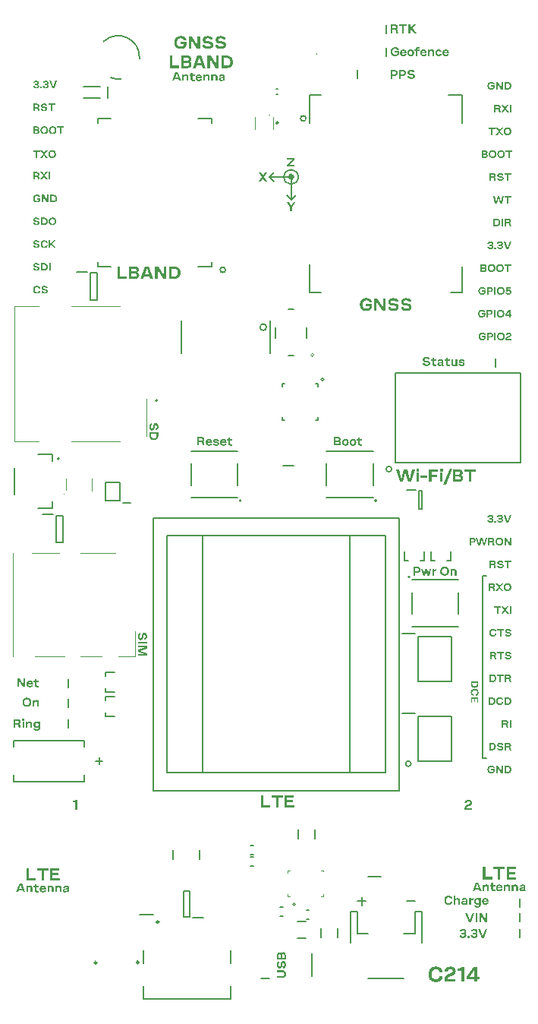
<source format=gto>
G04*
G04 #@! TF.GenerationSoftware,Altium Limited,Altium Designer,23.1.1 (15)*
G04*
G04 Layer_Color=65535*
%FSLAX44Y44*%
%MOMM*%
G71*
G04*
G04 #@! TF.SameCoordinates,52DFFBC7-DF18-43FC-A01C-1C5016B87F82*
G04*
G04*
G04 #@! TF.FilePolarity,Positive*
G04*
G01*
G75*
%ADD10C,0.2000*%
%ADD11C,0.2500*%
%ADD12C,0.1270*%
%ADD13C,0.1000*%
%ADD14C,0.2032*%
%ADD15C,0.1500*%
%ADD16C,0.1016*%
%ADD17C,0.5080*%
%ADD18C,0.1524*%
%ADD19C,0.2056*%
G36*
X555727Y855044D02*
X555840D01*
X556093Y855016D01*
X556375Y854974D01*
X556671Y854918D01*
X556967Y854833D01*
X557249Y854720D01*
X557263D01*
X557277Y854706D01*
X557362Y854664D01*
X557489Y854593D01*
X557630Y854495D01*
X557799Y854368D01*
X557968Y854213D01*
X558123Y854029D01*
X558250Y853832D01*
X558264Y853804D01*
X558307Y853734D01*
X558349Y853621D01*
X558419Y853466D01*
X558476Y853268D01*
X558518Y853057D01*
X558560Y852817D01*
X558574Y852563D01*
Y852549D01*
Y852535D01*
Y852493D01*
Y852437D01*
X558560Y852310D01*
X558532Y852141D01*
X558490Y851943D01*
X558433Y851732D01*
X558363Y851534D01*
X558250Y851337D01*
X558236Y851309D01*
X558194Y851252D01*
X558123Y851168D01*
X558025Y851055D01*
X557912Y850928D01*
X557771Y850801D01*
X557602Y850688D01*
X557419Y850576D01*
X557433Y850562D01*
X557475Y850534D01*
X557545Y850491D01*
X557630Y850421D01*
X557729Y850336D01*
X557813Y850223D01*
X557912Y850097D01*
X557982Y849956D01*
X557996Y849941D01*
X558011Y849885D01*
X558053Y849800D01*
X558095Y849688D01*
X558137Y849561D01*
X558180Y849406D01*
X558222Y849222D01*
X558264Y849039D01*
X558448Y847827D01*
Y847813D01*
X558462Y847770D01*
X558476Y847714D01*
X558490Y847644D01*
X558532Y847474D01*
X558574Y847277D01*
Y847263D01*
X558588Y847235D01*
X558603Y847193D01*
X558631Y847122D01*
X558687Y846953D01*
X558786Y846741D01*
X556996D01*
Y846756D01*
X556982Y846784D01*
X556967Y846826D01*
X556939Y846897D01*
X556883Y847051D01*
X556826Y847221D01*
Y847235D01*
X556812Y847263D01*
Y847319D01*
X556798Y847376D01*
X556756Y847545D01*
X556728Y847742D01*
X556587Y848729D01*
Y848757D01*
X556573Y848814D01*
X556544Y848912D01*
X556516Y849039D01*
X556418Y849293D01*
X556347Y849420D01*
X556263Y849519D01*
X556248Y849533D01*
X556220Y849561D01*
X556150Y849589D01*
X556065Y849645D01*
X555938Y849688D01*
X555783Y849716D01*
X555586Y849744D01*
X555360Y849758D01*
X553344D01*
Y846741D01*
X551639D01*
Y855059D01*
X555628D01*
X555727Y855044D01*
D02*
G37*
G36*
X549764Y846741D02*
X548058D01*
Y855059D01*
X549764D01*
Y846741D01*
D02*
G37*
G36*
X542800Y855044D02*
X542955Y855030D01*
X543152Y855002D01*
X543364Y854974D01*
X543589Y854932D01*
X543829Y854875D01*
X544083Y854805D01*
X544337Y854720D01*
X544590Y854622D01*
X544844Y854495D01*
X545084Y854354D01*
X545323Y854199D01*
X545535Y854015D01*
X545549Y854001D01*
X545577Y853973D01*
X545633Y853903D01*
X545704Y853818D01*
X545788Y853719D01*
X545887Y853578D01*
X545986Y853423D01*
X546099Y853240D01*
X546197Y853029D01*
X546296Y852803D01*
X546395Y852549D01*
X546479Y852267D01*
X546550Y851957D01*
X546606Y851633D01*
X546634Y851281D01*
X546648Y850900D01*
Y850872D01*
Y850801D01*
Y850703D01*
X546634Y850548D01*
X546620Y850378D01*
X546592Y850181D01*
X546550Y849956D01*
X546507Y849716D01*
X546451Y849462D01*
X546381Y849208D01*
X546282Y848941D01*
X546183Y848687D01*
X546056Y848433D01*
X545901Y848193D01*
X545732Y847968D01*
X545535Y847756D01*
X545521Y847742D01*
X545478Y847714D01*
X545422Y847658D01*
X545337Y847601D01*
X545210Y847517D01*
X545084Y847432D01*
X544915Y847348D01*
X544731Y847249D01*
X544534Y847150D01*
X544294Y847066D01*
X544054Y846981D01*
X543773Y846897D01*
X543477Y846840D01*
X543166Y846784D01*
X542828Y846756D01*
X542476Y846741D01*
X539036D01*
Y855059D01*
X542659D01*
X542800Y855044D01*
D02*
G37*
G36*
X555374Y372585D02*
X555501D01*
X555656Y372571D01*
X555826Y372543D01*
X556009Y372529D01*
X556404Y372459D01*
X556812Y372346D01*
X557221Y372191D01*
X557404Y372106D01*
X557588Y371993D01*
X557602D01*
X557630Y371965D01*
X557672Y371937D01*
X557729Y371881D01*
X557799Y371810D01*
X557884Y371740D01*
X557968Y371641D01*
X558067Y371528D01*
X558152Y371401D01*
X558236Y371260D01*
X558321Y371105D01*
X558391Y370936D01*
X558462Y370739D01*
X558518Y370541D01*
X558560Y370316D01*
X558574Y370076D01*
X556855D01*
Y370104D01*
X556841Y370161D01*
X556812Y370245D01*
X556756Y370344D01*
X556699Y370471D01*
X556601Y370584D01*
X556488Y370711D01*
X556347Y370809D01*
X556333Y370823D01*
X556277Y370852D01*
X556178Y370894D01*
X556037Y370936D01*
X555868Y370978D01*
X555656Y371021D01*
X555403Y371049D01*
X555121Y371063D01*
X554980D01*
X554867Y371049D01*
X554754Y371035D01*
X554613Y371007D01*
X554317Y370936D01*
X554162Y370894D01*
X554021Y370823D01*
X553880Y370739D01*
X553767Y370654D01*
X553669Y370527D01*
X553584Y370401D01*
X553528Y370245D01*
X553514Y370076D01*
Y370048D01*
Y369992D01*
X553542Y369907D01*
X553570Y369808D01*
X553612Y369682D01*
X553683Y369569D01*
X553782Y369456D01*
X553922Y369357D01*
X553937Y369343D01*
X554007Y369329D01*
X554120Y369287D01*
X554275Y369244D01*
X554486Y369188D01*
X554599Y369174D01*
X554740Y369146D01*
X554895Y369118D01*
X555064Y369104D01*
X555248Y369075D01*
X555445Y369061D01*
X555515D01*
X555614Y369047D01*
X555727Y369033D01*
X555882Y369019D01*
X556037Y369005D01*
X556220Y368977D01*
X556418Y368934D01*
X556826Y368850D01*
X557249Y368737D01*
X557461Y368666D01*
X557644Y368582D01*
X557827Y368483D01*
X557982Y368385D01*
X557996D01*
X558011Y368356D01*
X558053Y368328D01*
X558109Y368272D01*
X558166Y368215D01*
X558236Y368145D01*
X558307Y368046D01*
X558391Y367948D01*
X558462Y367835D01*
X558532Y367694D01*
X558603Y367553D01*
X558659Y367384D01*
X558715Y367215D01*
X558758Y367017D01*
X558772Y366806D01*
X558786Y366580D01*
Y366566D01*
Y366524D01*
Y366467D01*
X558772Y366383D01*
X558758Y366270D01*
X558744Y366157D01*
X558673Y365875D01*
X558560Y365565D01*
X558490Y365410D01*
X558405Y365255D01*
X558307Y365086D01*
X558180Y364945D01*
X558039Y364790D01*
X557884Y364663D01*
X557870D01*
X557841Y364635D01*
X557785Y364607D01*
X557715Y364564D01*
X557630Y364508D01*
X557503Y364451D01*
X557376Y364395D01*
X557221Y364339D01*
X557038Y364268D01*
X556841Y364212D01*
X556615Y364156D01*
X556375Y364099D01*
X556107Y364057D01*
X555826Y364029D01*
X555515Y364015D01*
X555191Y364000D01*
X554994D01*
X554881Y364015D01*
X554768D01*
X554486Y364043D01*
X554176Y364071D01*
X553852Y364127D01*
X553528Y364212D01*
X553218Y364310D01*
X553204D01*
X553189Y364325D01*
X553147Y364339D01*
X553091Y364367D01*
X552964Y364437D01*
X552795Y364550D01*
X552626Y364677D01*
X552442Y364818D01*
X552273Y365001D01*
X552118Y365199D01*
X552104Y365227D01*
X552062Y365297D01*
X552005Y365424D01*
X551935Y365579D01*
X551864Y365777D01*
X551808Y366016D01*
X551766Y366270D01*
X551737Y366552D01*
X553443D01*
Y366524D01*
X553457Y366467D01*
X553499Y366369D01*
X553542Y366256D01*
X553598Y366129D01*
X553697Y366002D01*
X553810Y365889D01*
X553951Y365777D01*
X553965Y365762D01*
X554035Y365734D01*
X554134Y365706D01*
X554289Y365664D01*
X554472Y365607D01*
X554712Y365579D01*
X554994Y365551D01*
X555332Y365537D01*
X555487D01*
X555656Y365551D01*
X555854Y365565D01*
X556079Y365607D01*
X556291Y365650D01*
X556502Y365720D01*
X556671Y365805D01*
X556685Y365819D01*
X556728Y365861D01*
X556798Y365918D01*
X556869Y366002D01*
X556939Y366115D01*
X557010Y366242D01*
X557052Y366383D01*
X557066Y366552D01*
Y366580D01*
Y366637D01*
X557052Y366721D01*
X557010Y366820D01*
X556967Y366933D01*
X556897Y367045D01*
X556798Y367158D01*
X556657Y367257D01*
X556643Y367271D01*
X556573Y367299D01*
X556474Y367327D01*
X556319Y367384D01*
X556122Y367426D01*
X555868Y367482D01*
X555713Y367496D01*
X555558Y367525D01*
X555388Y367539D01*
X555191Y367553D01*
X555121D01*
X555022Y367567D01*
X554895Y367581D01*
X554754Y367595D01*
X554585Y367623D01*
X554402Y367651D01*
X554204Y367680D01*
X553782Y367764D01*
X553344Y367891D01*
X553147Y367962D01*
X552950Y368032D01*
X552766Y368117D01*
X552597Y368215D01*
X552583D01*
X552569Y368244D01*
X552527Y368272D01*
X552470Y368328D01*
X552414Y368385D01*
X552344Y368455D01*
X552259Y368540D01*
X552188Y368652D01*
X552118Y368765D01*
X552033Y368892D01*
X551963Y369047D01*
X551907Y369202D01*
X551850Y369385D01*
X551822Y369583D01*
X551794Y369794D01*
X551780Y370020D01*
Y370034D01*
Y370076D01*
Y370147D01*
X551794Y370231D01*
X551808Y370344D01*
X551822Y370457D01*
X551893Y370739D01*
X552005Y371049D01*
X552076Y371218D01*
X552160Y371373D01*
X552259Y371528D01*
X552386Y371683D01*
X552527Y371824D01*
X552682Y371951D01*
X552696Y371965D01*
X552724Y371979D01*
X552781Y372007D01*
X552851Y372050D01*
X552936Y372106D01*
X553048Y372163D01*
X553189Y372219D01*
X553330Y372275D01*
X553499Y372332D01*
X553683Y372388D01*
X553880Y372444D01*
X554092Y372501D01*
X554331Y372543D01*
X554585Y372571D01*
X554839Y372600D01*
X555276D01*
X555374Y372585D01*
D02*
G37*
G36*
X550553Y370908D02*
X547635D01*
Y364141D01*
X545929D01*
Y370908D01*
X542997D01*
Y372459D01*
X550553D01*
Y370908D01*
D02*
G37*
G36*
X538937Y372444D02*
X539050D01*
X539304Y372416D01*
X539586Y372374D01*
X539882Y372318D01*
X540178Y372233D01*
X540460Y372120D01*
X540474D01*
X540488Y372106D01*
X540573Y372064D01*
X540700Y371993D01*
X540840Y371895D01*
X541010Y371768D01*
X541179Y371613D01*
X541334Y371429D01*
X541461Y371232D01*
X541475Y371204D01*
X541517Y371133D01*
X541559Y371021D01*
X541630Y370866D01*
X541686Y370668D01*
X541729Y370457D01*
X541771Y370217D01*
X541785Y369963D01*
Y369949D01*
Y369935D01*
Y369893D01*
Y369837D01*
X541771Y369710D01*
X541743Y369540D01*
X541700Y369343D01*
X541644Y369132D01*
X541573Y368934D01*
X541461Y368737D01*
X541447Y368709D01*
X541404Y368652D01*
X541334Y368568D01*
X541235Y368455D01*
X541122Y368328D01*
X540981Y368201D01*
X540812Y368088D01*
X540629Y367976D01*
X540643Y367962D01*
X540685Y367934D01*
X540756Y367891D01*
X540840Y367821D01*
X540939Y367736D01*
X541024Y367623D01*
X541122Y367496D01*
X541193Y367355D01*
X541207Y367341D01*
X541221Y367285D01*
X541263Y367200D01*
X541306Y367088D01*
X541348Y366961D01*
X541390Y366806D01*
X541432Y366623D01*
X541475Y366439D01*
X541658Y365227D01*
Y365213D01*
X541672Y365171D01*
X541686Y365114D01*
X541700Y365044D01*
X541743Y364874D01*
X541785Y364677D01*
Y364663D01*
X541799Y364635D01*
X541813Y364593D01*
X541841Y364522D01*
X541898Y364353D01*
X541996Y364141D01*
X540206D01*
Y364156D01*
X540192Y364184D01*
X540178Y364226D01*
X540150Y364296D01*
X540093Y364451D01*
X540037Y364621D01*
Y364635D01*
X540023Y364663D01*
Y364719D01*
X540009Y364776D01*
X539966Y364945D01*
X539938Y365142D01*
X539797Y366129D01*
Y366157D01*
X539783Y366214D01*
X539755Y366312D01*
X539727Y366439D01*
X539628Y366693D01*
X539558Y366820D01*
X539473Y366918D01*
X539459Y366933D01*
X539431Y366961D01*
X539360Y366989D01*
X539276Y367045D01*
X539149Y367088D01*
X538994Y367116D01*
X538796Y367144D01*
X538571Y367158D01*
X536555D01*
Y364141D01*
X534849D01*
Y372459D01*
X538839D01*
X538937Y372444D01*
D02*
G37*
G36*
X29001Y856456D02*
X29128D01*
X29283Y856441D01*
X29452Y856413D01*
X29635Y856399D01*
X30030Y856329D01*
X30439Y856216D01*
X30847Y856061D01*
X31031Y855976D01*
X31214Y855863D01*
X31228D01*
X31256Y855835D01*
X31299Y855807D01*
X31355Y855751D01*
X31425Y855680D01*
X31510Y855610D01*
X31595Y855511D01*
X31693Y855398D01*
X31778Y855271D01*
X31862Y855130D01*
X31947Y854975D01*
X32018Y854806D01*
X32088Y854609D01*
X32144Y854411D01*
X32187Y854186D01*
X32201Y853946D01*
X30481D01*
Y853974D01*
X30467Y854031D01*
X30439Y854115D01*
X30382Y854214D01*
X30326Y854341D01*
X30227Y854454D01*
X30115Y854581D01*
X29973Y854679D01*
X29959Y854693D01*
X29903Y854722D01*
X29804Y854764D01*
X29663Y854806D01*
X29494Y854848D01*
X29283Y854891D01*
X29029Y854919D01*
X28747Y854933D01*
X28606D01*
X28493Y854919D01*
X28381Y854905D01*
X28240Y854877D01*
X27944Y854806D01*
X27789Y854764D01*
X27648Y854693D01*
X27506Y854609D01*
X27394Y854524D01*
X27295Y854397D01*
X27211Y854270D01*
X27154Y854115D01*
X27140Y853946D01*
Y853918D01*
Y853862D01*
X27168Y853777D01*
X27196Y853678D01*
X27239Y853551D01*
X27309Y853439D01*
X27408Y853326D01*
X27549Y853227D01*
X27563Y853213D01*
X27633Y853199D01*
X27746Y853157D01*
X27901Y853114D01*
X28113Y853058D01*
X28226Y853044D01*
X28366Y853016D01*
X28521Y852988D01*
X28691Y852973D01*
X28874Y852945D01*
X29071Y852931D01*
X29142D01*
X29241Y852917D01*
X29353Y852903D01*
X29508Y852889D01*
X29663Y852875D01*
X29847Y852847D01*
X30044Y852804D01*
X30453Y852720D01*
X30876Y852607D01*
X31087Y852536D01*
X31270Y852452D01*
X31454Y852353D01*
X31609Y852255D01*
X31623D01*
X31637Y852226D01*
X31679Y852198D01*
X31736Y852142D01*
X31792Y852085D01*
X31862Y852015D01*
X31933Y851916D01*
X32018Y851818D01*
X32088Y851705D01*
X32159Y851564D01*
X32229Y851423D01*
X32285Y851254D01*
X32342Y851085D01*
X32384Y850887D01*
X32398Y850676D01*
X32412Y850450D01*
Y850436D01*
Y850394D01*
Y850337D01*
X32398Y850253D01*
X32384Y850140D01*
X32370Y850027D01*
X32299Y849745D01*
X32187Y849435D01*
X32116Y849280D01*
X32032Y849125D01*
X31933Y848956D01*
X31806Y848815D01*
X31665Y848660D01*
X31510Y848533D01*
X31496D01*
X31468Y848505D01*
X31411Y848477D01*
X31341Y848434D01*
X31256Y848378D01*
X31130Y848322D01*
X31003Y848265D01*
X30847Y848209D01*
X30664Y848138D01*
X30467Y848082D01*
X30241Y848026D01*
X30002Y847969D01*
X29734Y847927D01*
X29452Y847899D01*
X29142Y847885D01*
X28818Y847870D01*
X28620D01*
X28507Y847885D01*
X28395D01*
X28113Y847913D01*
X27803Y847941D01*
X27478Y847997D01*
X27154Y848082D01*
X26844Y848180D01*
X26830D01*
X26816Y848195D01*
X26774Y848209D01*
X26717Y848237D01*
X26590Y848307D01*
X26421Y848420D01*
X26252Y848547D01*
X26069Y848688D01*
X25900Y848871D01*
X25744Y849069D01*
X25730Y849097D01*
X25688Y849167D01*
X25632Y849294D01*
X25561Y849449D01*
X25491Y849647D01*
X25434Y849886D01*
X25392Y850140D01*
X25364Y850422D01*
X27069D01*
Y850394D01*
X27084Y850337D01*
X27126Y850239D01*
X27168Y850126D01*
X27225Y849999D01*
X27323Y849872D01*
X27436Y849759D01*
X27577Y849647D01*
X27591Y849632D01*
X27662Y849604D01*
X27760Y849576D01*
X27915Y849534D01*
X28099Y849477D01*
X28338Y849449D01*
X28620Y849421D01*
X28958Y849407D01*
X29114D01*
X29283Y849421D01*
X29480Y849435D01*
X29706Y849477D01*
X29917Y849520D01*
X30129Y849590D01*
X30298Y849675D01*
X30312Y849689D01*
X30354Y849731D01*
X30425Y849788D01*
X30495Y849872D01*
X30566Y849985D01*
X30636Y850112D01*
X30678Y850253D01*
X30693Y850422D01*
Y850450D01*
Y850507D01*
X30678Y850591D01*
X30636Y850690D01*
X30594Y850803D01*
X30523Y850915D01*
X30425Y851028D01*
X30284Y851127D01*
X30270Y851141D01*
X30199Y851169D01*
X30100Y851197D01*
X29945Y851254D01*
X29748Y851296D01*
X29494Y851352D01*
X29339Y851367D01*
X29184Y851395D01*
X29015Y851409D01*
X28818Y851423D01*
X28747D01*
X28648Y851437D01*
X28521Y851451D01*
X28381Y851465D01*
X28211Y851493D01*
X28028Y851522D01*
X27831Y851550D01*
X27408Y851634D01*
X26971Y851761D01*
X26774Y851832D01*
X26576Y851902D01*
X26393Y851987D01*
X26224Y852085D01*
X26210D01*
X26195Y852114D01*
X26153Y852142D01*
X26097Y852198D01*
X26040Y852255D01*
X25970Y852325D01*
X25885Y852410D01*
X25815Y852522D01*
X25744Y852635D01*
X25660Y852762D01*
X25589Y852917D01*
X25533Y853072D01*
X25477Y853255D01*
X25448Y853453D01*
X25420Y853664D01*
X25406Y853890D01*
Y853904D01*
Y853946D01*
Y854017D01*
X25420Y854101D01*
X25434Y854214D01*
X25448Y854327D01*
X25519Y854609D01*
X25632Y854919D01*
X25702Y855088D01*
X25787Y855243D01*
X25885Y855398D01*
X26012Y855553D01*
X26153Y855694D01*
X26308Y855821D01*
X26322Y855835D01*
X26351Y855849D01*
X26407Y855878D01*
X26477Y855920D01*
X26562Y855976D01*
X26675Y856033D01*
X26816Y856089D01*
X26957Y856145D01*
X27126Y856202D01*
X27309Y856258D01*
X27506Y856314D01*
X27718Y856371D01*
X27958Y856413D01*
X28211Y856441D01*
X28465Y856470D01*
X28902D01*
X29001Y856456D01*
D02*
G37*
G36*
X37812Y856314D02*
X37966Y856300D01*
X38164Y856272D01*
X38375Y856244D01*
X38601Y856202D01*
X38840Y856145D01*
X39094Y856075D01*
X39348Y855990D01*
X39602Y855892D01*
X39855Y855765D01*
X40095Y855624D01*
X40335Y855469D01*
X40546Y855285D01*
X40560Y855271D01*
X40589Y855243D01*
X40645Y855173D01*
X40715Y855088D01*
X40800Y854989D01*
X40899Y854848D01*
X40997Y854693D01*
X41110Y854510D01*
X41209Y854299D01*
X41308Y854073D01*
X41406Y853819D01*
X41491Y853537D01*
X41561Y853227D01*
X41618Y852903D01*
X41646Y852551D01*
X41660Y852170D01*
Y852142D01*
Y852071D01*
Y851973D01*
X41646Y851818D01*
X41632Y851648D01*
X41603Y851451D01*
X41561Y851226D01*
X41519Y850986D01*
X41463Y850732D01*
X41392Y850478D01*
X41293Y850210D01*
X41195Y849957D01*
X41068Y849703D01*
X40913Y849463D01*
X40744Y849238D01*
X40546Y849026D01*
X40532Y849012D01*
X40490Y848984D01*
X40434Y848928D01*
X40349Y848871D01*
X40222Y848787D01*
X40095Y848702D01*
X39926Y848618D01*
X39743Y848519D01*
X39545Y848420D01*
X39306Y848336D01*
X39066Y848251D01*
X38784Y848167D01*
X38488Y848110D01*
X38178Y848054D01*
X37840Y848026D01*
X37487Y848011D01*
X34048D01*
Y856329D01*
X37671D01*
X37812Y856314D01*
D02*
G37*
G36*
X47214Y856456D02*
X47383Y856441D01*
X47567Y856413D01*
X47792Y856371D01*
X48018Y856329D01*
X48271Y856272D01*
X48525Y856202D01*
X48793Y856103D01*
X49047Y856004D01*
X49300Y855878D01*
X49554Y855722D01*
X49794Y855553D01*
X50005Y855356D01*
X50019Y855342D01*
X50048Y855300D01*
X50104Y855243D01*
X50174Y855145D01*
X50259Y855032D01*
X50358Y854891D01*
X50457Y854736D01*
X50569Y854538D01*
X50668Y854327D01*
X50767Y854087D01*
X50865Y853833D01*
X50950Y853537D01*
X51020Y853227D01*
X51077Y852903D01*
X51105Y852551D01*
X51119Y852170D01*
Y852142D01*
Y852085D01*
Y851973D01*
X51105Y851832D01*
X51091Y851648D01*
X51063Y851451D01*
X51020Y851226D01*
X50978Y850986D01*
X50922Y850732D01*
X50851Y850478D01*
X50753Y850210D01*
X50654Y849943D01*
X50527Y849675D01*
X50372Y849421D01*
X50203Y849195D01*
X50005Y848970D01*
X49991Y848956D01*
X49949Y848928D01*
X49893Y848871D01*
X49794Y848801D01*
X49681Y848716D01*
X49540Y848618D01*
X49385Y848519D01*
X49202Y848420D01*
X48990Y848322D01*
X48751Y848223D01*
X48497Y848124D01*
X48215Y848040D01*
X47919Y847969D01*
X47595Y847913D01*
X47242Y847885D01*
X46876Y847870D01*
X46791D01*
X46679Y847885D01*
X46537D01*
X46368Y847899D01*
X46171Y847927D01*
X45960Y847969D01*
X45720Y848011D01*
X45480Y848068D01*
X45212Y848138D01*
X44959Y848223D01*
X44691Y848336D01*
X44437Y848463D01*
X44183Y848604D01*
X43958Y848773D01*
X43732Y848970D01*
X43718Y848984D01*
X43690Y849026D01*
X43633Y849083D01*
X43563Y849181D01*
X43478Y849294D01*
X43380Y849435D01*
X43281Y849604D01*
X43182Y849788D01*
X43070Y849999D01*
X42971Y850239D01*
X42872Y850507D01*
X42788Y850788D01*
X42717Y851099D01*
X42661Y851437D01*
X42633Y851789D01*
X42618Y852170D01*
Y852198D01*
Y852269D01*
X42633Y852367D01*
Y852508D01*
X42647Y852692D01*
X42675Y852889D01*
X42717Y853100D01*
X42759Y853340D01*
X42816Y853594D01*
X42886Y853862D01*
X42985Y854129D01*
X43084Y854383D01*
X43211Y854651D01*
X43366Y854905D01*
X43535Y855130D01*
X43732Y855356D01*
X43746Y855370D01*
X43789Y855398D01*
X43845Y855455D01*
X43944Y855525D01*
X44056Y855610D01*
X44197Y855708D01*
X44352Y855807D01*
X44550Y855920D01*
X44761Y856019D01*
X44987Y856117D01*
X45255Y856216D01*
X45522Y856300D01*
X45833Y856371D01*
X46157Y856427D01*
X46509Y856456D01*
X46876Y856470D01*
X47073D01*
X47214Y856456D01*
D02*
G37*
G36*
X495256Y464716D02*
X495371D01*
X495486Y464700D01*
X495783Y464650D01*
X496112Y464551D01*
X496457Y464420D01*
X496787Y464255D01*
X496935Y464140D01*
X497083Y464008D01*
X497099D01*
X497116Y463975D01*
X497149Y463926D01*
X497198Y463876D01*
X497264Y463794D01*
X497330Y463712D01*
X497396Y463597D01*
X497461Y463481D01*
X497527Y463333D01*
X497593Y463185D01*
X497659Y463004D01*
X497725Y462807D01*
X497774Y462609D01*
X497807Y462379D01*
X497840Y462148D01*
Y461885D01*
Y457425D01*
X495881D01*
Y461523D01*
Y461539D01*
Y461589D01*
X495865Y461655D01*
Y461753D01*
X495832Y461869D01*
X495799Y462000D01*
X495766Y462132D01*
X495700Y462263D01*
X495618Y462395D01*
X495536Y462543D01*
X495404Y462659D01*
X495272Y462774D01*
X495108Y462873D01*
X494910Y462938D01*
X494696Y462988D01*
X494433Y463004D01*
X494318D01*
X494170Y462988D01*
X494005Y462955D01*
X493824Y462905D01*
X493626Y462840D01*
X493445Y462757D01*
X493264Y462626D01*
X493248Y462609D01*
X493199Y462560D01*
X493133Y462461D01*
X493050Y462346D01*
X492968Y462181D01*
X492902Y462000D01*
X492853Y461770D01*
X492836Y461506D01*
Y457425D01*
X490878D01*
Y464551D01*
X492754D01*
Y463728D01*
X492771Y463745D01*
X492787Y463778D01*
X492836Y463827D01*
X492902Y463893D01*
X492985Y463959D01*
X493083Y464041D01*
X493199Y464140D01*
X493347Y464239D01*
X493495Y464321D01*
X493676Y464420D01*
X493857Y464502D01*
X494054Y464584D01*
X494285Y464634D01*
X494515Y464683D01*
X494779Y464716D01*
X495042Y464732D01*
X495174D01*
X495256Y464716D01*
D02*
G37*
G36*
X475307Y462691D02*
X475061D01*
X474945Y462675D01*
X474797Y462659D01*
X474484Y462626D01*
X474139Y462560D01*
X473793Y462461D01*
X473464Y462329D01*
X473332Y462247D01*
X473201Y462148D01*
X473168Y462115D01*
X473102Y462050D01*
X473019Y461918D01*
X472904Y461720D01*
X472789Y461474D01*
X472707Y461161D01*
X472641Y460782D01*
X472608Y460568D01*
Y460338D01*
Y457425D01*
X470649D01*
Y464551D01*
X472526D01*
Y463251D01*
X472542Y463268D01*
X472559Y463301D01*
X472625Y463366D01*
X472690Y463449D01*
X472773Y463547D01*
X472888Y463663D01*
X473036Y463778D01*
X473184Y463909D01*
X473365Y464025D01*
X473579Y464140D01*
X473810Y464255D01*
X474057Y464354D01*
X474336Y464436D01*
X474632Y464502D01*
X474962Y464535D01*
X475307Y464551D01*
Y462691D01*
D02*
G37*
G36*
X467456Y457425D02*
X465234D01*
X463901Y462428D01*
X462617Y457425D01*
X460379D01*
X458223Y464551D01*
X460214D01*
X461580Y459465D01*
X462864Y464551D01*
X464971D01*
X466321Y459416D01*
X467753Y464551D01*
X469596D01*
X467456Y457425D01*
D02*
G37*
G36*
X454223Y467119D02*
X454371Y467103D01*
X454552Y467086D01*
X454733Y467070D01*
X454947Y467037D01*
X455375Y466938D01*
X455836Y466790D01*
X456067Y466691D01*
X456281Y466576D01*
X456478Y466444D01*
X456659Y466296D01*
X456675Y466280D01*
X456692Y466263D01*
X456741Y466214D01*
X456807Y466148D01*
X456873Y466049D01*
X456955Y465950D01*
X457038Y465819D01*
X457136Y465687D01*
X457219Y465522D01*
X457301Y465341D01*
X457383Y465144D01*
X457449Y464930D01*
X457515Y464700D01*
X457564Y464453D01*
X457581Y464173D01*
X457597Y463893D01*
Y463876D01*
Y463827D01*
Y463745D01*
X457581Y463630D01*
X457564Y463498D01*
X457548Y463350D01*
X457515Y463185D01*
X457482Y463004D01*
X457367Y462626D01*
X457301Y462412D01*
X457202Y462214D01*
X457087Y462017D01*
X456972Y461836D01*
X456824Y461655D01*
X456659Y461490D01*
X456643Y461474D01*
X456610Y461457D01*
X456560Y461408D01*
X456478Y461358D01*
X456379Y461292D01*
X456264Y461227D01*
X456132Y461161D01*
X455968Y461078D01*
X455787Y460996D01*
X455573Y460930D01*
X455359Y460864D01*
X455112Y460799D01*
X454849Y460749D01*
X454552Y460700D01*
X454256Y460684D01*
X453927Y460667D01*
X451771D01*
Y457425D01*
X449779D01*
Y467136D01*
X454091D01*
X454223Y467119D01*
D02*
G37*
G36*
X484771Y467284D02*
X484969Y467267D01*
X485183Y467234D01*
X485446Y467185D01*
X485710Y467136D01*
X486006Y467070D01*
X486302Y466987D01*
X486615Y466872D01*
X486911Y466757D01*
X487207Y466609D01*
X487504Y466428D01*
X487783Y466230D01*
X488030Y466000D01*
X488047Y465983D01*
X488080Y465934D01*
X488145Y465868D01*
X488228Y465753D01*
X488327Y465621D01*
X488442Y465457D01*
X488557Y465276D01*
X488689Y465045D01*
X488804Y464798D01*
X488919Y464519D01*
X489034Y464222D01*
X489133Y463876D01*
X489215Y463514D01*
X489281Y463136D01*
X489314Y462724D01*
X489331Y462280D01*
Y462247D01*
Y462181D01*
Y462050D01*
X489314Y461885D01*
X489298Y461671D01*
X489265Y461441D01*
X489215Y461177D01*
X489166Y460897D01*
X489100Y460601D01*
X489018Y460305D01*
X488903Y459992D01*
X488787Y459679D01*
X488639Y459367D01*
X488458Y459071D01*
X488261Y458807D01*
X488030Y458544D01*
X488014Y458527D01*
X487965Y458494D01*
X487899Y458428D01*
X487783Y458346D01*
X487652Y458247D01*
X487487Y458132D01*
X487306Y458017D01*
X487092Y457902D01*
X486845Y457787D01*
X486565Y457671D01*
X486269Y457556D01*
X485940Y457458D01*
X485594Y457375D01*
X485216Y457309D01*
X484804Y457276D01*
X484376Y457260D01*
X484278D01*
X484146Y457276D01*
X483981D01*
X483784Y457293D01*
X483553Y457326D01*
X483307Y457375D01*
X483027Y457425D01*
X482747Y457490D01*
X482434Y457573D01*
X482138Y457671D01*
X481825Y457803D01*
X481529Y457951D01*
X481233Y458116D01*
X480969Y458313D01*
X480706Y458544D01*
X480690Y458560D01*
X480657Y458610D01*
X480591Y458675D01*
X480508Y458791D01*
X480410Y458922D01*
X480294Y459087D01*
X480179Y459284D01*
X480064Y459498D01*
X479932Y459745D01*
X479817Y460025D01*
X479702Y460338D01*
X479603Y460667D01*
X479521Y461029D01*
X479455Y461424D01*
X479422Y461836D01*
X479406Y462280D01*
Y462313D01*
Y462395D01*
X479422Y462510D01*
Y462675D01*
X479439Y462889D01*
X479472Y463119D01*
X479521Y463366D01*
X479570Y463646D01*
X479636Y463942D01*
X479718Y464255D01*
X479834Y464568D01*
X479949Y464864D01*
X480097Y465177D01*
X480278Y465473D01*
X480476Y465736D01*
X480706Y466000D01*
X480722Y466016D01*
X480772Y466049D01*
X480838Y466115D01*
X480953Y466197D01*
X481085Y466296D01*
X481249Y466411D01*
X481430Y466526D01*
X481661Y466658D01*
X481908Y466773D01*
X482171Y466889D01*
X482484Y467004D01*
X482796Y467103D01*
X483158Y467185D01*
X483537Y467251D01*
X483948Y467284D01*
X484376Y467300D01*
X484607D01*
X484771Y467284D01*
D02*
G37*
G36*
X314091Y867484D02*
Y863880D01*
X312099D01*
Y867501D01*
X308215Y873591D01*
X310569D01*
X313153Y869476D01*
X315688Y873591D01*
X317909D01*
X314091Y867484D01*
D02*
G37*
G36*
X282901Y901815D02*
X286439Y896844D01*
X283987D01*
X281600Y900219D01*
X279197Y896844D01*
X276860D01*
X280415Y901733D01*
X276992Y906555D01*
X279444D01*
X281716Y903346D01*
X283987Y906555D01*
X286324D01*
X282901Y901815D01*
D02*
G37*
G36*
X316774Y921304D02*
X311211Y915165D01*
X316905D01*
Y913354D01*
X308610D01*
Y915099D01*
X314157Y921255D01*
X308742D01*
Y923065D01*
X316774D01*
Y921304D01*
D02*
G37*
G36*
X482430Y573352D02*
X479447D01*
Y576054D01*
X482430D01*
Y573352D01*
D02*
G37*
G36*
X455717D02*
X452733D01*
Y576054D01*
X455717D01*
Y573352D01*
D02*
G37*
G36*
X464668Y566280D02*
X457620D01*
Y568982D01*
X464668D01*
Y566280D01*
D02*
G37*
G36*
X447376Y561793D02*
X443687D01*
X440844Y572601D01*
X438025Y561793D01*
X434289D01*
X430530Y575655D01*
X433514D01*
X436333Y564448D01*
X438965Y575655D01*
X442700D01*
X445567Y564377D01*
X448386Y575655D01*
X451135D01*
X447376Y561793D01*
D02*
G37*
G36*
X519177Y573070D02*
X514313D01*
Y561793D01*
X511470D01*
Y573070D01*
X506583D01*
Y575655D01*
X519177D01*
Y573070D01*
D02*
G37*
G36*
X500193Y575631D02*
X500381D01*
X500616Y575608D01*
X500850Y575584D01*
X501109Y575537D01*
X501673Y575420D01*
X502260Y575232D01*
X502824Y574997D01*
X503106Y574832D01*
X503341Y574668D01*
X503364D01*
X503388Y574621D01*
X503529Y574480D01*
X503740Y574269D01*
X503975Y573940D01*
X504210Y573564D01*
X504422Y573070D01*
X504563Y572506D01*
X504586Y572201D01*
X504610Y571872D01*
Y571825D01*
Y571708D01*
X504586Y571496D01*
X504563Y571261D01*
X504492Y570979D01*
X504422Y570697D01*
X504304Y570392D01*
X504140Y570110D01*
X504116Y570087D01*
X504046Y569992D01*
X503952Y569875D01*
X503811Y569711D01*
X503646Y569546D01*
X503435Y569358D01*
X503200Y569194D01*
X502942Y569029D01*
X502989Y569006D01*
X503083Y568959D01*
X503270Y568841D01*
X503459Y568724D01*
X503693Y568536D01*
X503952Y568324D01*
X504187Y568066D01*
X504398Y567761D01*
X504422Y567714D01*
X504492Y567620D01*
X504563Y567432D01*
X504680Y567220D01*
X504774Y566938D01*
X504845Y566609D01*
X504915Y566233D01*
X504939Y565834D01*
Y565810D01*
Y565787D01*
Y565646D01*
X504915Y565411D01*
X504868Y565129D01*
X504821Y564800D01*
X504727Y564448D01*
X504586Y564095D01*
X504422Y563743D01*
X504398Y563696D01*
X504328Y563602D01*
X504210Y563437D01*
X504046Y563226D01*
X503834Y562991D01*
X503553Y562756D01*
X503247Y562521D01*
X502871Y562310D01*
X502824Y562286D01*
X502683Y562239D01*
X502472Y562145D01*
X502166Y562051D01*
X501790Y561957D01*
X501344Y561863D01*
X500827Y561816D01*
X500263Y561793D01*
X493567D01*
Y575655D01*
X500028D01*
X500193Y575631D01*
D02*
G37*
G36*
X482337Y561793D02*
X479541D01*
Y571966D01*
X482337D01*
Y561793D01*
D02*
G37*
G36*
X477097Y573070D02*
X469649D01*
Y569898D01*
X476181D01*
Y567314D01*
X469649D01*
Y561793D01*
X466806D01*
Y575655D01*
X477097D01*
Y573070D01*
D02*
G37*
G36*
X455623Y561793D02*
X452827D01*
Y571966D01*
X455623D01*
Y561793D01*
D02*
G37*
G36*
X485790Y558644D02*
X482947D01*
X489996Y576736D01*
X492862D01*
X485790Y558644D01*
D02*
G37*
G36*
X232355Y1023039D02*
X228596D01*
X222464Y1033306D01*
Y1023039D01*
X219668D01*
Y1036901D01*
X223404D01*
X229559Y1026469D01*
Y1036901D01*
X232355D01*
Y1023039D01*
D02*
G37*
G36*
X241753Y1036878D02*
X242012Y1036854D01*
X242341Y1036807D01*
X242693Y1036760D01*
X243069Y1036690D01*
X243468Y1036596D01*
X243891Y1036478D01*
X244314Y1036337D01*
X244737Y1036173D01*
X245160Y1035961D01*
X245560Y1035726D01*
X245959Y1035468D01*
X246311Y1035162D01*
X246335Y1035139D01*
X246382Y1035092D01*
X246476Y1034974D01*
X246593Y1034834D01*
X246734Y1034669D01*
X246899Y1034434D01*
X247063Y1034176D01*
X247251Y1033870D01*
X247416Y1033518D01*
X247580Y1033142D01*
X247745Y1032719D01*
X247886Y1032249D01*
X248003Y1031732D01*
X248097Y1031192D01*
X248144Y1030604D01*
X248167Y1029970D01*
Y1029923D01*
Y1029806D01*
Y1029641D01*
X248144Y1029383D01*
X248120Y1029101D01*
X248074Y1028772D01*
X248003Y1028396D01*
X247933Y1027996D01*
X247839Y1027573D01*
X247721Y1027151D01*
X247557Y1026704D01*
X247392Y1026281D01*
X247181Y1025858D01*
X246922Y1025459D01*
X246640Y1025083D01*
X246311Y1024731D01*
X246288Y1024707D01*
X246217Y1024660D01*
X246124Y1024566D01*
X245982Y1024472D01*
X245771Y1024331D01*
X245560Y1024190D01*
X245278Y1024049D01*
X244972Y1023885D01*
X244643Y1023720D01*
X244244Y1023579D01*
X243844Y1023438D01*
X243375Y1023297D01*
X242881Y1023203D01*
X242364Y1023110D01*
X241800Y1023063D01*
X241213Y1023039D01*
X235480D01*
Y1036901D01*
X241518D01*
X241753Y1036878D01*
D02*
G37*
G36*
X217789Y1023039D02*
X214734D01*
X213747Y1025858D01*
X207427D01*
X206393Y1023039D01*
X203503D01*
X208813Y1036901D01*
X212502D01*
X217789Y1023039D01*
D02*
G37*
G36*
X197348Y1036878D02*
X197536D01*
X197771Y1036854D01*
X198006Y1036831D01*
X198264Y1036784D01*
X198828Y1036666D01*
X199415Y1036478D01*
X199979Y1036243D01*
X200261Y1036079D01*
X200496Y1035914D01*
X200520D01*
X200543Y1035867D01*
X200684Y1035726D01*
X200896Y1035515D01*
X201131Y1035186D01*
X201366Y1034810D01*
X201577Y1034317D01*
X201718Y1033753D01*
X201741Y1033447D01*
X201765Y1033118D01*
Y1033071D01*
Y1032954D01*
X201741Y1032742D01*
X201718Y1032507D01*
X201647Y1032225D01*
X201577Y1031944D01*
X201460Y1031638D01*
X201295Y1031356D01*
X201271Y1031333D01*
X201201Y1031239D01*
X201107Y1031121D01*
X200966Y1030957D01*
X200802Y1030792D01*
X200590Y1030604D01*
X200355Y1030440D01*
X200097Y1030275D01*
X200144Y1030252D01*
X200238Y1030205D01*
X200426Y1030088D01*
X200614Y1029970D01*
X200849Y1029782D01*
X201107Y1029571D01*
X201342Y1029312D01*
X201553Y1029007D01*
X201577Y1028960D01*
X201647Y1028866D01*
X201718Y1028678D01*
X201835Y1028466D01*
X201929Y1028184D01*
X202000Y1027855D01*
X202070Y1027479D01*
X202094Y1027080D01*
Y1027057D01*
Y1027033D01*
Y1026892D01*
X202070Y1026657D01*
X202023Y1026375D01*
X201976Y1026046D01*
X201882Y1025694D01*
X201741Y1025341D01*
X201577Y1024989D01*
X201553Y1024942D01*
X201483Y1024848D01*
X201366Y1024684D01*
X201201Y1024472D01*
X200990Y1024237D01*
X200708Y1024002D01*
X200402Y1023767D01*
X200026Y1023556D01*
X199979Y1023532D01*
X199838Y1023485D01*
X199627Y1023391D01*
X199321Y1023297D01*
X198946Y1023203D01*
X198499Y1023110D01*
X197982Y1023063D01*
X197418Y1023039D01*
X190722D01*
Y1036901D01*
X197183D01*
X197348Y1036878D01*
D02*
G37*
G36*
X180643Y1025623D02*
X188185D01*
Y1023039D01*
X177800D01*
Y1036901D01*
X180643D01*
Y1025623D01*
D02*
G37*
G36*
X234874Y1058702D02*
X235086D01*
X235344Y1058679D01*
X235626Y1058632D01*
X235932Y1058608D01*
X236590Y1058491D01*
X237271Y1058303D01*
X237952Y1058045D01*
X238258Y1057904D01*
X238563Y1057716D01*
X238587D01*
X238634Y1057669D01*
X238704Y1057622D01*
X238798Y1057528D01*
X238916Y1057410D01*
X239056Y1057293D01*
X239198Y1057128D01*
X239362Y1056940D01*
X239503Y1056729D01*
X239644Y1056494D01*
X239785Y1056236D01*
X239902Y1055954D01*
X240020Y1055625D01*
X240114Y1055296D01*
X240184Y1054920D01*
X240208Y1054520D01*
X237341D01*
Y1054567D01*
X237318Y1054661D01*
X237271Y1054802D01*
X237177Y1054967D01*
X237083Y1055178D01*
X236919Y1055366D01*
X236730Y1055578D01*
X236496Y1055742D01*
X236472Y1055766D01*
X236378Y1055813D01*
X236214Y1055883D01*
X235979Y1055954D01*
X235697Y1056024D01*
X235344Y1056095D01*
X234921Y1056142D01*
X234452Y1056165D01*
X234217D01*
X234029Y1056142D01*
X233841Y1056118D01*
X233606Y1056071D01*
X233112Y1055954D01*
X232854Y1055883D01*
X232619Y1055766D01*
X232384Y1055625D01*
X232196Y1055484D01*
X232031Y1055272D01*
X231891Y1055061D01*
X231797Y1054802D01*
X231773Y1054520D01*
Y1054473D01*
Y1054379D01*
X231820Y1054238D01*
X231867Y1054074D01*
X231938Y1053863D01*
X232055Y1053675D01*
X232220Y1053487D01*
X232454Y1053322D01*
X232478Y1053299D01*
X232595Y1053275D01*
X232783Y1053205D01*
X233042Y1053134D01*
X233394Y1053040D01*
X233582Y1053017D01*
X233817Y1052970D01*
X234076Y1052923D01*
X234357Y1052899D01*
X234663Y1052852D01*
X234992Y1052829D01*
X235109D01*
X235274Y1052805D01*
X235462Y1052782D01*
X235720Y1052758D01*
X235979Y1052735D01*
X236284Y1052688D01*
X236613Y1052617D01*
X237294Y1052476D01*
X237999Y1052288D01*
X238352Y1052171D01*
X238657Y1052030D01*
X238963Y1051865D01*
X239221Y1051701D01*
X239244D01*
X239268Y1051654D01*
X239338Y1051607D01*
X239433Y1051513D01*
X239526Y1051419D01*
X239644Y1051302D01*
X239761Y1051137D01*
X239902Y1050973D01*
X240020Y1050785D01*
X240137Y1050550D01*
X240255Y1050315D01*
X240349Y1050033D01*
X240443Y1049751D01*
X240513Y1049422D01*
X240537Y1049070D01*
X240560Y1048694D01*
Y1048670D01*
Y1048600D01*
Y1048506D01*
X240537Y1048365D01*
X240513Y1048177D01*
X240490Y1047989D01*
X240372Y1047519D01*
X240184Y1047002D01*
X240067Y1046743D01*
X239926Y1046485D01*
X239761Y1046203D01*
X239550Y1045968D01*
X239315Y1045710D01*
X239056Y1045498D01*
X239033D01*
X238986Y1045451D01*
X238892Y1045404D01*
X238775Y1045334D01*
X238634Y1045240D01*
X238422Y1045146D01*
X238211Y1045052D01*
X237952Y1044958D01*
X237647Y1044840D01*
X237318Y1044746D01*
X236942Y1044652D01*
X236543Y1044558D01*
X236096Y1044488D01*
X235626Y1044441D01*
X235109Y1044417D01*
X234569Y1044394D01*
X234240D01*
X234052Y1044417D01*
X233864D01*
X233394Y1044464D01*
X232877Y1044511D01*
X232337Y1044605D01*
X231797Y1044746D01*
X231280Y1044911D01*
X231256D01*
X231233Y1044934D01*
X231162Y1044958D01*
X231068Y1045005D01*
X230857Y1045122D01*
X230575Y1045310D01*
X230293Y1045522D01*
X229988Y1045757D01*
X229706Y1046062D01*
X229447Y1046391D01*
X229424Y1046438D01*
X229353Y1046556D01*
X229259Y1046767D01*
X229142Y1047026D01*
X229024Y1047354D01*
X228930Y1047754D01*
X228860Y1048177D01*
X228813Y1048647D01*
X231656D01*
Y1048600D01*
X231679Y1048506D01*
X231750Y1048341D01*
X231820Y1048153D01*
X231914Y1047942D01*
X232078Y1047730D01*
X232267Y1047542D01*
X232501Y1047354D01*
X232525Y1047331D01*
X232642Y1047284D01*
X232807Y1047237D01*
X233065Y1047166D01*
X233371Y1047073D01*
X233770Y1047026D01*
X234240Y1046979D01*
X234804Y1046955D01*
X235062D01*
X235344Y1046979D01*
X235673Y1047002D01*
X236049Y1047073D01*
X236402Y1047143D01*
X236754Y1047260D01*
X237036Y1047401D01*
X237059Y1047425D01*
X237130Y1047495D01*
X237247Y1047589D01*
X237365Y1047730D01*
X237482Y1047918D01*
X237600Y1048130D01*
X237670Y1048365D01*
X237694Y1048647D01*
Y1048694D01*
Y1048788D01*
X237670Y1048929D01*
X237600Y1049093D01*
X237529Y1049281D01*
X237412Y1049469D01*
X237247Y1049657D01*
X237013Y1049821D01*
X236989Y1049845D01*
X236871Y1049892D01*
X236707Y1049939D01*
X236449Y1050033D01*
X236120Y1050103D01*
X235697Y1050197D01*
X235438Y1050221D01*
X235180Y1050268D01*
X234898Y1050291D01*
X234569Y1050315D01*
X234452D01*
X234287Y1050338D01*
X234076Y1050362D01*
X233841Y1050385D01*
X233559Y1050432D01*
X233253Y1050479D01*
X232924Y1050526D01*
X232220Y1050667D01*
X231491Y1050879D01*
X231162Y1050996D01*
X230833Y1051114D01*
X230528Y1051255D01*
X230246Y1051419D01*
X230222D01*
X230199Y1051466D01*
X230128Y1051513D01*
X230035Y1051607D01*
X229940Y1051701D01*
X229823Y1051818D01*
X229682Y1051959D01*
X229565Y1052147D01*
X229447Y1052335D01*
X229306Y1052547D01*
X229189Y1052805D01*
X229095Y1053064D01*
X229001Y1053369D01*
X228954Y1053698D01*
X228907Y1054051D01*
X228883Y1054426D01*
Y1054450D01*
Y1054520D01*
Y1054638D01*
X228907Y1054779D01*
X228930Y1054967D01*
X228954Y1055155D01*
X229071Y1055625D01*
X229259Y1056142D01*
X229377Y1056423D01*
X229518Y1056682D01*
X229682Y1056940D01*
X229893Y1057199D01*
X230128Y1057434D01*
X230387Y1057645D01*
X230410Y1057669D01*
X230457Y1057692D01*
X230551Y1057739D01*
X230669Y1057810D01*
X230810Y1057904D01*
X230998Y1057998D01*
X231233Y1058092D01*
X231468Y1058186D01*
X231750Y1058280D01*
X232055Y1058374D01*
X232384Y1058467D01*
X232736Y1058561D01*
X233136Y1058632D01*
X233559Y1058679D01*
X233982Y1058726D01*
X234710D01*
X234874Y1058702D01*
D02*
G37*
G36*
X220519D02*
X220730D01*
X220989Y1058679D01*
X221271Y1058632D01*
X221576Y1058608D01*
X222234Y1058491D01*
X222915Y1058303D01*
X223597Y1058045D01*
X223902Y1057904D01*
X224208Y1057716D01*
X224231D01*
X224278Y1057669D01*
X224349Y1057622D01*
X224443Y1057528D01*
X224560Y1057410D01*
X224701Y1057293D01*
X224842Y1057128D01*
X225007Y1056940D01*
X225147Y1056729D01*
X225289Y1056494D01*
X225429Y1056236D01*
X225547Y1055954D01*
X225664Y1055625D01*
X225758Y1055296D01*
X225829Y1054920D01*
X225852Y1054520D01*
X222986D01*
Y1054567D01*
X222962Y1054661D01*
X222915Y1054802D01*
X222822Y1054967D01*
X222728Y1055178D01*
X222563Y1055366D01*
X222375Y1055578D01*
X222140Y1055742D01*
X222117Y1055766D01*
X222023Y1055813D01*
X221858Y1055883D01*
X221623Y1055954D01*
X221341Y1056024D01*
X220989Y1056095D01*
X220566Y1056142D01*
X220096Y1056165D01*
X219861D01*
X219673Y1056142D01*
X219485Y1056118D01*
X219250Y1056071D01*
X218757Y1055954D01*
X218498Y1055883D01*
X218263Y1055766D01*
X218029Y1055625D01*
X217841Y1055484D01*
X217676Y1055272D01*
X217535Y1055061D01*
X217441Y1054802D01*
X217418Y1054520D01*
Y1054473D01*
Y1054379D01*
X217465Y1054238D01*
X217512Y1054074D01*
X217582Y1053863D01*
X217700Y1053675D01*
X217864Y1053487D01*
X218099Y1053322D01*
X218123Y1053299D01*
X218240Y1053275D01*
X218428Y1053205D01*
X218686Y1053134D01*
X219039Y1053040D01*
X219227Y1053017D01*
X219462Y1052970D01*
X219720Y1052923D01*
X220002Y1052899D01*
X220308Y1052852D01*
X220637Y1052829D01*
X220754D01*
X220918Y1052805D01*
X221106Y1052782D01*
X221365Y1052758D01*
X221623Y1052735D01*
X221929Y1052688D01*
X222258Y1052617D01*
X222939Y1052476D01*
X223644Y1052288D01*
X223996Y1052171D01*
X224302Y1052030D01*
X224607Y1051865D01*
X224866Y1051701D01*
X224889D01*
X224913Y1051654D01*
X224983Y1051607D01*
X225077Y1051513D01*
X225171Y1051419D01*
X225289Y1051302D01*
X225406Y1051137D01*
X225547Y1050973D01*
X225664Y1050785D01*
X225782Y1050550D01*
X225899Y1050315D01*
X225993Y1050033D01*
X226087Y1049751D01*
X226158Y1049422D01*
X226181Y1049070D01*
X226205Y1048694D01*
Y1048670D01*
Y1048600D01*
Y1048506D01*
X226181Y1048365D01*
X226158Y1048177D01*
X226134Y1047989D01*
X226017Y1047519D01*
X225829Y1047002D01*
X225711Y1046743D01*
X225570Y1046485D01*
X225406Y1046203D01*
X225194Y1045968D01*
X224960Y1045710D01*
X224701Y1045498D01*
X224678D01*
X224631Y1045451D01*
X224537Y1045404D01*
X224419Y1045334D01*
X224278Y1045240D01*
X224067Y1045146D01*
X223855Y1045052D01*
X223597Y1044958D01*
X223291Y1044840D01*
X222962Y1044746D01*
X222586Y1044652D01*
X222187Y1044558D01*
X221741Y1044488D01*
X221271Y1044441D01*
X220754Y1044417D01*
X220214Y1044394D01*
X219885D01*
X219697Y1044417D01*
X219509D01*
X219039Y1044464D01*
X218522Y1044511D01*
X217981Y1044605D01*
X217441Y1044746D01*
X216924Y1044911D01*
X216901D01*
X216877Y1044934D01*
X216807Y1044958D01*
X216713Y1045005D01*
X216501Y1045122D01*
X216219Y1045310D01*
X215938Y1045522D01*
X215632Y1045757D01*
X215350Y1046062D01*
X215092Y1046391D01*
X215068Y1046438D01*
X214998Y1046556D01*
X214904Y1046767D01*
X214786Y1047026D01*
X214669Y1047354D01*
X214575Y1047754D01*
X214504Y1048177D01*
X214457Y1048647D01*
X217300D01*
Y1048600D01*
X217324Y1048506D01*
X217394Y1048341D01*
X217465Y1048153D01*
X217559Y1047942D01*
X217723Y1047730D01*
X217911Y1047542D01*
X218146Y1047354D01*
X218169Y1047331D01*
X218287Y1047284D01*
X218451Y1047237D01*
X218710Y1047166D01*
X219015Y1047073D01*
X219415Y1047026D01*
X219885Y1046979D01*
X220448Y1046955D01*
X220707D01*
X220989Y1046979D01*
X221318Y1047002D01*
X221694Y1047073D01*
X222046Y1047143D01*
X222399Y1047260D01*
X222680Y1047401D01*
X222704Y1047425D01*
X222775Y1047495D01*
X222892Y1047589D01*
X223009Y1047730D01*
X223127Y1047918D01*
X223244Y1048130D01*
X223315Y1048365D01*
X223338Y1048647D01*
Y1048694D01*
Y1048788D01*
X223315Y1048929D01*
X223244Y1049093D01*
X223174Y1049281D01*
X223056Y1049469D01*
X222892Y1049657D01*
X222657Y1049821D01*
X222633Y1049845D01*
X222516Y1049892D01*
X222352Y1049939D01*
X222093Y1050033D01*
X221764Y1050103D01*
X221341Y1050197D01*
X221083Y1050221D01*
X220824Y1050268D01*
X220543Y1050291D01*
X220214Y1050315D01*
X220096D01*
X219932Y1050338D01*
X219720Y1050362D01*
X219485Y1050385D01*
X219203Y1050432D01*
X218898Y1050479D01*
X218569Y1050526D01*
X217864Y1050667D01*
X217136Y1050879D01*
X216807Y1050996D01*
X216478Y1051114D01*
X216172Y1051255D01*
X215891Y1051419D01*
X215867D01*
X215844Y1051466D01*
X215773Y1051513D01*
X215679Y1051607D01*
X215585Y1051701D01*
X215468Y1051818D01*
X215327Y1051959D01*
X215209Y1052147D01*
X215092Y1052335D01*
X214951Y1052547D01*
X214833Y1052805D01*
X214739Y1053064D01*
X214645Y1053369D01*
X214598Y1053698D01*
X214551Y1054051D01*
X214528Y1054426D01*
Y1054450D01*
Y1054520D01*
Y1054638D01*
X214551Y1054779D01*
X214575Y1054967D01*
X214598Y1055155D01*
X214716Y1055625D01*
X214904Y1056142D01*
X215021Y1056423D01*
X215162Y1056682D01*
X215327Y1056940D01*
X215538Y1057199D01*
X215773Y1057434D01*
X216031Y1057645D01*
X216055Y1057669D01*
X216102Y1057692D01*
X216196Y1057739D01*
X216313Y1057810D01*
X216454Y1057904D01*
X216642Y1057998D01*
X216877Y1058092D01*
X217112Y1058186D01*
X217394Y1058280D01*
X217700Y1058374D01*
X218029Y1058467D01*
X218381Y1058561D01*
X218780Y1058632D01*
X219203Y1058679D01*
X219626Y1058726D01*
X220354D01*
X220519Y1058702D01*
D02*
G37*
G36*
X190610D02*
X190821D01*
X191056Y1058679D01*
X191315Y1058655D01*
X191879Y1058561D01*
X192466Y1058444D01*
X193030Y1058280D01*
X193570Y1058068D01*
X193594D01*
X193641Y1058045D01*
X193711Y1057998D01*
X193805Y1057951D01*
X194040Y1057810D01*
X194322Y1057622D01*
X194651Y1057363D01*
X194980Y1057081D01*
X195309Y1056752D01*
X195567Y1056376D01*
X195591Y1056329D01*
X195661Y1056212D01*
X195779Y1056001D01*
X195896Y1055742D01*
X196014Y1055413D01*
X196131Y1055061D01*
X196225Y1054685D01*
X196272Y1054285D01*
X193429D01*
Y1054309D01*
X193406Y1054403D01*
X193335Y1054544D01*
X193265Y1054708D01*
X193147Y1054896D01*
X192983Y1055108D01*
X192771Y1055343D01*
X192489Y1055554D01*
X192442Y1055578D01*
X192348Y1055648D01*
X192160Y1055742D01*
X191902Y1055860D01*
X191573Y1055954D01*
X191174Y1056048D01*
X190680Y1056118D01*
X190117Y1056142D01*
X189905D01*
X189670Y1056118D01*
X189365Y1056095D01*
X189012Y1056024D01*
X188636Y1055954D01*
X188237Y1055836D01*
X187861Y1055672D01*
X187814Y1055648D01*
X187696Y1055578D01*
X187509Y1055484D01*
X187297Y1055319D01*
X187039Y1055131D01*
X186780Y1054873D01*
X186545Y1054567D01*
X186310Y1054215D01*
X186287Y1054168D01*
X186216Y1054027D01*
X186122Y1053816D01*
X186028Y1053510D01*
X185934Y1053134D01*
X185840Y1052664D01*
X185770Y1052147D01*
X185746Y1051560D01*
Y1051536D01*
Y1051489D01*
Y1051395D01*
Y1051278D01*
X185770Y1051137D01*
Y1050973D01*
X185817Y1050597D01*
X185887Y1050174D01*
X185981Y1049727D01*
X186122Y1049281D01*
X186310Y1048882D01*
X186334Y1048835D01*
X186404Y1048717D01*
X186545Y1048529D01*
X186710Y1048318D01*
X186945Y1048083D01*
X187203Y1047848D01*
X187509Y1047613D01*
X187861Y1047425D01*
X187908Y1047401D01*
X188025Y1047354D01*
X188237Y1047284D01*
X188519Y1047213D01*
X188848Y1047119D01*
X189224Y1047049D01*
X189647Y1047002D01*
X190117Y1046979D01*
X190304D01*
X190422Y1047002D01*
X190586D01*
X190751Y1047026D01*
X191150Y1047073D01*
X191597Y1047143D01*
X192020Y1047284D01*
X192419Y1047448D01*
X192607Y1047566D01*
X192748Y1047683D01*
X192771Y1047707D01*
X192865Y1047801D01*
X192983Y1047965D01*
X193147Y1048177D01*
X193288Y1048435D01*
X193406Y1048764D01*
X193500Y1049117D01*
X193523Y1049516D01*
Y1049915D01*
X189647D01*
Y1052406D01*
X196319D01*
Y1049680D01*
Y1049657D01*
Y1049610D01*
Y1049539D01*
Y1049422D01*
X196296Y1049281D01*
X196272Y1049140D01*
X196225Y1048764D01*
X196131Y1048341D01*
X196014Y1047895D01*
X195826Y1047425D01*
X195591Y1046955D01*
Y1046932D01*
X195567Y1046908D01*
X195450Y1046767D01*
X195285Y1046532D01*
X195050Y1046274D01*
X194745Y1045968D01*
X194369Y1045663D01*
X193923Y1045357D01*
X193429Y1045075D01*
X193406D01*
X193359Y1045052D01*
X193288Y1045005D01*
X193171Y1044981D01*
X193030Y1044911D01*
X192865Y1044864D01*
X192677Y1044793D01*
X192466Y1044746D01*
X192208Y1044676D01*
X191949Y1044605D01*
X191338Y1044511D01*
X190657Y1044417D01*
X189905Y1044394D01*
X189694D01*
X189553Y1044417D01*
X189365D01*
X189130Y1044441D01*
X188895Y1044464D01*
X188636Y1044488D01*
X188049Y1044582D01*
X187414Y1044723D01*
X186757Y1044934D01*
X186146Y1045193D01*
X186122D01*
X186075Y1045240D01*
X186005Y1045287D01*
X185887Y1045357D01*
X185605Y1045545D01*
X185253Y1045804D01*
X184854Y1046156D01*
X184454Y1046556D01*
X184078Y1047049D01*
X183726Y1047613D01*
Y1047636D01*
X183679Y1047683D01*
X183655Y1047777D01*
X183585Y1047895D01*
X183538Y1048059D01*
X183467Y1048247D01*
X183373Y1048459D01*
X183303Y1048717D01*
X183232Y1048976D01*
X183138Y1049281D01*
X183068Y1049610D01*
X183021Y1049962D01*
X182927Y1050714D01*
X182880Y1051560D01*
Y1051607D01*
Y1051724D01*
X182903Y1051889D01*
Y1052147D01*
X182950Y1052429D01*
X182974Y1052782D01*
X183044Y1053134D01*
X183115Y1053557D01*
X183209Y1053980D01*
X183350Y1054403D01*
X183491Y1054849D01*
X183679Y1055296D01*
X183890Y1055719D01*
X184149Y1056142D01*
X184454Y1056541D01*
X184783Y1056893D01*
X184807Y1056917D01*
X184877Y1056964D01*
X184995Y1057058D01*
X185135Y1057175D01*
X185324Y1057316D01*
X185582Y1057481D01*
X185840Y1057645D01*
X186169Y1057810D01*
X186522Y1057974D01*
X186921Y1058139D01*
X187344Y1058303D01*
X187837Y1058444D01*
X188331Y1058561D01*
X188871Y1058655D01*
X189459Y1058702D01*
X190070Y1058726D01*
X190422D01*
X190610Y1058702D01*
D02*
G37*
G36*
X211450Y1044629D02*
X207691D01*
X201558Y1054896D01*
Y1044629D01*
X198763D01*
Y1058491D01*
X202498D01*
X208654Y1048059D01*
Y1058491D01*
X211450D01*
Y1044629D01*
D02*
G37*
G36*
X228450Y1015978D02*
X228566D01*
X228681Y1015962D01*
X228977Y1015912D01*
X229306Y1015814D01*
X229652Y1015682D01*
X229981Y1015517D01*
X230129Y1015402D01*
X230277Y1015270D01*
X230294D01*
X230310Y1015238D01*
X230343Y1015188D01*
X230392Y1015139D01*
X230458Y1015057D01*
X230524Y1014974D01*
X230590Y1014859D01*
X230656Y1014744D01*
X230722Y1014596D01*
X230787Y1014448D01*
X230853Y1014267D01*
X230919Y1014069D01*
X230968Y1013872D01*
X231001Y1013641D01*
X231034Y1013411D01*
Y1013147D01*
Y1008687D01*
X229076D01*
Y1012785D01*
Y1012802D01*
Y1012851D01*
X229059Y1012917D01*
Y1013016D01*
X229026Y1013131D01*
X228993Y1013262D01*
X228960Y1013394D01*
X228895Y1013526D01*
X228812Y1013658D01*
X228730Y1013806D01*
X228598Y1013921D01*
X228467Y1014036D01*
X228302Y1014135D01*
X228105Y1014201D01*
X227891Y1014250D01*
X227627Y1014267D01*
X227512D01*
X227364Y1014250D01*
X227199Y1014217D01*
X227018Y1014168D01*
X226821Y1014102D01*
X226640Y1014020D01*
X226459Y1013888D01*
X226442Y1013872D01*
X226393Y1013822D01*
X226327Y1013723D01*
X226245Y1013608D01*
X226162Y1013444D01*
X226097Y1013262D01*
X226047Y1013032D01*
X226031Y1012769D01*
Y1008687D01*
X224072D01*
Y1015814D01*
X225948D01*
Y1014991D01*
X225965Y1015007D01*
X225981Y1015040D01*
X226031Y1015089D01*
X226097Y1015155D01*
X226179Y1015221D01*
X226278Y1015303D01*
X226393Y1015402D01*
X226541Y1015501D01*
X226689Y1015583D01*
X226870Y1015682D01*
X227051Y1015764D01*
X227249Y1015847D01*
X227479Y1015896D01*
X227710Y1015945D01*
X227973Y1015978D01*
X228236Y1015995D01*
X228368D01*
X228450Y1015978D01*
D02*
G37*
G36*
X219595D02*
X219710D01*
X219826Y1015962D01*
X220122Y1015912D01*
X220451Y1015814D01*
X220797Y1015682D01*
X221126Y1015517D01*
X221274Y1015402D01*
X221422Y1015270D01*
X221439D01*
X221455Y1015238D01*
X221488Y1015188D01*
X221537Y1015139D01*
X221603Y1015057D01*
X221669Y1014974D01*
X221735Y1014859D01*
X221801Y1014744D01*
X221867Y1014596D01*
X221932Y1014448D01*
X221998Y1014267D01*
X222064Y1014069D01*
X222113Y1013872D01*
X222146Y1013641D01*
X222179Y1013411D01*
Y1013147D01*
Y1008687D01*
X220221D01*
Y1012785D01*
Y1012802D01*
Y1012851D01*
X220204Y1012917D01*
Y1013016D01*
X220171Y1013131D01*
X220138Y1013262D01*
X220105Y1013394D01*
X220040Y1013526D01*
X219957Y1013658D01*
X219875Y1013806D01*
X219743Y1013921D01*
X219612Y1014036D01*
X219447Y1014135D01*
X219249Y1014201D01*
X219036Y1014250D01*
X218772Y1014267D01*
X218657D01*
X218509Y1014250D01*
X218344Y1014217D01*
X218163Y1014168D01*
X217966Y1014102D01*
X217785Y1014020D01*
X217604Y1013888D01*
X217587Y1013872D01*
X217538Y1013822D01*
X217472Y1013723D01*
X217390Y1013608D01*
X217307Y1013444D01*
X217241Y1013262D01*
X217192Y1013032D01*
X217176Y1012769D01*
Y1008687D01*
X215217D01*
Y1015814D01*
X217093D01*
Y1014991D01*
X217110Y1015007D01*
X217126Y1015040D01*
X217176Y1015089D01*
X217241Y1015155D01*
X217324Y1015221D01*
X217423Y1015303D01*
X217538Y1015402D01*
X217686Y1015501D01*
X217834Y1015583D01*
X218015Y1015682D01*
X218196Y1015764D01*
X218394Y1015847D01*
X218624Y1015896D01*
X218855Y1015945D01*
X219118Y1015978D01*
X219381Y1015995D01*
X219513D01*
X219595Y1015978D01*
D02*
G37*
G36*
X195927D02*
X196042D01*
X196157Y1015962D01*
X196454Y1015912D01*
X196783Y1015814D01*
X197128Y1015682D01*
X197458Y1015517D01*
X197606Y1015402D01*
X197754Y1015270D01*
X197770D01*
X197787Y1015238D01*
X197820Y1015188D01*
X197869Y1015139D01*
X197935Y1015057D01*
X198001Y1014974D01*
X198067Y1014859D01*
X198132Y1014744D01*
X198198Y1014596D01*
X198264Y1014448D01*
X198330Y1014267D01*
X198396Y1014069D01*
X198445Y1013872D01*
X198478Y1013641D01*
X198511Y1013411D01*
Y1013147D01*
Y1008687D01*
X196552D01*
Y1012785D01*
Y1012802D01*
Y1012851D01*
X196536Y1012917D01*
Y1013016D01*
X196503Y1013131D01*
X196470Y1013262D01*
X196437Y1013394D01*
X196371Y1013526D01*
X196289Y1013658D01*
X196207Y1013806D01*
X196075Y1013921D01*
X195943Y1014036D01*
X195779Y1014135D01*
X195581Y1014201D01*
X195367Y1014250D01*
X195104Y1014267D01*
X194989D01*
X194841Y1014250D01*
X194676Y1014217D01*
X194495Y1014168D01*
X194297Y1014102D01*
X194116Y1014020D01*
X193935Y1013888D01*
X193919Y1013872D01*
X193869Y1013822D01*
X193804Y1013723D01*
X193721Y1013608D01*
X193639Y1013444D01*
X193573Y1013262D01*
X193524Y1013032D01*
X193507Y1012769D01*
Y1008687D01*
X191549D01*
Y1015814D01*
X193425D01*
Y1014991D01*
X193442Y1015007D01*
X193458Y1015040D01*
X193507Y1015089D01*
X193573Y1015155D01*
X193655Y1015221D01*
X193754Y1015303D01*
X193869Y1015402D01*
X194018Y1015501D01*
X194166Y1015583D01*
X194347Y1015682D01*
X194528Y1015764D01*
X194725Y1015847D01*
X194956Y1015896D01*
X195186Y1015945D01*
X195450Y1015978D01*
X195713Y1015995D01*
X195845D01*
X195927Y1015978D01*
D02*
G37*
G36*
X236367D02*
X236499D01*
X236663Y1015962D01*
X236828Y1015945D01*
X237009Y1015912D01*
X237404Y1015830D01*
X237799Y1015698D01*
X238194Y1015534D01*
X238359Y1015419D01*
X238523Y1015303D01*
X238540D01*
X238556Y1015270D01*
X238655Y1015172D01*
X238787Y1015024D01*
X238935Y1014810D01*
X239083Y1014530D01*
X239198Y1014201D01*
X239297Y1013806D01*
X239313Y1013592D01*
X239330Y1013361D01*
Y1010135D01*
Y1010119D01*
Y1010053D01*
Y1009971D01*
Y1009872D01*
X239346Y1009609D01*
X239379Y1009345D01*
Y1009329D01*
X239396Y1009279D01*
Y1009213D01*
X239412Y1009131D01*
X239461Y1008917D01*
X239511Y1008687D01*
X237602D01*
Y1008703D01*
X237585Y1008753D01*
X237569Y1008835D01*
X237536Y1008934D01*
X237503Y1009049D01*
X237470Y1009181D01*
X237421Y1009493D01*
X237404Y1009477D01*
X237355Y1009411D01*
X237289Y1009329D01*
X237174Y1009230D01*
X237042Y1009115D01*
X236894Y1008983D01*
X236696Y1008868D01*
X236499Y1008769D01*
X236466Y1008753D01*
X236400Y1008736D01*
X236285Y1008687D01*
X236120Y1008654D01*
X235923Y1008605D01*
X235709Y1008555D01*
X235445Y1008539D01*
X235182Y1008522D01*
X235050D01*
X234968Y1008539D01*
X234853D01*
X234738Y1008555D01*
X234441Y1008588D01*
X234129Y1008654D01*
X233799Y1008753D01*
X233487Y1008901D01*
X233207Y1009082D01*
X233174Y1009115D01*
X233108Y1009181D01*
X232993Y1009312D01*
X232878Y1009493D01*
X232763Y1009724D01*
X232647Y1009987D01*
X232582Y1010300D01*
X232549Y1010662D01*
Y1010678D01*
Y1010711D01*
Y1010761D01*
X232565Y1010826D01*
X232582Y1011008D01*
X232631Y1011221D01*
X232697Y1011468D01*
X232812Y1011732D01*
X232960Y1011979D01*
X233174Y1012193D01*
X233207Y1012209D01*
X233289Y1012275D01*
X233437Y1012374D01*
X233651Y1012472D01*
X233931Y1012588D01*
X234277Y1012686D01*
X234474Y1012736D01*
X234672Y1012785D01*
X234902Y1012818D01*
X235149Y1012835D01*
X236614Y1012933D01*
X236680D01*
X236762Y1012950D01*
X236844Y1012966D01*
X237042Y1013016D01*
X237124Y1013065D01*
X237206Y1013114D01*
X237223Y1013131D01*
X237239Y1013147D01*
X237272Y1013180D01*
X237305Y1013246D01*
X237338Y1013312D01*
X237355Y1013411D01*
X237388Y1013509D01*
Y1013641D01*
Y1013658D01*
Y1013674D01*
X237371Y1013773D01*
X237322Y1013904D01*
X237223Y1014069D01*
X237157Y1014151D01*
X237075Y1014234D01*
X236976Y1014299D01*
X236844Y1014365D01*
X236696Y1014415D01*
X236532Y1014464D01*
X236334Y1014481D01*
X236104Y1014497D01*
X235989D01*
X235906Y1014481D01*
X235709Y1014448D01*
X235462Y1014398D01*
X235231Y1014299D01*
X235018Y1014151D01*
X234919Y1014069D01*
X234853Y1013954D01*
X234804Y1013839D01*
X234771Y1013690D01*
X232812D01*
Y1013707D01*
Y1013740D01*
X232828Y1013806D01*
Y1013872D01*
X232845Y1013970D01*
X232878Y1014085D01*
X232944Y1014332D01*
X233059Y1014612D01*
X233223Y1014892D01*
X233339Y1015024D01*
X233454Y1015172D01*
X233585Y1015287D01*
X233750Y1015402D01*
X233767D01*
X233799Y1015435D01*
X233849Y1015452D01*
X233915Y1015501D01*
X233997Y1015534D01*
X234112Y1015583D01*
X234227Y1015649D01*
X234376Y1015698D01*
X234540Y1015748D01*
X234721Y1015814D01*
X235116Y1015896D01*
X235577Y1015962D01*
X236104Y1015995D01*
X236252D01*
X236367Y1015978D01*
D02*
G37*
G36*
X190347Y1008687D02*
X188207D01*
X187516Y1010662D01*
X183089D01*
X182365Y1008687D01*
X180340D01*
X184060Y1018398D01*
X186644D01*
X190347Y1008687D01*
D02*
G37*
G36*
X210444Y1015978D02*
X210592Y1015962D01*
X210757Y1015945D01*
X210938Y1015912D01*
X211152Y1015880D01*
X211563Y1015748D01*
X211793Y1015682D01*
X212008Y1015583D01*
X212222Y1015468D01*
X212435Y1015336D01*
X212633Y1015188D01*
X212814Y1015007D01*
X212831Y1014991D01*
X212847Y1014958D01*
X212896Y1014908D01*
X212962Y1014826D01*
X213028Y1014727D01*
X213110Y1014596D01*
X213193Y1014448D01*
X213291Y1014283D01*
X213374Y1014085D01*
X213456Y1013872D01*
X213538Y1013625D01*
X213604Y1013361D01*
X213670Y1013081D01*
X213719Y1012785D01*
X213736Y1012456D01*
X213752Y1012110D01*
Y1011699D01*
X208518D01*
Y1011666D01*
X208535Y1011567D01*
X208568Y1011435D01*
X208617Y1011271D01*
X208666Y1011073D01*
X208749Y1010876D01*
X208864Y1010678D01*
X208995Y1010497D01*
X209012Y1010481D01*
X209078Y1010432D01*
X209177Y1010349D01*
X209308Y1010283D01*
X209489Y1010201D01*
X209703Y1010119D01*
X209983Y1010069D01*
X210296Y1010053D01*
X210411D01*
X210493Y1010069D01*
X210691Y1010102D01*
X210921Y1010152D01*
X211168Y1010250D01*
X211399Y1010382D01*
X211497Y1010464D01*
X211596Y1010580D01*
X211662Y1010695D01*
X211711Y1010826D01*
X213653D01*
Y1010794D01*
X213637Y1010728D01*
X213604Y1010596D01*
X213571Y1010448D01*
X213505Y1010267D01*
X213423Y1010069D01*
X213308Y1009872D01*
X213176Y1009674D01*
X213160Y1009658D01*
X213110Y1009592D01*
X213011Y1009493D01*
X212896Y1009378D01*
X212732Y1009246D01*
X212534Y1009098D01*
X212320Y1008967D01*
X212057Y1008835D01*
X212024Y1008819D01*
X211925Y1008786D01*
X211777Y1008736D01*
X211563Y1008687D01*
X211300Y1008621D01*
X210987Y1008572D01*
X210641Y1008539D01*
X210246Y1008522D01*
X210082D01*
X209950Y1008539D01*
X209802Y1008555D01*
X209637Y1008572D01*
X209440Y1008605D01*
X209242Y1008637D01*
X208798Y1008753D01*
X208568Y1008835D01*
X208337Y1008934D01*
X208123Y1009033D01*
X207909Y1009164D01*
X207695Y1009312D01*
X207514Y1009477D01*
X207498Y1009493D01*
X207481Y1009526D01*
X207432Y1009576D01*
X207366Y1009658D01*
X207300Y1009757D01*
X207218Y1009888D01*
X207136Y1010020D01*
X207053Y1010185D01*
X206954Y1010382D01*
X206872Y1010580D01*
X206790Y1010810D01*
X206724Y1011057D01*
X206658Y1011337D01*
X206609Y1011617D01*
X206592Y1011929D01*
X206576Y1012259D01*
Y1012275D01*
Y1012341D01*
Y1012423D01*
X206592Y1012555D01*
X206609Y1012703D01*
X206625Y1012884D01*
X206658Y1013065D01*
X206691Y1013279D01*
X206806Y1013723D01*
X206889Y1013954D01*
X206971Y1014184D01*
X207086Y1014415D01*
X207201Y1014629D01*
X207349Y1014826D01*
X207514Y1015024D01*
X207531Y1015040D01*
X207563Y1015073D01*
X207613Y1015106D01*
X207695Y1015172D01*
X207778Y1015254D01*
X207909Y1015336D01*
X208041Y1015419D01*
X208205Y1015517D01*
X208370Y1015600D01*
X208568Y1015682D01*
X208798Y1015764D01*
X209028Y1015847D01*
X209292Y1015912D01*
X209555Y1015945D01*
X209851Y1015978D01*
X210164Y1015995D01*
X210329D01*
X210444Y1015978D01*
D02*
G37*
G36*
X203054Y1015814D02*
X205539D01*
Y1014151D01*
X203054D01*
Y1011403D01*
Y1011370D01*
Y1011304D01*
X203070Y1011189D01*
X203087Y1011057D01*
X203120Y1010909D01*
X203169Y1010761D01*
X203235Y1010613D01*
X203333Y1010497D01*
X203350Y1010481D01*
X203399Y1010464D01*
X203465Y1010415D01*
X203580Y1010366D01*
X203712Y1010316D01*
X203893Y1010283D01*
X204107Y1010250D01*
X204354Y1010234D01*
X204732D01*
X204946Y1010250D01*
X204996D01*
X205062Y1010267D01*
X205128D01*
X205325Y1010300D01*
X205539Y1010316D01*
Y1008687D01*
X205523D01*
X205490Y1008670D01*
X205407D01*
X205325Y1008654D01*
X205210Y1008637D01*
X205078Y1008605D01*
X204782Y1008572D01*
X204700D01*
X204617Y1008555D01*
X204502D01*
X204354Y1008539D01*
X204206D01*
X204025Y1008522D01*
X203696D01*
X203613Y1008539D01*
X203498D01*
X203366Y1008555D01*
X203070Y1008605D01*
X202741Y1008670D01*
X202412Y1008769D01*
X202083Y1008917D01*
X201786Y1009115D01*
X201753Y1009148D01*
X201671Y1009230D01*
X201572Y1009378D01*
X201507Y1009477D01*
X201441Y1009592D01*
X201375Y1009724D01*
X201309Y1009872D01*
X201260Y1010053D01*
X201210Y1010234D01*
X201161Y1010432D01*
X201128Y1010662D01*
X201112Y1010909D01*
X201095Y1011172D01*
Y1014151D01*
X199630D01*
Y1015814D01*
X201095D01*
Y1017690D01*
X203054D01*
Y1015814D01*
D02*
G37*
G36*
X48878Y1000411D02*
X46664D01*
X43478Y1008729D01*
X45311D01*
X47806Y1001990D01*
X50315Y1008729D01*
X52049D01*
X48878Y1000411D01*
D02*
G37*
G36*
X39841Y1008856D02*
X39940D01*
X40180Y1008827D01*
X40434Y1008785D01*
X40715Y1008729D01*
X40983Y1008644D01*
X41251Y1008531D01*
X41265D01*
X41279Y1008517D01*
X41364Y1008475D01*
X41477Y1008390D01*
X41632Y1008292D01*
X41801Y1008165D01*
X41970Y1008010D01*
X42125Y1007826D01*
X42266Y1007629D01*
X42280Y1007601D01*
X42323Y1007530D01*
X42379Y1007418D01*
X42435Y1007277D01*
X42492Y1007093D01*
X42548Y1006896D01*
X42590Y1006671D01*
X42604Y1006431D01*
Y1006403D01*
Y1006318D01*
X42590Y1006205D01*
X42562Y1006050D01*
X42534Y1005881D01*
X42478Y1005684D01*
X42407Y1005500D01*
X42308Y1005317D01*
X42294Y1005303D01*
X42252Y1005247D01*
X42182Y1005162D01*
X42097Y1005063D01*
X41970Y1004951D01*
X41829Y1004824D01*
X41660Y1004711D01*
X41477Y1004612D01*
X41505Y1004598D01*
X41575Y1004570D01*
X41674Y1004500D01*
X41801Y1004415D01*
X41942Y1004316D01*
X42083Y1004189D01*
X42238Y1004034D01*
X42365Y1003865D01*
X42379Y1003837D01*
X42421Y1003781D01*
X42478Y1003682D01*
X42534Y1003541D01*
X42590Y1003372D01*
X42647Y1003188D01*
X42689Y1002963D01*
X42703Y1002723D01*
Y1002709D01*
Y1002681D01*
Y1002625D01*
X42689Y1002540D01*
X42675Y1002455D01*
X42661Y1002343D01*
X42604Y1002089D01*
X42506Y1001807D01*
X42435Y1001666D01*
X42351Y1001511D01*
X42252Y1001370D01*
X42153Y1001229D01*
X42012Y1001088D01*
X41871Y1000947D01*
X41857Y1000933D01*
X41829Y1000919D01*
X41787Y1000891D01*
X41716Y1000848D01*
X41632Y1000792D01*
X41533Y1000736D01*
X41406Y1000679D01*
X41265Y1000609D01*
X41110Y1000552D01*
X40927Y1000482D01*
X40744Y1000425D01*
X40532Y1000383D01*
X40307Y1000327D01*
X40053Y1000299D01*
X39799Y1000285D01*
X39517Y1000270D01*
X39376D01*
X39263Y1000285D01*
X39137D01*
X38981Y1000313D01*
X38826Y1000327D01*
X38643Y1000355D01*
X38263Y1000440D01*
X37854Y1000552D01*
X37459Y1000722D01*
X37276Y1000820D01*
X37092Y1000933D01*
X37078Y1000947D01*
X37050Y1000961D01*
X37008Y1001003D01*
X36951Y1001060D01*
X36881Y1001130D01*
X36811Y1001215D01*
X36726Y1001314D01*
X36641Y1001426D01*
X36557Y1001553D01*
X36472Y1001694D01*
X36388Y1001849D01*
X36317Y1002032D01*
X36247Y1002216D01*
X36190Y1002413D01*
X36162Y1002639D01*
X36134Y1002864D01*
X37868D01*
Y1002836D01*
X37896Y1002766D01*
X37924Y1002667D01*
X37966Y1002540D01*
X38023Y1002413D01*
X38108Y1002272D01*
X38220Y1002145D01*
X38347Y1002047D01*
X38361Y1002032D01*
X38418Y1002004D01*
X38516Y1001976D01*
X38643Y1001934D01*
X38798Y1001878D01*
X38996Y1001849D01*
X39235Y1001821D01*
X39503Y1001807D01*
X39630D01*
X39771Y1001821D01*
X39940Y1001849D01*
X40123Y1001878D01*
X40321Y1001934D01*
X40490Y1002004D01*
X40645Y1002103D01*
X40659Y1002117D01*
X40701Y1002159D01*
X40758Y1002230D01*
X40828Y1002315D01*
X40899Y1002441D01*
X40955Y1002568D01*
X40997Y1002737D01*
X41012Y1002907D01*
Y1002921D01*
Y1002977D01*
X40997Y1003062D01*
X40969Y1003160D01*
X40941Y1003273D01*
X40885Y1003400D01*
X40800Y1003527D01*
X40701Y1003640D01*
X40687Y1003654D01*
X40645Y1003682D01*
X40560Y1003738D01*
X40462Y1003795D01*
X40321Y1003837D01*
X40138Y1003893D01*
X39926Y1003922D01*
X39686Y1003936D01*
X38093D01*
Y1005331D01*
X39785D01*
X39898Y1005345D01*
X40039Y1005359D01*
X40194Y1005388D01*
X40349Y1005444D01*
X40490Y1005500D01*
X40617Y1005585D01*
X40631Y1005599D01*
X40659Y1005627D01*
X40715Y1005698D01*
X40772Y1005768D01*
X40814Y1005881D01*
X40870Y1005994D01*
X40899Y1006135D01*
X40913Y1006290D01*
Y1006304D01*
Y1006374D01*
X40899Y1006459D01*
X40870Y1006558D01*
X40828Y1006671D01*
X40758Y1006797D01*
X40673Y1006924D01*
X40546Y1007037D01*
X40532Y1007051D01*
X40476Y1007079D01*
X40391Y1007136D01*
X40278Y1007192D01*
X40138Y1007234D01*
X39954Y1007291D01*
X39757Y1007319D01*
X39517Y1007333D01*
X39418D01*
X39320Y1007319D01*
X39193Y1007305D01*
X39038Y1007277D01*
X38869Y1007248D01*
X38686Y1007192D01*
X38516Y1007122D01*
X38502Y1007107D01*
X38446Y1007079D01*
X38375Y1007037D01*
X38277Y1006952D01*
X38192Y1006854D01*
X38093Y1006727D01*
X38009Y1006572D01*
X37952Y1006374D01*
X36204D01*
Y1006388D01*
Y1006403D01*
X36219Y1006445D01*
Y1006501D01*
X36247Y1006642D01*
X36289Y1006811D01*
X36345Y1007009D01*
X36430Y1007220D01*
X36543Y1007446D01*
X36684Y1007657D01*
X36698Y1007685D01*
X36768Y1007756D01*
X36867Y1007855D01*
X36994Y1007981D01*
X37163Y1008122D01*
X37360Y1008263D01*
X37600Y1008419D01*
X37854Y1008545D01*
X37868D01*
X37882Y1008559D01*
X37924Y1008574D01*
X37981Y1008602D01*
X38051Y1008616D01*
X38150Y1008644D01*
X38347Y1008715D01*
X38615Y1008771D01*
X38911Y1008813D01*
X39235Y1008856D01*
X39602Y1008870D01*
X39771D01*
X39841Y1008856D01*
D02*
G37*
G36*
X29085D02*
X29184D01*
X29424Y1008827D01*
X29678Y1008785D01*
X29959Y1008729D01*
X30227Y1008644D01*
X30495Y1008531D01*
X30509D01*
X30523Y1008517D01*
X30608Y1008475D01*
X30721Y1008390D01*
X30876Y1008292D01*
X31045Y1008165D01*
X31214Y1008010D01*
X31369Y1007826D01*
X31510Y1007629D01*
X31524Y1007601D01*
X31567Y1007530D01*
X31623Y1007418D01*
X31679Y1007277D01*
X31736Y1007093D01*
X31792Y1006896D01*
X31834Y1006671D01*
X31848Y1006431D01*
Y1006403D01*
Y1006318D01*
X31834Y1006205D01*
X31806Y1006050D01*
X31778Y1005881D01*
X31722Y1005684D01*
X31651Y1005500D01*
X31552Y1005317D01*
X31538Y1005303D01*
X31496Y1005247D01*
X31425Y1005162D01*
X31341Y1005063D01*
X31214Y1004951D01*
X31073Y1004824D01*
X30904Y1004711D01*
X30721Y1004612D01*
X30749Y1004598D01*
X30819Y1004570D01*
X30918Y1004500D01*
X31045Y1004415D01*
X31186Y1004316D01*
X31327Y1004189D01*
X31482Y1004034D01*
X31609Y1003865D01*
X31623Y1003837D01*
X31665Y1003781D01*
X31722Y1003682D01*
X31778Y1003541D01*
X31834Y1003372D01*
X31891Y1003188D01*
X31933Y1002963D01*
X31947Y1002723D01*
Y1002709D01*
Y1002681D01*
Y1002625D01*
X31933Y1002540D01*
X31919Y1002455D01*
X31905Y1002343D01*
X31848Y1002089D01*
X31750Y1001807D01*
X31679Y1001666D01*
X31595Y1001511D01*
X31496Y1001370D01*
X31397Y1001229D01*
X31256Y1001088D01*
X31115Y1000947D01*
X31101Y1000933D01*
X31073Y1000919D01*
X31031Y1000891D01*
X30960Y1000848D01*
X30876Y1000792D01*
X30777Y1000736D01*
X30650Y1000679D01*
X30509Y1000609D01*
X30354Y1000552D01*
X30171Y1000482D01*
X29988Y1000425D01*
X29776Y1000383D01*
X29551Y1000327D01*
X29297Y1000299D01*
X29043Y1000285D01*
X28761Y1000270D01*
X28620D01*
X28507Y1000285D01*
X28381D01*
X28226Y1000313D01*
X28070Y1000327D01*
X27887Y1000355D01*
X27506Y1000440D01*
X27098Y1000552D01*
X26703Y1000722D01*
X26520Y1000820D01*
X26337Y1000933D01*
X26322Y1000947D01*
X26294Y1000961D01*
X26252Y1001003D01*
X26195Y1001060D01*
X26125Y1001130D01*
X26055Y1001215D01*
X25970Y1001314D01*
X25885Y1001426D01*
X25801Y1001553D01*
X25716Y1001694D01*
X25632Y1001849D01*
X25561Y1002032D01*
X25491Y1002216D01*
X25434Y1002413D01*
X25406Y1002639D01*
X25378Y1002864D01*
X27112D01*
Y1002836D01*
X27140Y1002766D01*
X27168Y1002667D01*
X27211Y1002540D01*
X27267Y1002413D01*
X27352Y1002272D01*
X27464Y1002145D01*
X27591Y1002047D01*
X27605Y1002032D01*
X27662Y1002004D01*
X27760Y1001976D01*
X27887Y1001934D01*
X28042Y1001878D01*
X28240Y1001849D01*
X28479Y1001821D01*
X28747Y1001807D01*
X28874D01*
X29015Y1001821D01*
X29184Y1001849D01*
X29367Y1001878D01*
X29565Y1001934D01*
X29734Y1002004D01*
X29889Y1002103D01*
X29903Y1002117D01*
X29945Y1002159D01*
X30002Y1002230D01*
X30072Y1002315D01*
X30143Y1002441D01*
X30199Y1002568D01*
X30241Y1002737D01*
X30255Y1002907D01*
Y1002921D01*
Y1002977D01*
X30241Y1003062D01*
X30213Y1003160D01*
X30185Y1003273D01*
X30129Y1003400D01*
X30044Y1003527D01*
X29945Y1003640D01*
X29931Y1003654D01*
X29889Y1003682D01*
X29804Y1003738D01*
X29706Y1003795D01*
X29565Y1003837D01*
X29381Y1003893D01*
X29170Y1003922D01*
X28930Y1003936D01*
X27337D01*
Y1005331D01*
X29029D01*
X29142Y1005345D01*
X29283Y1005359D01*
X29438Y1005388D01*
X29593Y1005444D01*
X29734Y1005500D01*
X29861Y1005585D01*
X29875Y1005599D01*
X29903Y1005627D01*
X29959Y1005698D01*
X30016Y1005768D01*
X30058Y1005881D01*
X30115Y1005994D01*
X30143Y1006135D01*
X30157Y1006290D01*
Y1006304D01*
Y1006374D01*
X30143Y1006459D01*
X30115Y1006558D01*
X30072Y1006671D01*
X30002Y1006797D01*
X29917Y1006924D01*
X29790Y1007037D01*
X29776Y1007051D01*
X29720Y1007079D01*
X29635Y1007136D01*
X29522Y1007192D01*
X29381Y1007234D01*
X29198Y1007291D01*
X29001Y1007319D01*
X28761Y1007333D01*
X28663D01*
X28564Y1007319D01*
X28437Y1007305D01*
X28282Y1007277D01*
X28113Y1007248D01*
X27929Y1007192D01*
X27760Y1007122D01*
X27746Y1007107D01*
X27690Y1007079D01*
X27619Y1007037D01*
X27521Y1006952D01*
X27436Y1006854D01*
X27337Y1006727D01*
X27253Y1006572D01*
X27196Y1006374D01*
X25448D01*
Y1006388D01*
Y1006403D01*
X25463Y1006445D01*
Y1006501D01*
X25491Y1006642D01*
X25533Y1006811D01*
X25589Y1007009D01*
X25674Y1007220D01*
X25787Y1007446D01*
X25928Y1007657D01*
X25942Y1007685D01*
X26012Y1007756D01*
X26111Y1007855D01*
X26238Y1007981D01*
X26407Y1008122D01*
X26604Y1008263D01*
X26844Y1008419D01*
X27098Y1008545D01*
X27112D01*
X27126Y1008559D01*
X27168Y1008574D01*
X27225Y1008602D01*
X27295Y1008616D01*
X27394Y1008644D01*
X27591Y1008715D01*
X27859Y1008771D01*
X28155Y1008813D01*
X28479Y1008856D01*
X28846Y1008870D01*
X29015D01*
X29085Y1008856D01*
D02*
G37*
G36*
X35006Y1000411D02*
X33145D01*
Y1002272D01*
X35006D01*
Y1000411D01*
D02*
G37*
G36*
X37713Y983456D02*
X37840D01*
X37995Y983441D01*
X38164Y983413D01*
X38347Y983399D01*
X38742Y983329D01*
X39151Y983216D01*
X39560Y983061D01*
X39743Y982976D01*
X39926Y982863D01*
X39940D01*
X39968Y982835D01*
X40011Y982807D01*
X40067Y982751D01*
X40138Y982680D01*
X40222Y982610D01*
X40307Y982511D01*
X40405Y982398D01*
X40490Y982271D01*
X40574Y982130D01*
X40659Y981975D01*
X40729Y981806D01*
X40800Y981609D01*
X40856Y981411D01*
X40899Y981186D01*
X40913Y980946D01*
X39193D01*
Y980974D01*
X39179Y981031D01*
X39151Y981115D01*
X39094Y981214D01*
X39038Y981341D01*
X38939Y981454D01*
X38826Y981581D01*
X38686Y981679D01*
X38671Y981693D01*
X38615Y981722D01*
X38516Y981764D01*
X38375Y981806D01*
X38206Y981848D01*
X37995Y981891D01*
X37741Y981919D01*
X37459Y981933D01*
X37318D01*
X37205Y981919D01*
X37092Y981905D01*
X36951Y981877D01*
X36655Y981806D01*
X36500Y981764D01*
X36360Y981693D01*
X36219Y981609D01*
X36106Y981524D01*
X36007Y981397D01*
X35923Y981271D01*
X35866Y981115D01*
X35852Y980946D01*
Y980918D01*
Y980862D01*
X35880Y980777D01*
X35908Y980678D01*
X35951Y980552D01*
X36021Y980439D01*
X36120Y980326D01*
X36261Y980227D01*
X36275Y980213D01*
X36345Y980199D01*
X36458Y980157D01*
X36613Y980115D01*
X36825Y980058D01*
X36937Y980044D01*
X37078Y980016D01*
X37234Y979988D01*
X37403Y979974D01*
X37586Y979945D01*
X37783Y979931D01*
X37854D01*
X37952Y979917D01*
X38065Y979903D01*
X38220Y979889D01*
X38375Y979875D01*
X38559Y979847D01*
X38756Y979804D01*
X39165Y979720D01*
X39588Y979607D01*
X39799Y979537D01*
X39982Y979452D01*
X40166Y979353D01*
X40321Y979255D01*
X40335D01*
X40349Y979226D01*
X40391Y979198D01*
X40448Y979142D01*
X40504Y979085D01*
X40574Y979015D01*
X40645Y978916D01*
X40729Y978818D01*
X40800Y978705D01*
X40870Y978564D01*
X40941Y978423D01*
X40997Y978254D01*
X41054Y978084D01*
X41096Y977887D01*
X41110Y977676D01*
X41124Y977450D01*
Y977436D01*
Y977394D01*
Y977337D01*
X41110Y977253D01*
X41096Y977140D01*
X41082Y977027D01*
X41012Y976745D01*
X40899Y976435D01*
X40828Y976280D01*
X40744Y976125D01*
X40645Y975956D01*
X40518Y975815D01*
X40377Y975660D01*
X40222Y975533D01*
X40208D01*
X40180Y975505D01*
X40123Y975477D01*
X40053Y975434D01*
X39968Y975378D01*
X39841Y975322D01*
X39715Y975265D01*
X39560Y975209D01*
X39376Y975138D01*
X39179Y975082D01*
X38953Y975025D01*
X38714Y974969D01*
X38446Y974927D01*
X38164Y974899D01*
X37854Y974884D01*
X37529Y974870D01*
X37332D01*
X37219Y974884D01*
X37107D01*
X36825Y974913D01*
X36514Y974941D01*
X36190Y974997D01*
X35866Y975082D01*
X35556Y975181D01*
X35542D01*
X35528Y975195D01*
X35485Y975209D01*
X35429Y975237D01*
X35302Y975307D01*
X35133Y975420D01*
X34964Y975547D01*
X34781Y975688D01*
X34611Y975871D01*
X34456Y976069D01*
X34442Y976097D01*
X34400Y976167D01*
X34344Y976294D01*
X34273Y976449D01*
X34203Y976647D01*
X34146Y976886D01*
X34104Y977140D01*
X34076Y977422D01*
X35782D01*
Y977394D01*
X35796Y977337D01*
X35838Y977239D01*
X35880Y977126D01*
X35937Y976999D01*
X36035Y976872D01*
X36148Y976759D01*
X36289Y976647D01*
X36303Y976633D01*
X36374Y976604D01*
X36472Y976576D01*
X36627Y976534D01*
X36811Y976478D01*
X37050Y976449D01*
X37332Y976421D01*
X37671Y976407D01*
X37826D01*
X37995Y976421D01*
X38192Y976435D01*
X38418Y976478D01*
X38629Y976520D01*
X38840Y976590D01*
X39010Y976675D01*
X39024Y976689D01*
X39066Y976731D01*
X39137Y976788D01*
X39207Y976872D01*
X39278Y976985D01*
X39348Y977112D01*
X39390Y977253D01*
X39404Y977422D01*
Y977450D01*
Y977507D01*
X39390Y977591D01*
X39348Y977690D01*
X39306Y977803D01*
X39235Y977915D01*
X39137Y978028D01*
X38996Y978127D01*
X38981Y978141D01*
X38911Y978169D01*
X38812Y978197D01*
X38657Y978254D01*
X38460Y978296D01*
X38206Y978352D01*
X38051Y978366D01*
X37896Y978395D01*
X37727Y978409D01*
X37529Y978423D01*
X37459D01*
X37360Y978437D01*
X37234Y978451D01*
X37092Y978465D01*
X36923Y978493D01*
X36740Y978521D01*
X36543Y978550D01*
X36120Y978634D01*
X35683Y978761D01*
X35485Y978832D01*
X35288Y978902D01*
X35105Y978987D01*
X34936Y979085D01*
X34922D01*
X34908Y979114D01*
X34865Y979142D01*
X34809Y979198D01*
X34752Y979255D01*
X34682Y979325D01*
X34597Y979410D01*
X34527Y979522D01*
X34456Y979635D01*
X34372Y979762D01*
X34301Y979917D01*
X34245Y980072D01*
X34188Y980256D01*
X34160Y980453D01*
X34132Y980664D01*
X34118Y980890D01*
Y980904D01*
Y980946D01*
Y981017D01*
X34132Y981101D01*
X34146Y981214D01*
X34160Y981327D01*
X34231Y981609D01*
X34344Y981919D01*
X34414Y982088D01*
X34499Y982243D01*
X34597Y982398D01*
X34724Y982553D01*
X34865Y982694D01*
X35020Y982821D01*
X35034Y982835D01*
X35062Y982849D01*
X35119Y982878D01*
X35189Y982920D01*
X35274Y982976D01*
X35387Y983033D01*
X35528Y983089D01*
X35669Y983145D01*
X35838Y983202D01*
X36021Y983258D01*
X36219Y983315D01*
X36430Y983371D01*
X36670Y983413D01*
X36923Y983441D01*
X37177Y983470D01*
X37614D01*
X37713Y983456D01*
D02*
G37*
G36*
X49695Y981778D02*
X46777D01*
Y975011D01*
X45071D01*
Y981778D01*
X42139D01*
Y983329D01*
X49695D01*
Y981778D01*
D02*
G37*
G36*
X29466Y983315D02*
X29579D01*
X29833Y983286D01*
X30115Y983244D01*
X30410Y983188D01*
X30707Y983103D01*
X30989Y982990D01*
X31003D01*
X31017Y982976D01*
X31101Y982934D01*
X31228Y982863D01*
X31369Y982765D01*
X31538Y982638D01*
X31707Y982483D01*
X31862Y982299D01*
X31989Y982102D01*
X32004Y982074D01*
X32046Y982003D01*
X32088Y981891D01*
X32159Y981736D01*
X32215Y981538D01*
X32257Y981327D01*
X32299Y981087D01*
X32314Y980833D01*
Y980819D01*
Y980805D01*
Y980763D01*
Y980707D01*
X32299Y980580D01*
X32271Y980411D01*
X32229Y980213D01*
X32173Y980002D01*
X32102Y979804D01*
X31989Y979607D01*
X31975Y979579D01*
X31933Y979522D01*
X31862Y979438D01*
X31764Y979325D01*
X31651Y979198D01*
X31510Y979071D01*
X31341Y978959D01*
X31158Y978846D01*
X31172Y978832D01*
X31214Y978803D01*
X31284Y978761D01*
X31369Y978691D01*
X31468Y978606D01*
X31552Y978493D01*
X31651Y978366D01*
X31722Y978225D01*
X31736Y978211D01*
X31750Y978155D01*
X31792Y978070D01*
X31834Y977958D01*
X31877Y977831D01*
X31919Y977676D01*
X31961Y977493D01*
X32004Y977309D01*
X32187Y976097D01*
Y976083D01*
X32201Y976040D01*
X32215Y975984D01*
X32229Y975914D01*
X32271Y975744D01*
X32314Y975547D01*
Y975533D01*
X32328Y975505D01*
X32342Y975462D01*
X32370Y975392D01*
X32426Y975223D01*
X32525Y975011D01*
X30735D01*
Y975025D01*
X30721Y975054D01*
X30707Y975096D01*
X30678Y975166D01*
X30622Y975322D01*
X30566Y975491D01*
Y975505D01*
X30552Y975533D01*
Y975589D01*
X30537Y975646D01*
X30495Y975815D01*
X30467Y976012D01*
X30326Y976999D01*
Y977027D01*
X30312Y977084D01*
X30284Y977182D01*
X30255Y977309D01*
X30157Y977563D01*
X30086Y977690D01*
X30002Y977788D01*
X29988Y977803D01*
X29959Y977831D01*
X29889Y977859D01*
X29804Y977915D01*
X29678Y977958D01*
X29522Y977986D01*
X29325Y978014D01*
X29100Y978028D01*
X27084D01*
Y975011D01*
X25378D01*
Y983329D01*
X29367D01*
X29466Y983315D01*
D02*
G37*
G36*
X59690Y956378D02*
X56772D01*
Y949611D01*
X55066D01*
Y956378D01*
X52134D01*
Y957929D01*
X59690D01*
Y956378D01*
D02*
G37*
G36*
X29353Y957915D02*
X29466D01*
X29607Y957900D01*
X29748Y957886D01*
X29903Y957858D01*
X30241Y957788D01*
X30594Y957675D01*
X30932Y957534D01*
X31101Y957435D01*
X31242Y957337D01*
X31256D01*
X31270Y957308D01*
X31355Y957224D01*
X31482Y957097D01*
X31623Y956899D01*
X31764Y956674D01*
X31891Y956378D01*
X31975Y956040D01*
X31989Y955856D01*
X32004Y955659D01*
Y955631D01*
Y955560D01*
X31989Y955433D01*
X31975Y955293D01*
X31933Y955123D01*
X31891Y954954D01*
X31820Y954771D01*
X31722Y954602D01*
X31707Y954588D01*
X31665Y954531D01*
X31609Y954461D01*
X31524Y954362D01*
X31425Y954263D01*
X31299Y954151D01*
X31158Y954052D01*
X31003Y953953D01*
X31031Y953939D01*
X31087Y953911D01*
X31200Y953840D01*
X31313Y953770D01*
X31454Y953657D01*
X31609Y953530D01*
X31750Y953375D01*
X31877Y953192D01*
X31891Y953164D01*
X31933Y953107D01*
X31975Y952995D01*
X32046Y952868D01*
X32102Y952699D01*
X32144Y952501D01*
X32187Y952276D01*
X32201Y952036D01*
Y952022D01*
Y952008D01*
Y951923D01*
X32187Y951782D01*
X32159Y951613D01*
X32130Y951416D01*
X32074Y951204D01*
X31989Y950993D01*
X31891Y950781D01*
X31877Y950753D01*
X31834Y950697D01*
X31764Y950598D01*
X31665Y950471D01*
X31538Y950330D01*
X31369Y950189D01*
X31186Y950048D01*
X30960Y949921D01*
X30932Y949907D01*
X30847Y949879D01*
X30721Y949823D01*
X30537Y949766D01*
X30312Y949710D01*
X30044Y949654D01*
X29734Y949625D01*
X29395Y949611D01*
X25378D01*
Y957929D01*
X29255D01*
X29353Y957915D01*
D02*
G37*
G36*
X47426Y958055D02*
X47595Y958041D01*
X47778Y958013D01*
X48004Y957971D01*
X48229Y957929D01*
X48483Y957872D01*
X48737Y957802D01*
X49005Y957703D01*
X49258Y957604D01*
X49512Y957477D01*
X49766Y957322D01*
X50005Y957153D01*
X50217Y956956D01*
X50231Y956942D01*
X50259Y956899D01*
X50315Y956843D01*
X50386Y956745D01*
X50471Y956632D01*
X50569Y956491D01*
X50668Y956336D01*
X50781Y956138D01*
X50879Y955927D01*
X50978Y955687D01*
X51077Y955433D01*
X51161Y955137D01*
X51232Y954827D01*
X51288Y954503D01*
X51316Y954151D01*
X51330Y953770D01*
Y953742D01*
Y953685D01*
Y953573D01*
X51316Y953432D01*
X51302Y953248D01*
X51274Y953051D01*
X51232Y952825D01*
X51189Y952586D01*
X51133Y952332D01*
X51063Y952078D01*
X50964Y951811D01*
X50865Y951543D01*
X50738Y951275D01*
X50583Y951021D01*
X50414Y950796D01*
X50217Y950570D01*
X50203Y950556D01*
X50160Y950528D01*
X50104Y950471D01*
X50005Y950401D01*
X49893Y950316D01*
X49752Y950218D01*
X49597Y950119D01*
X49413Y950020D01*
X49202Y949921D01*
X48962Y949823D01*
X48708Y949724D01*
X48426Y949640D01*
X48130Y949569D01*
X47806Y949513D01*
X47454Y949484D01*
X47087Y949470D01*
X47003D01*
X46890Y949484D01*
X46749D01*
X46580Y949499D01*
X46382Y949527D01*
X46171Y949569D01*
X45931Y949611D01*
X45692Y949668D01*
X45424Y949738D01*
X45170Y949823D01*
X44902Y949936D01*
X44648Y950062D01*
X44395Y950203D01*
X44169Y950373D01*
X43944Y950570D01*
X43930Y950584D01*
X43901Y950626D01*
X43845Y950683D01*
X43774Y950781D01*
X43690Y950894D01*
X43591Y951035D01*
X43492Y951204D01*
X43394Y951388D01*
X43281Y951599D01*
X43182Y951839D01*
X43084Y952107D01*
X42999Y952389D01*
X42929Y952699D01*
X42872Y953037D01*
X42844Y953389D01*
X42830Y953770D01*
Y953798D01*
Y953869D01*
X42844Y953967D01*
Y954108D01*
X42858Y954292D01*
X42886Y954489D01*
X42929Y954700D01*
X42971Y954940D01*
X43027Y955194D01*
X43098Y955462D01*
X43197Y955730D01*
X43295Y955983D01*
X43422Y956251D01*
X43577Y956505D01*
X43746Y956730D01*
X43944Y956956D01*
X43958Y956970D01*
X44000Y956998D01*
X44056Y957055D01*
X44155Y957125D01*
X44268Y957210D01*
X44409Y957308D01*
X44564Y957407D01*
X44761Y957520D01*
X44973Y957618D01*
X45198Y957717D01*
X45466Y957816D01*
X45734Y957900D01*
X46044Y957971D01*
X46368Y958027D01*
X46721Y958055D01*
X47087Y958070D01*
X47285D01*
X47426Y958055D01*
D02*
G37*
G36*
X37952D02*
X38122Y958041D01*
X38305Y958013D01*
X38530Y957971D01*
X38756Y957929D01*
X39010Y957872D01*
X39263Y957802D01*
X39531Y957703D01*
X39785Y957604D01*
X40039Y957477D01*
X40293Y957322D01*
X40532Y957153D01*
X40744Y956956D01*
X40758Y956942D01*
X40786Y956899D01*
X40842Y956843D01*
X40913Y956745D01*
X40997Y956632D01*
X41096Y956491D01*
X41195Y956336D01*
X41308Y956138D01*
X41406Y955927D01*
X41505Y955687D01*
X41603Y955433D01*
X41688Y955137D01*
X41759Y954827D01*
X41815Y954503D01*
X41843Y954151D01*
X41857Y953770D01*
Y953742D01*
Y953685D01*
Y953573D01*
X41843Y953432D01*
X41829Y953248D01*
X41801Y953051D01*
X41759Y952825D01*
X41716Y952586D01*
X41660Y952332D01*
X41589Y952078D01*
X41491Y951811D01*
X41392Y951543D01*
X41265Y951275D01*
X41110Y951021D01*
X40941Y950796D01*
X40744Y950570D01*
X40729Y950556D01*
X40687Y950528D01*
X40631Y950471D01*
X40532Y950401D01*
X40419Y950316D01*
X40278Y950218D01*
X40123Y950119D01*
X39940Y950020D01*
X39729Y949921D01*
X39489Y949823D01*
X39235Y949724D01*
X38953Y949640D01*
X38657Y949569D01*
X38333Y949513D01*
X37981Y949484D01*
X37614Y949470D01*
X37529D01*
X37417Y949484D01*
X37276D01*
X37107Y949499D01*
X36909Y949527D01*
X36698Y949569D01*
X36458Y949611D01*
X36219Y949668D01*
X35951Y949738D01*
X35697Y949823D01*
X35429Y949936D01*
X35175Y950062D01*
X34922Y950203D01*
X34696Y950373D01*
X34471Y950570D01*
X34456Y950584D01*
X34428Y950626D01*
X34372Y950683D01*
X34301Y950781D01*
X34217Y950894D01*
X34118Y951035D01*
X34019Y951204D01*
X33921Y951388D01*
X33808Y951599D01*
X33709Y951839D01*
X33610Y952107D01*
X33526Y952389D01*
X33456Y952699D01*
X33399Y953037D01*
X33371Y953389D01*
X33357Y953770D01*
Y953798D01*
Y953869D01*
X33371Y953967D01*
Y954108D01*
X33385Y954292D01*
X33413Y954489D01*
X33456Y954700D01*
X33498Y954940D01*
X33554Y955194D01*
X33625Y955462D01*
X33723Y955730D01*
X33822Y955983D01*
X33949Y956251D01*
X34104Y956505D01*
X34273Y956730D01*
X34471Y956956D01*
X34485Y956970D01*
X34527Y956998D01*
X34583Y957055D01*
X34682Y957125D01*
X34795Y957210D01*
X34936Y957308D01*
X35091Y957407D01*
X35288Y957520D01*
X35499Y957618D01*
X35725Y957717D01*
X35993Y957816D01*
X36261Y957900D01*
X36571Y957971D01*
X36895Y958027D01*
X37248Y958055D01*
X37614Y958070D01*
X37812D01*
X37952Y958055D01*
D02*
G37*
G36*
X38544Y927199D02*
X41575Y922941D01*
X39475D01*
X37431Y925831D01*
X35373Y922941D01*
X33371D01*
X36416Y927128D01*
X33484Y931259D01*
X35584D01*
X37529Y928510D01*
X39475Y931259D01*
X41477D01*
X38544Y927199D01*
D02*
G37*
G36*
X32934Y929708D02*
X30016D01*
Y922941D01*
X28310D01*
Y929708D01*
X25378D01*
Y931259D01*
X32934D01*
Y929708D01*
D02*
G37*
G36*
X46777Y931385D02*
X46946Y931371D01*
X47130Y931343D01*
X47355Y931301D01*
X47581Y931259D01*
X47834Y931202D01*
X48088Y931132D01*
X48356Y931033D01*
X48610Y930934D01*
X48864Y930807D01*
X49117Y930652D01*
X49357Y930483D01*
X49568Y930286D01*
X49583Y930272D01*
X49611Y930229D01*
X49667Y930173D01*
X49738Y930074D01*
X49822Y929962D01*
X49921Y929821D01*
X50019Y929666D01*
X50132Y929468D01*
X50231Y929257D01*
X50330Y929017D01*
X50428Y928763D01*
X50513Y928467D01*
X50583Y928157D01*
X50640Y927833D01*
X50668Y927481D01*
X50682Y927100D01*
Y927072D01*
Y927015D01*
Y926903D01*
X50668Y926762D01*
X50654Y926578D01*
X50626Y926381D01*
X50583Y926155D01*
X50541Y925916D01*
X50485Y925662D01*
X50414Y925408D01*
X50315Y925141D01*
X50217Y924873D01*
X50090Y924605D01*
X49935Y924351D01*
X49766Y924126D01*
X49568Y923900D01*
X49554Y923886D01*
X49512Y923858D01*
X49456Y923801D01*
X49357Y923731D01*
X49244Y923646D01*
X49103Y923548D01*
X48948Y923449D01*
X48765Y923350D01*
X48553Y923251D01*
X48314Y923153D01*
X48060Y923054D01*
X47778Y922970D01*
X47482Y922899D01*
X47158Y922843D01*
X46805Y922814D01*
X46439Y922800D01*
X46354D01*
X46241Y922814D01*
X46101D01*
X45931Y922829D01*
X45734Y922857D01*
X45522Y922899D01*
X45283Y922941D01*
X45043Y922998D01*
X44775Y923068D01*
X44522Y923153D01*
X44254Y923266D01*
X44000Y923392D01*
X43746Y923533D01*
X43521Y923703D01*
X43295Y923900D01*
X43281Y923914D01*
X43253Y923956D01*
X43197Y924013D01*
X43126Y924111D01*
X43041Y924224D01*
X42943Y924365D01*
X42844Y924534D01*
X42745Y924718D01*
X42633Y924929D01*
X42534Y925169D01*
X42435Y925437D01*
X42351Y925719D01*
X42280Y926029D01*
X42224Y926367D01*
X42196Y926719D01*
X42182Y927100D01*
Y927128D01*
Y927199D01*
X42196Y927297D01*
Y927438D01*
X42210Y927622D01*
X42238Y927819D01*
X42280Y928030D01*
X42323Y928270D01*
X42379Y928524D01*
X42449Y928792D01*
X42548Y929060D01*
X42647Y929313D01*
X42774Y929581D01*
X42929Y929835D01*
X43098Y930060D01*
X43295Y930286D01*
X43309Y930300D01*
X43352Y930328D01*
X43408Y930385D01*
X43507Y930455D01*
X43619Y930540D01*
X43760Y930638D01*
X43916Y930737D01*
X44113Y930850D01*
X44324Y930948D01*
X44550Y931047D01*
X44818Y931146D01*
X45086Y931230D01*
X45396Y931301D01*
X45720Y931357D01*
X46072Y931385D01*
X46439Y931400D01*
X46636D01*
X46777Y931385D01*
D02*
G37*
G36*
X29015Y831056D02*
X29142D01*
X29297Y831041D01*
X29466Y831013D01*
X29649Y830999D01*
X30044Y830929D01*
X30453Y830816D01*
X30862Y830661D01*
X31045Y830576D01*
X31228Y830463D01*
X31242D01*
X31270Y830435D01*
X31313Y830407D01*
X31369Y830351D01*
X31440Y830280D01*
X31524Y830210D01*
X31609Y830111D01*
X31707Y829998D01*
X31792Y829871D01*
X31877Y829730D01*
X31961Y829575D01*
X32032Y829406D01*
X32102Y829209D01*
X32159Y829011D01*
X32201Y828786D01*
X32215Y828546D01*
X30495D01*
Y828574D01*
X30481Y828631D01*
X30453Y828715D01*
X30396Y828814D01*
X30340Y828941D01*
X30241Y829054D01*
X30129Y829181D01*
X29988Y829279D01*
X29973Y829293D01*
X29917Y829322D01*
X29818Y829364D01*
X29678Y829406D01*
X29508Y829448D01*
X29297Y829491D01*
X29043Y829519D01*
X28761Y829533D01*
X28620D01*
X28507Y829519D01*
X28395Y829505D01*
X28254Y829477D01*
X27958Y829406D01*
X27803Y829364D01*
X27662Y829293D01*
X27521Y829209D01*
X27408Y829124D01*
X27309Y828997D01*
X27225Y828870D01*
X27168Y828715D01*
X27154Y828546D01*
Y828518D01*
Y828462D01*
X27182Y828377D01*
X27211Y828278D01*
X27253Y828151D01*
X27323Y828039D01*
X27422Y827926D01*
X27563Y827827D01*
X27577Y827813D01*
X27648Y827799D01*
X27760Y827757D01*
X27915Y827714D01*
X28127Y827658D01*
X28240Y827644D01*
X28381Y827616D01*
X28536Y827588D01*
X28705Y827573D01*
X28888Y827545D01*
X29085Y827531D01*
X29156D01*
X29255Y827517D01*
X29367Y827503D01*
X29522Y827489D01*
X29678Y827475D01*
X29861Y827447D01*
X30058Y827404D01*
X30467Y827320D01*
X30890Y827207D01*
X31101Y827137D01*
X31284Y827052D01*
X31468Y826953D01*
X31623Y826855D01*
X31637D01*
X31651Y826826D01*
X31693Y826798D01*
X31750Y826742D01*
X31806Y826685D01*
X31877Y826615D01*
X31947Y826516D01*
X32032Y826418D01*
X32102Y826305D01*
X32173Y826164D01*
X32243Y826023D01*
X32299Y825854D01*
X32356Y825685D01*
X32398Y825487D01*
X32412Y825276D01*
X32426Y825050D01*
Y825036D01*
Y824994D01*
Y824937D01*
X32412Y824853D01*
X32398Y824740D01*
X32384Y824627D01*
X32314Y824345D01*
X32201Y824035D01*
X32130Y823880D01*
X32046Y823725D01*
X31947Y823556D01*
X31820Y823415D01*
X31679Y823260D01*
X31524Y823133D01*
X31510D01*
X31482Y823105D01*
X31425Y823077D01*
X31355Y823034D01*
X31270Y822978D01*
X31144Y822922D01*
X31017Y822865D01*
X30862Y822809D01*
X30678Y822738D01*
X30481Y822682D01*
X30255Y822626D01*
X30016Y822569D01*
X29748Y822527D01*
X29466Y822499D01*
X29156Y822485D01*
X28832Y822470D01*
X28634D01*
X28521Y822485D01*
X28409D01*
X28127Y822513D01*
X27817Y822541D01*
X27492Y822597D01*
X27168Y822682D01*
X26858Y822781D01*
X26844D01*
X26830Y822795D01*
X26788Y822809D01*
X26731Y822837D01*
X26604Y822907D01*
X26435Y823020D01*
X26266Y823147D01*
X26083Y823288D01*
X25914Y823471D01*
X25759Y823669D01*
X25744Y823697D01*
X25702Y823767D01*
X25646Y823894D01*
X25575Y824049D01*
X25505Y824247D01*
X25448Y824486D01*
X25406Y824740D01*
X25378Y825022D01*
X27084D01*
Y824994D01*
X27098Y824937D01*
X27140Y824839D01*
X27182Y824726D01*
X27239Y824599D01*
X27337Y824472D01*
X27450Y824359D01*
X27591Y824247D01*
X27605Y824232D01*
X27676Y824204D01*
X27774Y824176D01*
X27929Y824134D01*
X28113Y824078D01*
X28352Y824049D01*
X28634Y824021D01*
X28973Y824007D01*
X29128D01*
X29297Y824021D01*
X29494Y824035D01*
X29720Y824078D01*
X29931Y824120D01*
X30143Y824190D01*
X30312Y824275D01*
X30326Y824289D01*
X30368Y824331D01*
X30439Y824388D01*
X30509Y824472D01*
X30580Y824585D01*
X30650Y824712D01*
X30693Y824853D01*
X30707Y825022D01*
Y825050D01*
Y825107D01*
X30693Y825191D01*
X30650Y825290D01*
X30608Y825403D01*
X30537Y825515D01*
X30439Y825628D01*
X30298Y825727D01*
X30284Y825741D01*
X30213Y825769D01*
X30115Y825797D01*
X29959Y825854D01*
X29762Y825896D01*
X29508Y825952D01*
X29353Y825966D01*
X29198Y825995D01*
X29029Y826009D01*
X28832Y826023D01*
X28761D01*
X28663Y826037D01*
X28536Y826051D01*
X28395Y826065D01*
X28226Y826093D01*
X28042Y826122D01*
X27845Y826150D01*
X27422Y826234D01*
X26985Y826361D01*
X26788Y826432D01*
X26590Y826502D01*
X26407Y826587D01*
X26238Y826685D01*
X26224D01*
X26210Y826714D01*
X26167Y826742D01*
X26111Y826798D01*
X26055Y826855D01*
X25984Y826925D01*
X25900Y827010D01*
X25829Y827122D01*
X25759Y827235D01*
X25674Y827362D01*
X25603Y827517D01*
X25547Y827672D01*
X25491Y827856D01*
X25463Y828053D01*
X25434Y828264D01*
X25420Y828490D01*
Y828504D01*
Y828546D01*
Y828617D01*
X25434Y828701D01*
X25448Y828814D01*
X25463Y828927D01*
X25533Y829209D01*
X25646Y829519D01*
X25716Y829688D01*
X25801Y829843D01*
X25900Y829998D01*
X26026Y830153D01*
X26167Y830294D01*
X26322Y830421D01*
X26337Y830435D01*
X26365Y830449D01*
X26421Y830478D01*
X26492Y830520D01*
X26576Y830576D01*
X26689Y830633D01*
X26830Y830689D01*
X26971Y830745D01*
X27140Y830802D01*
X27323Y830858D01*
X27521Y830915D01*
X27732Y830971D01*
X27972Y831013D01*
X28226Y831041D01*
X28479Y831070D01*
X28916D01*
X29015Y831056D01*
D02*
G37*
G36*
X37981D02*
X38122Y831041D01*
X38291Y831027D01*
X38460Y830999D01*
X38657Y830971D01*
X39080Y830872D01*
X39292Y830802D01*
X39517Y830731D01*
X39729Y830633D01*
X39940Y830520D01*
X40152Y830393D01*
X40335Y830252D01*
X40349Y830238D01*
X40377Y830210D01*
X40434Y830167D01*
X40490Y830111D01*
X40560Y830026D01*
X40645Y829928D01*
X40744Y829801D01*
X40842Y829674D01*
X40927Y829519D01*
X41026Y829350D01*
X41110Y829152D01*
X41195Y828955D01*
X41265Y828744D01*
X41322Y828504D01*
X41364Y828250D01*
X41378Y827982D01*
X39686D01*
Y827996D01*
Y828010D01*
X39672Y828095D01*
X39630Y828208D01*
X39588Y828363D01*
X39517Y828532D01*
X39418Y828715D01*
X39292Y828899D01*
X39123Y829068D01*
X39094Y829082D01*
X39038Y829138D01*
X38925Y829209D01*
X38770Y829279D01*
X38573Y829364D01*
X38333Y829420D01*
X38051Y829477D01*
X37713Y829491D01*
X37614D01*
X37544Y829477D01*
X37445D01*
X37346Y829463D01*
X37107Y829406D01*
X36825Y829336D01*
X36543Y829209D01*
X36261Y829054D01*
X36120Y828941D01*
X35993Y828828D01*
Y828814D01*
X35965Y828800D01*
X35937Y828758D01*
X35894Y828701D01*
X35838Y828631D01*
X35782Y828546D01*
X35725Y828447D01*
X35669Y828335D01*
X35598Y828194D01*
X35542Y828039D01*
X35485Y827870D01*
X35429Y827686D01*
X35387Y827489D01*
X35359Y827263D01*
X35345Y827024D01*
X35330Y826770D01*
Y826756D01*
Y826714D01*
Y826629D01*
X35345Y826544D01*
Y826418D01*
X35359Y826291D01*
X35415Y825981D01*
X35485Y825642D01*
X35598Y825290D01*
X35767Y824980D01*
X35866Y824825D01*
X35979Y824698D01*
X35993D01*
X36007Y824669D01*
X36049Y824641D01*
X36106Y824599D01*
X36247Y824486D01*
X36444Y824373D01*
X36684Y824261D01*
X36966Y824148D01*
X37304Y824078D01*
X37487Y824063D01*
X37671Y824049D01*
X37840D01*
X37924Y824063D01*
X38009Y824078D01*
X38234Y824106D01*
X38474Y824148D01*
X38714Y824218D01*
X38939Y824317D01*
X39137Y824444D01*
X39165Y824458D01*
X39207Y824514D01*
X39292Y824613D01*
X39390Y824740D01*
X39475Y824895D01*
X39574Y825092D01*
X39644Y825304D01*
X39686Y825558D01*
X41406D01*
Y825544D01*
Y825515D01*
Y825473D01*
X41392Y825403D01*
X41378Y825318D01*
Y825233D01*
X41336Y825008D01*
X41279Y824754D01*
X41195Y824486D01*
X41082Y824204D01*
X40941Y823936D01*
Y823922D01*
X40927Y823908D01*
X40856Y823824D01*
X40758Y823697D01*
X40631Y823542D01*
X40448Y823373D01*
X40236Y823189D01*
X39982Y823006D01*
X39701Y822851D01*
X39686D01*
X39658Y822837D01*
X39616Y822823D01*
X39560Y822795D01*
X39475Y822766D01*
X39376Y822724D01*
X39263Y822696D01*
X39137Y822668D01*
X38996Y822626D01*
X38840Y822597D01*
X38502Y822527D01*
X38108Y822485D01*
X37671Y822470D01*
X37558D01*
X37473Y822485D01*
X37360D01*
X37248Y822499D01*
X37107Y822513D01*
X36951Y822527D01*
X36627Y822583D01*
X36275Y822668D01*
X35908Y822766D01*
X35556Y822922D01*
X35542D01*
X35514Y822950D01*
X35471Y822964D01*
X35401Y823006D01*
X35246Y823119D01*
X35034Y823260D01*
X34809Y823457D01*
X34569Y823697D01*
X34330Y823993D01*
X34118Y824317D01*
Y824331D01*
X34090Y824359D01*
X34076Y824416D01*
X34034Y824486D01*
X34005Y824585D01*
X33963Y824698D01*
X33907Y824839D01*
X33864Y824980D01*
X33822Y825149D01*
X33766Y825332D01*
X33723Y825544D01*
X33695Y825755D01*
X33653Y825995D01*
X33639Y826234D01*
X33610Y826770D01*
Y826784D01*
Y826841D01*
Y826911D01*
X33625Y827010D01*
Y827137D01*
X33639Y827292D01*
X33653Y827447D01*
X33681Y827630D01*
X33737Y828010D01*
X33822Y828419D01*
X33949Y828814D01*
X34118Y829195D01*
Y829209D01*
X34146Y829237D01*
X34174Y829293D01*
X34217Y829350D01*
X34330Y829519D01*
X34499Y829730D01*
X34696Y829956D01*
X34950Y830196D01*
X35246Y830421D01*
X35570Y830604D01*
X35584D01*
X35612Y830619D01*
X35669Y830647D01*
X35739Y830675D01*
X35824Y830717D01*
X35923Y830745D01*
X36049Y830788D01*
X36190Y830844D01*
X36331Y830886D01*
X36500Y830929D01*
X36867Y830999D01*
X37276Y831056D01*
X37713Y831070D01*
X37868D01*
X37981Y831056D01*
D02*
G37*
G36*
X46819Y827433D02*
X50400Y822611D01*
X48300D01*
X45635Y826220D01*
X44536Y825092D01*
Y822611D01*
X42830D01*
Y830929D01*
X44536D01*
Y827221D01*
X48088Y830929D01*
X50245D01*
X46819Y827433D01*
D02*
G37*
G36*
X30016Y881855D02*
X30143D01*
X30284Y881841D01*
X30439Y881827D01*
X30777Y881771D01*
X31130Y881700D01*
X31468Y881602D01*
X31792Y881475D01*
X31806D01*
X31834Y881461D01*
X31877Y881433D01*
X31933Y881404D01*
X32074Y881320D01*
X32243Y881207D01*
X32441Y881052D01*
X32638Y880883D01*
X32835Y880685D01*
X32990Y880460D01*
X33004Y880432D01*
X33047Y880361D01*
X33117Y880234D01*
X33188Y880079D01*
X33258Y879882D01*
X33329Y879670D01*
X33385Y879445D01*
X33413Y879205D01*
X31707D01*
Y879219D01*
X31693Y879276D01*
X31651Y879360D01*
X31609Y879459D01*
X31538Y879572D01*
X31440Y879699D01*
X31313Y879840D01*
X31144Y879967D01*
X31115Y879981D01*
X31059Y880023D01*
X30946Y880079D01*
X30791Y880150D01*
X30594Y880206D01*
X30354Y880263D01*
X30058Y880305D01*
X29720Y880319D01*
X29593D01*
X29452Y880305D01*
X29269Y880291D01*
X29057Y880248D01*
X28832Y880206D01*
X28592Y880136D01*
X28366Y880037D01*
X28338Y880023D01*
X28268Y879981D01*
X28155Y879924D01*
X28028Y879826D01*
X27873Y879713D01*
X27718Y879558D01*
X27577Y879374D01*
X27436Y879163D01*
X27422Y879135D01*
X27380Y879050D01*
X27323Y878923D01*
X27267Y878740D01*
X27211Y878514D01*
X27154Y878233D01*
X27112Y877922D01*
X27098Y877570D01*
Y877556D01*
Y877528D01*
Y877471D01*
Y877401D01*
X27112Y877316D01*
Y877218D01*
X27140Y876992D01*
X27182Y876738D01*
X27239Y876470D01*
X27323Y876203D01*
X27436Y875963D01*
X27450Y875935D01*
X27492Y875864D01*
X27577Y875751D01*
X27676Y875625D01*
X27817Y875484D01*
X27972Y875343D01*
X28155Y875202D01*
X28366Y875089D01*
X28395Y875075D01*
X28465Y875047D01*
X28592Y875004D01*
X28761Y874962D01*
X28958Y874906D01*
X29184Y874863D01*
X29438Y874835D01*
X29720Y874821D01*
X29833D01*
X29903Y874835D01*
X30002D01*
X30100Y874849D01*
X30340Y874877D01*
X30608Y874920D01*
X30862Y875004D01*
X31101Y875103D01*
X31214Y875173D01*
X31299Y875244D01*
X31313Y875258D01*
X31369Y875314D01*
X31440Y875413D01*
X31538Y875540D01*
X31623Y875695D01*
X31693Y875892D01*
X31750Y876104D01*
X31764Y876344D01*
Y876583D01*
X29438D01*
Y878077D01*
X33441D01*
Y876442D01*
Y876428D01*
Y876400D01*
Y876358D01*
Y876287D01*
X33427Y876203D01*
X33413Y876118D01*
X33385Y875892D01*
X33329Y875639D01*
X33258Y875371D01*
X33145Y875089D01*
X33004Y874807D01*
Y874793D01*
X32990Y874779D01*
X32920Y874694D01*
X32821Y874553D01*
X32680Y874398D01*
X32497Y874215D01*
X32271Y874032D01*
X32004Y873848D01*
X31707Y873679D01*
X31693D01*
X31665Y873665D01*
X31623Y873637D01*
X31552Y873623D01*
X31468Y873580D01*
X31369Y873552D01*
X31256Y873510D01*
X31130Y873482D01*
X30974Y873440D01*
X30819Y873397D01*
X30453Y873341D01*
X30044Y873285D01*
X29593Y873270D01*
X29466D01*
X29381Y873285D01*
X29269D01*
X29128Y873299D01*
X28987Y873313D01*
X28832Y873327D01*
X28479Y873383D01*
X28099Y873468D01*
X27704Y873595D01*
X27337Y873750D01*
X27323D01*
X27295Y873778D01*
X27253Y873806D01*
X27182Y873848D01*
X27013Y873961D01*
X26802Y874116D01*
X26562Y874328D01*
X26322Y874567D01*
X26097Y874863D01*
X25885Y875202D01*
Y875216D01*
X25857Y875244D01*
X25843Y875300D01*
X25801Y875371D01*
X25773Y875470D01*
X25730Y875582D01*
X25674Y875709D01*
X25632Y875864D01*
X25589Y876019D01*
X25533Y876203D01*
X25491Y876400D01*
X25463Y876611D01*
X25406Y877063D01*
X25378Y877570D01*
Y877598D01*
Y877669D01*
X25392Y877767D01*
Y877922D01*
X25420Y878092D01*
X25434Y878303D01*
X25477Y878514D01*
X25519Y878768D01*
X25575Y879022D01*
X25660Y879276D01*
X25744Y879544D01*
X25857Y879811D01*
X25984Y880065D01*
X26139Y880319D01*
X26322Y880559D01*
X26520Y880770D01*
X26534Y880784D01*
X26576Y880812D01*
X26647Y880869D01*
X26731Y880939D01*
X26844Y881024D01*
X26999Y881122D01*
X27154Y881221D01*
X27352Y881320D01*
X27563Y881419D01*
X27803Y881517D01*
X28056Y881616D01*
X28352Y881700D01*
X28648Y881771D01*
X28973Y881827D01*
X29325Y881855D01*
X29692Y881870D01*
X29903D01*
X30016Y881855D01*
D02*
G37*
G36*
X42520Y873411D02*
X40264D01*
X36585Y879572D01*
Y873411D01*
X34908D01*
Y881729D01*
X37149D01*
X40842Y875470D01*
Y881729D01*
X42520D01*
Y873411D01*
D02*
G37*
G36*
X48159Y881714D02*
X48314Y881700D01*
X48511Y881672D01*
X48723Y881644D01*
X48948Y881602D01*
X49188Y881545D01*
X49441Y881475D01*
X49695Y881390D01*
X49949Y881292D01*
X50203Y881165D01*
X50442Y881024D01*
X50682Y880869D01*
X50894Y880685D01*
X50908Y880671D01*
X50936Y880643D01*
X50992Y880573D01*
X51063Y880488D01*
X51147Y880389D01*
X51246Y880248D01*
X51345Y880093D01*
X51457Y879910D01*
X51556Y879699D01*
X51655Y879473D01*
X51753Y879219D01*
X51838Y878937D01*
X51908Y878627D01*
X51965Y878303D01*
X51993Y877951D01*
X52007Y877570D01*
Y877542D01*
Y877471D01*
Y877373D01*
X51993Y877218D01*
X51979Y877048D01*
X51951Y876851D01*
X51908Y876626D01*
X51866Y876386D01*
X51810Y876132D01*
X51739Y875878D01*
X51641Y875611D01*
X51542Y875357D01*
X51415Y875103D01*
X51260Y874863D01*
X51091Y874638D01*
X50894Y874426D01*
X50879Y874412D01*
X50837Y874384D01*
X50781Y874328D01*
X50696Y874271D01*
X50569Y874187D01*
X50442Y874102D01*
X50273Y874018D01*
X50090Y873919D01*
X49893Y873820D01*
X49653Y873736D01*
X49413Y873651D01*
X49131Y873567D01*
X48835Y873510D01*
X48525Y873454D01*
X48187Y873426D01*
X47834Y873411D01*
X44395D01*
Y881729D01*
X48018D01*
X48159Y881714D01*
D02*
G37*
G36*
X38502Y903069D02*
X41533Y898811D01*
X39433D01*
X37389Y901701D01*
X35330Y898811D01*
X33329D01*
X36374Y902998D01*
X33441Y907129D01*
X35542D01*
X37487Y904380D01*
X39433Y907129D01*
X41434D01*
X38502Y903069D01*
D02*
G37*
G36*
X44296Y898811D02*
X42590D01*
Y907129D01*
X44296D01*
Y898811D01*
D02*
G37*
G36*
X29466Y907114D02*
X29579D01*
X29833Y907086D01*
X30115Y907044D01*
X30410Y906988D01*
X30707Y906903D01*
X30989Y906790D01*
X31003D01*
X31017Y906776D01*
X31101Y906734D01*
X31228Y906663D01*
X31369Y906565D01*
X31538Y906438D01*
X31707Y906283D01*
X31862Y906099D01*
X31989Y905902D01*
X32004Y905874D01*
X32046Y905804D01*
X32088Y905691D01*
X32159Y905536D01*
X32215Y905338D01*
X32257Y905127D01*
X32299Y904887D01*
X32314Y904633D01*
Y904619D01*
Y904605D01*
Y904563D01*
Y904507D01*
X32299Y904380D01*
X32271Y904211D01*
X32229Y904013D01*
X32173Y903802D01*
X32102Y903604D01*
X31989Y903407D01*
X31975Y903379D01*
X31933Y903322D01*
X31862Y903238D01*
X31764Y903125D01*
X31651Y902998D01*
X31510Y902871D01*
X31341Y902758D01*
X31158Y902646D01*
X31172Y902632D01*
X31214Y902604D01*
X31284Y902561D01*
X31369Y902491D01*
X31468Y902406D01*
X31552Y902293D01*
X31651Y902167D01*
X31722Y902026D01*
X31736Y902011D01*
X31750Y901955D01*
X31792Y901870D01*
X31834Y901758D01*
X31877Y901631D01*
X31919Y901476D01*
X31961Y901292D01*
X32004Y901109D01*
X32187Y899897D01*
Y899883D01*
X32201Y899840D01*
X32215Y899784D01*
X32229Y899714D01*
X32271Y899544D01*
X32314Y899347D01*
Y899333D01*
X32328Y899305D01*
X32342Y899262D01*
X32370Y899192D01*
X32426Y899023D01*
X32525Y898811D01*
X30735D01*
Y898826D01*
X30721Y898854D01*
X30707Y898896D01*
X30678Y898967D01*
X30622Y899121D01*
X30566Y899291D01*
Y899305D01*
X30552Y899333D01*
Y899389D01*
X30537Y899446D01*
X30495Y899615D01*
X30467Y899812D01*
X30326Y900799D01*
Y900827D01*
X30312Y900884D01*
X30284Y900982D01*
X30255Y901109D01*
X30157Y901363D01*
X30086Y901490D01*
X30002Y901589D01*
X29988Y901603D01*
X29959Y901631D01*
X29889Y901659D01*
X29804Y901715D01*
X29678Y901758D01*
X29522Y901786D01*
X29325Y901814D01*
X29100Y901828D01*
X27084D01*
Y898811D01*
X25378D01*
Y907129D01*
X29367D01*
X29466Y907114D01*
D02*
G37*
G36*
X38164Y780256D02*
X38291D01*
X38446Y780241D01*
X38615Y780213D01*
X38798Y780199D01*
X39193Y780129D01*
X39602Y780016D01*
X40011Y779861D01*
X40194Y779776D01*
X40377Y779663D01*
X40391D01*
X40419Y779635D01*
X40462Y779607D01*
X40518Y779551D01*
X40589Y779480D01*
X40673Y779410D01*
X40758Y779311D01*
X40856Y779198D01*
X40941Y779071D01*
X41026Y778930D01*
X41110Y778775D01*
X41181Y778606D01*
X41251Y778409D01*
X41308Y778211D01*
X41350Y777986D01*
X41364Y777746D01*
X39644D01*
Y777774D01*
X39630Y777831D01*
X39602Y777915D01*
X39545Y778014D01*
X39489Y778141D01*
X39390Y778254D01*
X39278Y778381D01*
X39137Y778479D01*
X39123Y778493D01*
X39066Y778522D01*
X38967Y778564D01*
X38826Y778606D01*
X38657Y778648D01*
X38446Y778691D01*
X38192Y778719D01*
X37910Y778733D01*
X37769D01*
X37656Y778719D01*
X37544Y778705D01*
X37403Y778677D01*
X37107Y778606D01*
X36951Y778564D01*
X36811Y778493D01*
X36670Y778409D01*
X36557Y778324D01*
X36458Y778197D01*
X36374Y778071D01*
X36317Y777915D01*
X36303Y777746D01*
Y777718D01*
Y777662D01*
X36331Y777577D01*
X36360Y777478D01*
X36402Y777352D01*
X36472Y777239D01*
X36571Y777126D01*
X36712Y777027D01*
X36726Y777013D01*
X36797Y776999D01*
X36909Y776957D01*
X37064Y776915D01*
X37276Y776858D01*
X37389Y776844D01*
X37529Y776816D01*
X37685Y776788D01*
X37854Y776774D01*
X38037Y776745D01*
X38234Y776731D01*
X38305D01*
X38403Y776717D01*
X38516Y776703D01*
X38671Y776689D01*
X38826Y776675D01*
X39010Y776647D01*
X39207Y776604D01*
X39616Y776520D01*
X40039Y776407D01*
X40250Y776337D01*
X40434Y776252D01*
X40617Y776153D01*
X40772Y776055D01*
X40786D01*
X40800Y776026D01*
X40842Y775998D01*
X40899Y775942D01*
X40955Y775885D01*
X41026Y775815D01*
X41096Y775716D01*
X41181Y775618D01*
X41251Y775505D01*
X41322Y775364D01*
X41392Y775223D01*
X41448Y775054D01*
X41505Y774884D01*
X41547Y774687D01*
X41561Y774476D01*
X41575Y774250D01*
Y774236D01*
Y774194D01*
Y774137D01*
X41561Y774053D01*
X41547Y773940D01*
X41533Y773827D01*
X41463Y773545D01*
X41350Y773235D01*
X41279Y773080D01*
X41195Y772925D01*
X41096Y772756D01*
X40969Y772615D01*
X40828Y772460D01*
X40673Y772333D01*
X40659D01*
X40631Y772305D01*
X40574Y772277D01*
X40504Y772234D01*
X40419Y772178D01*
X40293Y772122D01*
X40166Y772065D01*
X40011Y772009D01*
X39827Y771938D01*
X39630Y771882D01*
X39404Y771825D01*
X39165Y771769D01*
X38897Y771727D01*
X38615Y771699D01*
X38305Y771684D01*
X37981Y771670D01*
X37783D01*
X37671Y771684D01*
X37558D01*
X37276Y771713D01*
X36966Y771741D01*
X36641Y771797D01*
X36317Y771882D01*
X36007Y771981D01*
X35993D01*
X35979Y771995D01*
X35937Y772009D01*
X35880Y772037D01*
X35753Y772107D01*
X35584Y772220D01*
X35415Y772347D01*
X35232Y772488D01*
X35062Y772671D01*
X34908Y772869D01*
X34893Y772897D01*
X34851Y772967D01*
X34795Y773094D01*
X34724Y773249D01*
X34654Y773447D01*
X34597Y773686D01*
X34555Y773940D01*
X34527Y774222D01*
X36233D01*
Y774194D01*
X36247Y774137D01*
X36289Y774039D01*
X36331Y773926D01*
X36388Y773799D01*
X36486Y773672D01*
X36599Y773559D01*
X36740Y773447D01*
X36754Y773432D01*
X36825Y773404D01*
X36923Y773376D01*
X37078Y773334D01*
X37262Y773278D01*
X37501Y773249D01*
X37783Y773221D01*
X38122Y773207D01*
X38277D01*
X38446Y773221D01*
X38643Y773235D01*
X38869Y773278D01*
X39080Y773320D01*
X39292Y773390D01*
X39461Y773475D01*
X39475Y773489D01*
X39517Y773531D01*
X39588Y773588D01*
X39658Y773672D01*
X39729Y773785D01*
X39799Y773912D01*
X39841Y774053D01*
X39855Y774222D01*
Y774250D01*
Y774307D01*
X39841Y774391D01*
X39799Y774490D01*
X39757Y774603D01*
X39686Y774715D01*
X39588Y774828D01*
X39447Y774927D01*
X39433Y774941D01*
X39362Y774969D01*
X39263Y774997D01*
X39108Y775054D01*
X38911Y775096D01*
X38657Y775152D01*
X38502Y775166D01*
X38347Y775195D01*
X38178Y775209D01*
X37981Y775223D01*
X37910D01*
X37812Y775237D01*
X37685Y775251D01*
X37544Y775265D01*
X37374Y775293D01*
X37191Y775322D01*
X36994Y775350D01*
X36571Y775434D01*
X36134Y775561D01*
X35937Y775632D01*
X35739Y775702D01*
X35556Y775787D01*
X35387Y775885D01*
X35373D01*
X35359Y775914D01*
X35316Y775942D01*
X35260Y775998D01*
X35203Y776055D01*
X35133Y776125D01*
X35048Y776210D01*
X34978Y776322D01*
X34908Y776435D01*
X34823Y776562D01*
X34752Y776717D01*
X34696Y776872D01*
X34640Y777056D01*
X34611Y777253D01*
X34583Y777464D01*
X34569Y777690D01*
Y777704D01*
Y777746D01*
Y777817D01*
X34583Y777901D01*
X34597Y778014D01*
X34611Y778127D01*
X34682Y778409D01*
X34795Y778719D01*
X34865Y778888D01*
X34950Y779043D01*
X35048Y779198D01*
X35175Y779353D01*
X35316Y779494D01*
X35471Y779621D01*
X35485Y779635D01*
X35514Y779649D01*
X35570Y779678D01*
X35640Y779720D01*
X35725Y779776D01*
X35838Y779833D01*
X35979Y779889D01*
X36120Y779945D01*
X36289Y780002D01*
X36472Y780058D01*
X36670Y780115D01*
X36881Y780171D01*
X37121Y780213D01*
X37374Y780241D01*
X37628Y780270D01*
X38065D01*
X38164Y780256D01*
D02*
G37*
G36*
X29748D02*
X29889Y780241D01*
X30058Y780227D01*
X30227Y780199D01*
X30425Y780171D01*
X30847Y780072D01*
X31059Y780002D01*
X31284Y779931D01*
X31496Y779833D01*
X31707Y779720D01*
X31919Y779593D01*
X32102Y779452D01*
X32116Y779438D01*
X32144Y779410D01*
X32201Y779367D01*
X32257Y779311D01*
X32328Y779226D01*
X32412Y779128D01*
X32511Y779001D01*
X32610Y778874D01*
X32694Y778719D01*
X32793Y778550D01*
X32878Y778352D01*
X32962Y778155D01*
X33033Y777944D01*
X33089Y777704D01*
X33131Y777450D01*
X33145Y777182D01*
X31454D01*
Y777196D01*
Y777210D01*
X31440Y777295D01*
X31397Y777408D01*
X31355Y777563D01*
X31284Y777732D01*
X31186Y777915D01*
X31059Y778099D01*
X30890Y778268D01*
X30862Y778282D01*
X30805Y778338D01*
X30693Y778409D01*
X30537Y778479D01*
X30340Y778564D01*
X30100Y778620D01*
X29818Y778677D01*
X29480Y778691D01*
X29381D01*
X29311Y778677D01*
X29212D01*
X29114Y778662D01*
X28874Y778606D01*
X28592Y778536D01*
X28310Y778409D01*
X28028Y778254D01*
X27887Y778141D01*
X27760Y778028D01*
Y778014D01*
X27732Y778000D01*
X27704Y777958D01*
X27662Y777901D01*
X27605Y777831D01*
X27549Y777746D01*
X27492Y777647D01*
X27436Y777535D01*
X27366Y777394D01*
X27309Y777239D01*
X27253Y777070D01*
X27196Y776886D01*
X27154Y776689D01*
X27126Y776463D01*
X27112Y776224D01*
X27098Y775970D01*
Y775956D01*
Y775914D01*
Y775829D01*
X27112Y775744D01*
Y775618D01*
X27126Y775491D01*
X27182Y775181D01*
X27253Y774842D01*
X27366Y774490D01*
X27535Y774180D01*
X27633Y774025D01*
X27746Y773898D01*
X27760D01*
X27774Y773869D01*
X27817Y773841D01*
X27873Y773799D01*
X28014Y773686D01*
X28211Y773574D01*
X28451Y773461D01*
X28733Y773348D01*
X29071Y773278D01*
X29255Y773263D01*
X29438Y773249D01*
X29607D01*
X29692Y773263D01*
X29776Y773278D01*
X30002Y773306D01*
X30241Y773348D01*
X30481Y773418D01*
X30707Y773517D01*
X30904Y773644D01*
X30932Y773658D01*
X30974Y773715D01*
X31059Y773813D01*
X31158Y773940D01*
X31242Y774095D01*
X31341Y774293D01*
X31411Y774504D01*
X31454Y774758D01*
X33173D01*
Y774744D01*
Y774715D01*
Y774673D01*
X33159Y774603D01*
X33145Y774518D01*
Y774433D01*
X33103Y774208D01*
X33047Y773954D01*
X32962Y773686D01*
X32849Y773404D01*
X32708Y773137D01*
Y773122D01*
X32694Y773108D01*
X32624Y773024D01*
X32525Y772897D01*
X32398Y772742D01*
X32215Y772573D01*
X32004Y772389D01*
X31750Y772206D01*
X31468Y772051D01*
X31454D01*
X31425Y772037D01*
X31383Y772023D01*
X31327Y771995D01*
X31242Y771966D01*
X31144Y771924D01*
X31031Y771896D01*
X30904Y771868D01*
X30763Y771825D01*
X30608Y771797D01*
X30270Y771727D01*
X29875Y771684D01*
X29438Y771670D01*
X29325D01*
X29241Y771684D01*
X29128D01*
X29015Y771699D01*
X28874Y771713D01*
X28719Y771727D01*
X28395Y771783D01*
X28042Y771868D01*
X27676Y771966D01*
X27323Y772122D01*
X27309D01*
X27281Y772150D01*
X27239Y772164D01*
X27168Y772206D01*
X27013Y772319D01*
X26802Y772460D01*
X26576Y772657D01*
X26337Y772897D01*
X26097Y773193D01*
X25885Y773517D01*
Y773531D01*
X25857Y773559D01*
X25843Y773616D01*
X25801Y773686D01*
X25773Y773785D01*
X25730Y773898D01*
X25674Y774039D01*
X25632Y774180D01*
X25589Y774349D01*
X25533Y774532D01*
X25491Y774744D01*
X25463Y774955D01*
X25420Y775195D01*
X25406Y775434D01*
X25378Y775970D01*
Y775984D01*
Y776040D01*
Y776111D01*
X25392Y776210D01*
Y776337D01*
X25406Y776492D01*
X25420Y776647D01*
X25448Y776830D01*
X25505Y777210D01*
X25589Y777619D01*
X25716Y778014D01*
X25885Y778395D01*
Y778409D01*
X25914Y778437D01*
X25942Y778493D01*
X25984Y778550D01*
X26097Y778719D01*
X26266Y778930D01*
X26463Y779156D01*
X26717Y779396D01*
X27013Y779621D01*
X27337Y779804D01*
X27352D01*
X27380Y779818D01*
X27436Y779847D01*
X27506Y779875D01*
X27591Y779917D01*
X27690Y779945D01*
X27817Y779988D01*
X27958Y780044D01*
X28099Y780086D01*
X28268Y780129D01*
X28634Y780199D01*
X29043Y780256D01*
X29480Y780270D01*
X29635D01*
X29748Y780256D01*
D02*
G37*
G36*
X29015Y805656D02*
X29142D01*
X29297Y805641D01*
X29466Y805613D01*
X29649Y805599D01*
X30044Y805529D01*
X30453Y805416D01*
X30862Y805261D01*
X31045Y805176D01*
X31228Y805063D01*
X31242D01*
X31270Y805035D01*
X31313Y805007D01*
X31369Y804951D01*
X31440Y804880D01*
X31524Y804810D01*
X31609Y804711D01*
X31707Y804598D01*
X31792Y804471D01*
X31877Y804330D01*
X31961Y804175D01*
X32032Y804006D01*
X32102Y803809D01*
X32159Y803611D01*
X32201Y803386D01*
X32215Y803146D01*
X30495D01*
Y803174D01*
X30481Y803231D01*
X30453Y803315D01*
X30396Y803414D01*
X30340Y803541D01*
X30241Y803654D01*
X30129Y803781D01*
X29988Y803879D01*
X29973Y803893D01*
X29917Y803922D01*
X29818Y803964D01*
X29678Y804006D01*
X29508Y804048D01*
X29297Y804091D01*
X29043Y804119D01*
X28761Y804133D01*
X28620D01*
X28507Y804119D01*
X28395Y804105D01*
X28254Y804077D01*
X27958Y804006D01*
X27803Y803964D01*
X27662Y803893D01*
X27521Y803809D01*
X27408Y803724D01*
X27309Y803597D01*
X27225Y803471D01*
X27168Y803315D01*
X27154Y803146D01*
Y803118D01*
Y803062D01*
X27182Y802977D01*
X27211Y802878D01*
X27253Y802751D01*
X27323Y802639D01*
X27422Y802526D01*
X27563Y802427D01*
X27577Y802413D01*
X27648Y802399D01*
X27760Y802357D01*
X27915Y802315D01*
X28127Y802258D01*
X28240Y802244D01*
X28381Y802216D01*
X28536Y802188D01*
X28705Y802173D01*
X28888Y802145D01*
X29085Y802131D01*
X29156D01*
X29255Y802117D01*
X29367Y802103D01*
X29522Y802089D01*
X29678Y802075D01*
X29861Y802047D01*
X30058Y802004D01*
X30467Y801920D01*
X30890Y801807D01*
X31101Y801737D01*
X31284Y801652D01*
X31468Y801553D01*
X31623Y801455D01*
X31637D01*
X31651Y801426D01*
X31693Y801398D01*
X31750Y801342D01*
X31806Y801285D01*
X31877Y801215D01*
X31947Y801116D01*
X32032Y801018D01*
X32102Y800905D01*
X32173Y800764D01*
X32243Y800623D01*
X32299Y800454D01*
X32356Y800285D01*
X32398Y800087D01*
X32412Y799876D01*
X32426Y799650D01*
Y799636D01*
Y799594D01*
Y799537D01*
X32412Y799453D01*
X32398Y799340D01*
X32384Y799227D01*
X32314Y798945D01*
X32201Y798635D01*
X32130Y798480D01*
X32046Y798325D01*
X31947Y798156D01*
X31820Y798015D01*
X31679Y797860D01*
X31524Y797733D01*
X31510D01*
X31482Y797705D01*
X31425Y797677D01*
X31355Y797634D01*
X31270Y797578D01*
X31144Y797522D01*
X31017Y797465D01*
X30862Y797409D01*
X30678Y797338D01*
X30481Y797282D01*
X30255Y797225D01*
X30016Y797169D01*
X29748Y797127D01*
X29466Y797099D01*
X29156Y797085D01*
X28832Y797070D01*
X28634D01*
X28521Y797085D01*
X28409D01*
X28127Y797113D01*
X27817Y797141D01*
X27492Y797197D01*
X27168Y797282D01*
X26858Y797381D01*
X26844D01*
X26830Y797395D01*
X26788Y797409D01*
X26731Y797437D01*
X26604Y797507D01*
X26435Y797620D01*
X26266Y797747D01*
X26083Y797888D01*
X25914Y798071D01*
X25759Y798269D01*
X25744Y798297D01*
X25702Y798367D01*
X25646Y798494D01*
X25575Y798649D01*
X25505Y798847D01*
X25448Y799086D01*
X25406Y799340D01*
X25378Y799622D01*
X27084D01*
Y799594D01*
X27098Y799537D01*
X27140Y799439D01*
X27182Y799326D01*
X27239Y799199D01*
X27337Y799072D01*
X27450Y798959D01*
X27591Y798847D01*
X27605Y798832D01*
X27676Y798804D01*
X27774Y798776D01*
X27929Y798734D01*
X28113Y798678D01*
X28352Y798649D01*
X28634Y798621D01*
X28973Y798607D01*
X29128D01*
X29297Y798621D01*
X29494Y798635D01*
X29720Y798678D01*
X29931Y798720D01*
X30143Y798790D01*
X30312Y798875D01*
X30326Y798889D01*
X30368Y798931D01*
X30439Y798988D01*
X30509Y799072D01*
X30580Y799185D01*
X30650Y799312D01*
X30693Y799453D01*
X30707Y799622D01*
Y799650D01*
Y799707D01*
X30693Y799791D01*
X30650Y799890D01*
X30608Y800003D01*
X30537Y800115D01*
X30439Y800228D01*
X30298Y800327D01*
X30284Y800341D01*
X30213Y800369D01*
X30115Y800397D01*
X29959Y800454D01*
X29762Y800496D01*
X29508Y800552D01*
X29353Y800566D01*
X29198Y800595D01*
X29029Y800609D01*
X28832Y800623D01*
X28761D01*
X28663Y800637D01*
X28536Y800651D01*
X28395Y800665D01*
X28226Y800693D01*
X28042Y800722D01*
X27845Y800750D01*
X27422Y800834D01*
X26985Y800961D01*
X26788Y801032D01*
X26590Y801102D01*
X26407Y801187D01*
X26238Y801285D01*
X26224D01*
X26210Y801314D01*
X26167Y801342D01*
X26111Y801398D01*
X26055Y801455D01*
X25984Y801525D01*
X25900Y801610D01*
X25829Y801722D01*
X25759Y801835D01*
X25674Y801962D01*
X25603Y802117D01*
X25547Y802272D01*
X25491Y802456D01*
X25463Y802653D01*
X25434Y802864D01*
X25420Y803090D01*
Y803104D01*
Y803146D01*
Y803217D01*
X25434Y803301D01*
X25448Y803414D01*
X25463Y803527D01*
X25533Y803809D01*
X25646Y804119D01*
X25716Y804288D01*
X25801Y804443D01*
X25900Y804598D01*
X26026Y804753D01*
X26167Y804894D01*
X26322Y805021D01*
X26337Y805035D01*
X26365Y805049D01*
X26421Y805078D01*
X26492Y805120D01*
X26576Y805176D01*
X26689Y805233D01*
X26830Y805289D01*
X26971Y805345D01*
X27140Y805402D01*
X27323Y805458D01*
X27521Y805515D01*
X27732Y805571D01*
X27972Y805613D01*
X28226Y805641D01*
X28479Y805670D01*
X28916D01*
X29015Y805656D01*
D02*
G37*
G36*
X44790Y797211D02*
X43084D01*
Y805529D01*
X44790D01*
Y797211D01*
D02*
G37*
G36*
X37826Y805515D02*
X37981Y805500D01*
X38178Y805472D01*
X38389Y805444D01*
X38615Y805402D01*
X38855Y805345D01*
X39108Y805275D01*
X39362Y805190D01*
X39616Y805092D01*
X39870Y804965D01*
X40109Y804824D01*
X40349Y804669D01*
X40560Y804485D01*
X40574Y804471D01*
X40603Y804443D01*
X40659Y804373D01*
X40729Y804288D01*
X40814Y804189D01*
X40913Y804048D01*
X41012Y803893D01*
X41124Y803710D01*
X41223Y803499D01*
X41322Y803273D01*
X41420Y803019D01*
X41505Y802737D01*
X41575Y802427D01*
X41632Y802103D01*
X41660Y801751D01*
X41674Y801370D01*
Y801342D01*
Y801271D01*
Y801173D01*
X41660Y801018D01*
X41646Y800848D01*
X41618Y800651D01*
X41575Y800425D01*
X41533Y800186D01*
X41477Y799932D01*
X41406Y799678D01*
X41308Y799410D01*
X41209Y799157D01*
X41082Y798903D01*
X40927Y798663D01*
X40758Y798438D01*
X40560Y798226D01*
X40546Y798212D01*
X40504Y798184D01*
X40448Y798128D01*
X40363Y798071D01*
X40236Y797987D01*
X40109Y797902D01*
X39940Y797818D01*
X39757Y797719D01*
X39560Y797620D01*
X39320Y797536D01*
X39080Y797451D01*
X38798Y797366D01*
X38502Y797310D01*
X38192Y797254D01*
X37854Y797225D01*
X37501Y797211D01*
X34062D01*
Y805529D01*
X37685D01*
X37826Y805515D01*
D02*
G37*
G36*
X15326Y295595D02*
X13236D01*
Y297488D01*
X15326D01*
Y295595D01*
D02*
G37*
G36*
X21614Y294788D02*
X21729D01*
X21844Y294772D01*
X22141Y294723D01*
X22470Y294624D01*
X22815Y294492D01*
X23145Y294328D01*
X23293Y294212D01*
X23441Y294081D01*
X23457D01*
X23474Y294048D01*
X23507Y293998D01*
X23556Y293949D01*
X23622Y293867D01*
X23688Y293784D01*
X23753Y293669D01*
X23819Y293554D01*
X23885Y293406D01*
X23951Y293258D01*
X24017Y293077D01*
X24083Y292879D01*
X24132Y292682D01*
X24165Y292451D01*
X24198Y292221D01*
Y291957D01*
Y287497D01*
X22239D01*
Y291595D01*
Y291612D01*
Y291661D01*
X22223Y291727D01*
Y291826D01*
X22190Y291941D01*
X22157Y292073D01*
X22124Y292204D01*
X22058Y292336D01*
X21976Y292468D01*
X21894Y292616D01*
X21762Y292731D01*
X21630Y292846D01*
X21466Y292945D01*
X21268Y293011D01*
X21054Y293060D01*
X20791Y293077D01*
X20676D01*
X20528Y293060D01*
X20363Y293027D01*
X20182Y292978D01*
X19984Y292912D01*
X19803Y292830D01*
X19622Y292698D01*
X19606Y292682D01*
X19556Y292632D01*
X19490Y292533D01*
X19408Y292418D01*
X19326Y292254D01*
X19260Y292073D01*
X19211Y291842D01*
X19194Y291579D01*
Y287497D01*
X17236D01*
Y294624D01*
X19112D01*
Y293801D01*
X19128Y293817D01*
X19145Y293850D01*
X19194Y293900D01*
X19260Y293965D01*
X19342Y294031D01*
X19441Y294114D01*
X19556Y294212D01*
X19705Y294311D01*
X19853Y294393D01*
X20034Y294492D01*
X20215Y294575D01*
X20412Y294657D01*
X20643Y294706D01*
X20873Y294755D01*
X21137Y294788D01*
X21400Y294805D01*
X21532D01*
X21614Y294788D01*
D02*
G37*
G36*
X15260Y287497D02*
X13302D01*
Y294624D01*
X15260D01*
Y287497D01*
D02*
G37*
G36*
X7953Y297192D02*
X8084D01*
X8381Y297159D01*
X8710Y297109D01*
X9055Y297043D01*
X9401Y296945D01*
X9730Y296813D01*
X9747D01*
X9763Y296796D01*
X9862Y296747D01*
X10010Y296665D01*
X10175Y296550D01*
X10372Y296401D01*
X10570Y296220D01*
X10751Y296006D01*
X10899Y295776D01*
X10915Y295743D01*
X10965Y295661D01*
X11014Y295529D01*
X11096Y295348D01*
X11162Y295118D01*
X11212Y294871D01*
X11261Y294591D01*
X11277Y294295D01*
Y294278D01*
Y294262D01*
Y294212D01*
Y294146D01*
X11261Y293998D01*
X11228Y293801D01*
X11179Y293570D01*
X11113Y293324D01*
X11030Y293093D01*
X10899Y292863D01*
X10882Y292830D01*
X10833Y292764D01*
X10751Y292665D01*
X10635Y292533D01*
X10504Y292385D01*
X10339Y292237D01*
X10142Y292106D01*
X9928Y291974D01*
X9944Y291957D01*
X9994Y291924D01*
X10076Y291875D01*
X10175Y291793D01*
X10290Y291694D01*
X10389Y291562D01*
X10504Y291414D01*
X10586Y291250D01*
X10603Y291233D01*
X10619Y291167D01*
X10668Y291069D01*
X10718Y290937D01*
X10767Y290789D01*
X10817Y290608D01*
X10866Y290394D01*
X10915Y290180D01*
X11129Y288764D01*
Y288748D01*
X11146Y288699D01*
X11162Y288633D01*
X11179Y288550D01*
X11228Y288353D01*
X11277Y288123D01*
Y288106D01*
X11294Y288073D01*
X11310Y288024D01*
X11343Y287941D01*
X11409Y287744D01*
X11524Y287497D01*
X9434D01*
Y287514D01*
X9417Y287546D01*
X9401Y287596D01*
X9368Y287678D01*
X9302Y287859D01*
X9237Y288057D01*
Y288073D01*
X9220Y288106D01*
Y288172D01*
X9204Y288238D01*
X9154Y288435D01*
X9121Y288666D01*
X8957Y289818D01*
Y289851D01*
X8940Y289916D01*
X8907Y290032D01*
X8874Y290180D01*
X8759Y290476D01*
X8677Y290624D01*
X8578Y290739D01*
X8562Y290756D01*
X8529Y290789D01*
X8446Y290822D01*
X8348Y290888D01*
X8199Y290937D01*
X8019Y290970D01*
X7788Y291003D01*
X7525Y291019D01*
X5171D01*
Y287497D01*
X3180D01*
Y297208D01*
X7837D01*
X7953Y297192D01*
D02*
G37*
G36*
X29169Y294788D02*
X29350Y294772D01*
X29564Y294739D01*
X29778Y294673D01*
X29992Y294607D01*
X30206Y294509D01*
X30238Y294492D01*
X30304Y294459D01*
X30403Y294393D01*
X30535Y294311D01*
X30683Y294196D01*
X30831Y294064D01*
X30979Y293916D01*
X31127Y293735D01*
Y294624D01*
X33020D01*
Y287217D01*
Y287201D01*
Y287151D01*
Y287069D01*
X33003Y286970D01*
X32987Y286855D01*
X32971Y286707D01*
X32905Y286378D01*
X32790Y286016D01*
X32707Y285835D01*
X32625Y285637D01*
X32510Y285456D01*
X32378Y285275D01*
X32230Y285110D01*
X32065Y284962D01*
X32049Y284946D01*
X32016Y284929D01*
X31967Y284897D01*
X31901Y284847D01*
X31802Y284781D01*
X31687Y284715D01*
X31555Y284650D01*
X31407Y284567D01*
X31226Y284501D01*
X31045Y284419D01*
X30831Y284353D01*
X30601Y284304D01*
X30370Y284238D01*
X30107Y284205D01*
X29843Y284189D01*
X29547Y284172D01*
X29399D01*
X29284Y284189D01*
X29152D01*
X29004Y284205D01*
X28839Y284222D01*
X28642Y284254D01*
X28247Y284320D01*
X27819Y284419D01*
X27407Y284567D01*
X27029Y284765D01*
X27012D01*
X26996Y284798D01*
X26947Y284831D01*
X26881Y284880D01*
X26716Y285012D01*
X26535Y285209D01*
X26338Y285456D01*
X26173Y285752D01*
X26025Y286114D01*
X25975Y286312D01*
X25942Y286526D01*
X27918D01*
X27934Y286493D01*
X27967Y286411D01*
X28049Y286279D01*
X28115Y286213D01*
X28181Y286147D01*
X28280Y286082D01*
X28395Y286016D01*
X28510Y285950D01*
X28675Y285884D01*
X28839Y285835D01*
X29037Y285802D01*
X29267Y285785D01*
X29514Y285769D01*
X29646D01*
X29778Y285785D01*
X29959Y285818D01*
X30140Y285851D01*
X30337Y285917D01*
X30535Y286016D01*
X30699Y286131D01*
X30716Y286147D01*
X30765Y286197D01*
X30831Y286279D01*
X30913Y286394D01*
X30996Y286526D01*
X31061Y286707D01*
X31111Y286921D01*
X31127Y287151D01*
Y288501D01*
X31111Y288485D01*
X31061Y288419D01*
X30979Y288320D01*
X30864Y288205D01*
X30732Y288090D01*
X30584Y287958D01*
X30403Y287826D01*
X30206Y287711D01*
X30189Y287694D01*
X30107Y287678D01*
X29992Y287629D01*
X29843Y287579D01*
X29646Y287530D01*
X29432Y287497D01*
X29185Y287464D01*
X28905Y287448D01*
X28757D01*
X28658Y287464D01*
X28543Y287481D01*
X28395Y287497D01*
X28066Y287563D01*
X27687Y287678D01*
X27490Y287760D01*
X27309Y287843D01*
X27111Y287958D01*
X26914Y288073D01*
X26733Y288221D01*
X26568Y288386D01*
X26551Y288402D01*
X26535Y288435D01*
X26486Y288485D01*
X26436Y288567D01*
X26370Y288666D01*
X26288Y288781D01*
X26206Y288913D01*
X26140Y289077D01*
X26058Y289258D01*
X25975Y289472D01*
X25893Y289702D01*
X25827Y289949D01*
X25778Y290213D01*
X25729Y290493D01*
X25712Y290805D01*
X25696Y291134D01*
Y291151D01*
Y291217D01*
Y291299D01*
X25712Y291431D01*
X25729Y291579D01*
X25745Y291760D01*
X25761Y291941D01*
X25811Y292155D01*
X25910Y292583D01*
X26058Y293044D01*
X26156Y293274D01*
X26288Y293488D01*
X26420Y293686D01*
X26568Y293867D01*
X26584Y293883D01*
X26601Y293900D01*
X26667Y293949D01*
X26733Y294015D01*
X26815Y294081D01*
X26914Y294163D01*
X27045Y294245D01*
X27193Y294344D01*
X27342Y294426D01*
X27523Y294509D01*
X27918Y294657D01*
X28148Y294723D01*
X28379Y294772D01*
X28642Y294788D01*
X28905Y294805D01*
X29037D01*
X29169Y294788D01*
D02*
G37*
G36*
X29166Y318666D02*
X29281D01*
X29396Y318650D01*
X29693Y318600D01*
X30022Y318501D01*
X30367Y318370D01*
X30697Y318205D01*
X30845Y318090D01*
X30993Y317958D01*
X31009D01*
X31026Y317925D01*
X31059Y317876D01*
X31108Y317826D01*
X31174Y317744D01*
X31240Y317662D01*
X31306Y317547D01*
X31371Y317432D01*
X31437Y317283D01*
X31503Y317135D01*
X31569Y316954D01*
X31635Y316757D01*
X31684Y316559D01*
X31717Y316329D01*
X31750Y316098D01*
Y315835D01*
Y311374D01*
X29791D01*
Y315473D01*
Y315489D01*
Y315539D01*
X29775Y315605D01*
Y315703D01*
X29742Y315819D01*
X29709Y315950D01*
X29676Y316082D01*
X29610Y316213D01*
X29528Y316345D01*
X29446Y316493D01*
X29314Y316609D01*
X29182Y316724D01*
X29018Y316822D01*
X28820Y316888D01*
X28606Y316938D01*
X28343Y316954D01*
X28228D01*
X28080Y316938D01*
X27915Y316905D01*
X27734Y316855D01*
X27536Y316790D01*
X27355Y316707D01*
X27174Y316576D01*
X27158Y316559D01*
X27109Y316510D01*
X27043Y316411D01*
X26960Y316296D01*
X26878Y316131D01*
X26812Y315950D01*
X26763Y315720D01*
X26746Y315456D01*
Y311374D01*
X24788D01*
Y318501D01*
X26664D01*
Y317678D01*
X26681Y317695D01*
X26697Y317728D01*
X26746Y317777D01*
X26812Y317843D01*
X26895Y317909D01*
X26993Y317991D01*
X27109Y318090D01*
X27257Y318189D01*
X27405Y318271D01*
X27586Y318370D01*
X27767Y318452D01*
X27964Y318534D01*
X28195Y318584D01*
X28425Y318633D01*
X28689Y318666D01*
X28952Y318682D01*
X29084D01*
X29166Y318666D01*
D02*
G37*
G36*
X18681Y321234D02*
X18879Y321217D01*
X19093Y321184D01*
X19356Y321135D01*
X19620Y321086D01*
X19916Y321020D01*
X20212Y320937D01*
X20525Y320822D01*
X20821Y320707D01*
X21117Y320559D01*
X21414Y320378D01*
X21693Y320180D01*
X21940Y319950D01*
X21957Y319933D01*
X21990Y319884D01*
X22055Y319818D01*
X22138Y319703D01*
X22237Y319571D01*
X22352Y319407D01*
X22467Y319226D01*
X22599Y318995D01*
X22714Y318748D01*
X22829Y318468D01*
X22944Y318172D01*
X23043Y317826D01*
X23125Y317464D01*
X23191Y317086D01*
X23224Y316674D01*
X23241Y316230D01*
Y316197D01*
Y316131D01*
Y316000D01*
X23224Y315835D01*
X23208Y315621D01*
X23175Y315391D01*
X23125Y315127D01*
X23076Y314847D01*
X23010Y314551D01*
X22928Y314255D01*
X22813Y313942D01*
X22697Y313629D01*
X22549Y313317D01*
X22368Y313020D01*
X22171Y312757D01*
X21940Y312494D01*
X21924Y312477D01*
X21874Y312444D01*
X21809Y312379D01*
X21693Y312296D01*
X21562Y312197D01*
X21397Y312082D01*
X21216Y311967D01*
X21002Y311852D01*
X20755Y311737D01*
X20475Y311621D01*
X20179Y311506D01*
X19850Y311408D01*
X19504Y311325D01*
X19126Y311259D01*
X18714Y311226D01*
X18286Y311210D01*
X18188D01*
X18056Y311226D01*
X17891D01*
X17694Y311243D01*
X17463Y311276D01*
X17217Y311325D01*
X16937Y311374D01*
X16657Y311440D01*
X16344Y311523D01*
X16048Y311621D01*
X15735Y311753D01*
X15439Y311901D01*
X15143Y312066D01*
X14879Y312263D01*
X14616Y312494D01*
X14599Y312510D01*
X14567Y312560D01*
X14501Y312625D01*
X14418Y312741D01*
X14320Y312872D01*
X14204Y313037D01*
X14089Y313234D01*
X13974Y313448D01*
X13842Y313695D01*
X13727Y313975D01*
X13612Y314288D01*
X13513Y314617D01*
X13431Y314979D01*
X13365Y315374D01*
X13332Y315786D01*
X13316Y316230D01*
Y316263D01*
Y316345D01*
X13332Y316460D01*
Y316625D01*
X13349Y316839D01*
X13382Y317069D01*
X13431Y317316D01*
X13480Y317596D01*
X13546Y317892D01*
X13628Y318205D01*
X13744Y318518D01*
X13859Y318814D01*
X14007Y319127D01*
X14188Y319423D01*
X14385Y319686D01*
X14616Y319950D01*
X14632Y319966D01*
X14682Y319999D01*
X14748Y320065D01*
X14863Y320147D01*
X14994Y320246D01*
X15159Y320361D01*
X15340Y320476D01*
X15571Y320608D01*
X15818Y320723D01*
X16081Y320839D01*
X16394Y320954D01*
X16706Y321053D01*
X17068Y321135D01*
X17447Y321201D01*
X17858Y321234D01*
X18286Y321250D01*
X18517D01*
X18681Y321234D01*
D02*
G37*
G36*
X16394Y333047D02*
X13760D01*
X9464Y340239D01*
Y333047D01*
X7506D01*
Y342758D01*
X10123D01*
X14435Y335450D01*
Y342758D01*
X16394D01*
Y333047D01*
D02*
G37*
G36*
X29265Y340174D02*
X31750D01*
Y338511D01*
X29265D01*
Y335763D01*
Y335730D01*
Y335664D01*
X29281Y335549D01*
X29298Y335417D01*
X29330Y335269D01*
X29380Y335121D01*
X29446Y334973D01*
X29544Y334857D01*
X29561Y334841D01*
X29610Y334824D01*
X29676Y334775D01*
X29791Y334726D01*
X29923Y334676D01*
X30104Y334643D01*
X30318Y334610D01*
X30565Y334594D01*
X30944D01*
X31158Y334610D01*
X31207D01*
X31273Y334627D01*
X31339D01*
X31536Y334660D01*
X31750Y334676D01*
Y333047D01*
X31734D01*
X31701Y333030D01*
X31618D01*
X31536Y333014D01*
X31421Y332998D01*
X31289Y332965D01*
X30993Y332932D01*
X30911D01*
X30828Y332915D01*
X30713D01*
X30565Y332899D01*
X30417D01*
X30236Y332882D01*
X29907D01*
X29824Y332899D01*
X29709D01*
X29577Y332915D01*
X29281Y332965D01*
X28952Y333030D01*
X28623Y333129D01*
X28294Y333277D01*
X27997Y333475D01*
X27964Y333508D01*
X27882Y333590D01*
X27783Y333738D01*
X27717Y333837D01*
X27652Y333952D01*
X27586Y334084D01*
X27520Y334232D01*
X27471Y334413D01*
X27421Y334594D01*
X27372Y334791D01*
X27339Y335022D01*
X27322Y335269D01*
X27306Y335532D01*
Y338511D01*
X25841D01*
Y340174D01*
X27306D01*
Y342050D01*
X29265D01*
Y340174D01*
D02*
G37*
G36*
X21842Y340338D02*
X21990Y340322D01*
X22154Y340305D01*
X22335Y340272D01*
X22549Y340239D01*
X22961Y340108D01*
X23191Y340042D01*
X23405Y339943D01*
X23619Y339828D01*
X23833Y339696D01*
X24031Y339548D01*
X24212Y339367D01*
X24228Y339351D01*
X24245Y339318D01*
X24294Y339268D01*
X24360Y339186D01*
X24426Y339087D01*
X24508Y338956D01*
X24590Y338808D01*
X24689Y338643D01*
X24771Y338445D01*
X24854Y338232D01*
X24936Y337985D01*
X25002Y337721D01*
X25068Y337441D01*
X25117Y337145D01*
X25133Y336816D01*
X25150Y336470D01*
Y336059D01*
X19916D01*
Y336026D01*
X19932Y335927D01*
X19965Y335796D01*
X20015Y335631D01*
X20064Y335433D01*
X20146Y335236D01*
X20261Y335038D01*
X20393Y334857D01*
X20410Y334841D01*
X20475Y334791D01*
X20574Y334709D01*
X20706Y334643D01*
X20887Y334561D01*
X21101Y334479D01*
X21381Y334429D01*
X21693Y334413D01*
X21809D01*
X21891Y334429D01*
X22088Y334462D01*
X22319Y334512D01*
X22566Y334610D01*
X22796Y334742D01*
X22895Y334824D01*
X22994Y334940D01*
X23059Y335055D01*
X23109Y335187D01*
X25051D01*
Y335154D01*
X25035Y335088D01*
X25002Y334956D01*
X24969Y334808D01*
X24903Y334627D01*
X24821Y334429D01*
X24706Y334232D01*
X24574Y334034D01*
X24557Y334018D01*
X24508Y333952D01*
X24409Y333853D01*
X24294Y333738D01*
X24129Y333606D01*
X23932Y333458D01*
X23718Y333327D01*
X23455Y333195D01*
X23422Y333178D01*
X23323Y333146D01*
X23175Y333096D01*
X22961Y333047D01*
X22697Y332981D01*
X22385Y332932D01*
X22039Y332899D01*
X21644Y332882D01*
X21479D01*
X21348Y332899D01*
X21200Y332915D01*
X21035Y332932D01*
X20838Y332965D01*
X20640Y332998D01*
X20196Y333113D01*
X19965Y333195D01*
X19735Y333294D01*
X19521Y333392D01*
X19307Y333524D01*
X19093Y333672D01*
X18912Y333837D01*
X18895Y333853D01*
X18879Y333886D01*
X18829Y333936D01*
X18764Y334018D01*
X18698Y334117D01*
X18616Y334248D01*
X18533Y334380D01*
X18451Y334545D01*
X18352Y334742D01*
X18270Y334940D01*
X18188Y335170D01*
X18122Y335417D01*
X18056Y335697D01*
X18007Y335977D01*
X17990Y336289D01*
X17974Y336618D01*
Y336635D01*
Y336701D01*
Y336783D01*
X17990Y336915D01*
X18007Y337063D01*
X18023Y337244D01*
X18056Y337425D01*
X18089Y337639D01*
X18204Y338083D01*
X18286Y338314D01*
X18369Y338544D01*
X18484Y338775D01*
X18599Y338989D01*
X18747Y339186D01*
X18912Y339384D01*
X18928Y339400D01*
X18961Y339433D01*
X19011Y339466D01*
X19093Y339532D01*
X19175Y339614D01*
X19307Y339696D01*
X19439Y339779D01*
X19603Y339877D01*
X19768Y339960D01*
X19965Y340042D01*
X20196Y340124D01*
X20426Y340207D01*
X20689Y340272D01*
X20953Y340305D01*
X21249Y340338D01*
X21562Y340355D01*
X21726D01*
X21842Y340338D01*
D02*
G37*
G36*
X528427Y53565D02*
X525843D01*
X522123Y63275D01*
X524263D01*
X527176Y55408D01*
X530106Y63275D01*
X532130D01*
X528427Y53565D01*
D02*
G37*
G36*
X517876Y63424D02*
X517991D01*
X518271Y63391D01*
X518568Y63341D01*
X518897Y63275D01*
X519210Y63177D01*
X519522Y63045D01*
X519539D01*
X519555Y63029D01*
X519654Y62979D01*
X519786Y62880D01*
X519967Y62765D01*
X520164Y62617D01*
X520362Y62436D01*
X520543Y62222D01*
X520707Y61992D01*
X520724Y61959D01*
X520773Y61876D01*
X520839Y61745D01*
X520905Y61580D01*
X520971Y61366D01*
X521036Y61136D01*
X521086Y60872D01*
X521102Y60593D01*
Y60560D01*
Y60461D01*
X521086Y60329D01*
X521053Y60148D01*
X521020Y59951D01*
X520954Y59720D01*
X520872Y59506D01*
X520757Y59292D01*
X520740Y59276D01*
X520691Y59210D01*
X520609Y59111D01*
X520510Y58996D01*
X520362Y58864D01*
X520197Y58716D01*
X520000Y58585D01*
X519786Y58469D01*
X519818Y58453D01*
X519901Y58420D01*
X520016Y58338D01*
X520164Y58239D01*
X520329Y58124D01*
X520493Y57976D01*
X520674Y57795D01*
X520822Y57597D01*
X520839Y57564D01*
X520888Y57498D01*
X520954Y57383D01*
X521020Y57218D01*
X521086Y57021D01*
X521152Y56807D01*
X521201Y56544D01*
X521218Y56264D01*
Y56247D01*
Y56214D01*
Y56149D01*
X521201Y56050D01*
X521185Y55951D01*
X521168Y55819D01*
X521102Y55523D01*
X520987Y55194D01*
X520905Y55029D01*
X520806Y54848D01*
X520691Y54684D01*
X520576Y54519D01*
X520411Y54355D01*
X520247Y54190D01*
X520230Y54173D01*
X520197Y54157D01*
X520148Y54124D01*
X520065Y54075D01*
X519967Y54009D01*
X519851Y53943D01*
X519703Y53877D01*
X519539Y53795D01*
X519358Y53729D01*
X519144Y53647D01*
X518930Y53581D01*
X518683Y53532D01*
X518419Y53466D01*
X518123Y53433D01*
X517827Y53416D01*
X517498Y53400D01*
X517333D01*
X517201Y53416D01*
X517053D01*
X516872Y53449D01*
X516691Y53466D01*
X516477Y53499D01*
X516033Y53597D01*
X515556Y53729D01*
X515095Y53927D01*
X514881Y54042D01*
X514667Y54173D01*
X514650Y54190D01*
X514617Y54206D01*
X514568Y54256D01*
X514502Y54322D01*
X514420Y54404D01*
X514338Y54503D01*
X514239Y54618D01*
X514140Y54750D01*
X514041Y54898D01*
X513943Y55062D01*
X513844Y55243D01*
X513761Y55457D01*
X513679Y55671D01*
X513613Y55902D01*
X513581Y56165D01*
X513548Y56428D01*
X515572D01*
Y56396D01*
X515605Y56313D01*
X515638Y56198D01*
X515687Y56050D01*
X515753Y55902D01*
X515852Y55737D01*
X515984Y55589D01*
X516132Y55474D01*
X516148Y55457D01*
X516214Y55424D01*
X516329Y55392D01*
X516477Y55342D01*
X516658Y55276D01*
X516889Y55243D01*
X517169Y55210D01*
X517481Y55194D01*
X517629D01*
X517794Y55210D01*
X517991Y55243D01*
X518205Y55276D01*
X518436Y55342D01*
X518633Y55424D01*
X518815Y55540D01*
X518831Y55556D01*
X518880Y55606D01*
X518946Y55688D01*
X519029Y55786D01*
X519111Y55935D01*
X519177Y56083D01*
X519226Y56280D01*
X519242Y56478D01*
Y56494D01*
Y56560D01*
X519226Y56659D01*
X519193Y56774D01*
X519160Y56906D01*
X519094Y57054D01*
X518996Y57202D01*
X518880Y57334D01*
X518864Y57350D01*
X518815Y57383D01*
X518716Y57449D01*
X518601Y57515D01*
X518436Y57564D01*
X518222Y57630D01*
X517975Y57663D01*
X517695Y57679D01*
X515835D01*
Y59309D01*
X517811D01*
X517942Y59325D01*
X518107Y59342D01*
X518288Y59375D01*
X518469Y59440D01*
X518633Y59506D01*
X518782Y59605D01*
X518798Y59622D01*
X518831Y59654D01*
X518897Y59737D01*
X518963Y59819D01*
X519012Y59951D01*
X519078Y60082D01*
X519111Y60247D01*
X519127Y60428D01*
Y60444D01*
Y60527D01*
X519111Y60626D01*
X519078Y60741D01*
X519029Y60872D01*
X518946Y61021D01*
X518847Y61169D01*
X518699Y61300D01*
X518683Y61317D01*
X518617Y61350D01*
X518518Y61416D01*
X518387Y61481D01*
X518222Y61531D01*
X518008Y61597D01*
X517778Y61630D01*
X517498Y61646D01*
X517383D01*
X517267Y61630D01*
X517119Y61613D01*
X516938Y61580D01*
X516741Y61547D01*
X516527Y61481D01*
X516329Y61399D01*
X516313Y61383D01*
X516247Y61350D01*
X516165Y61300D01*
X516049Y61202D01*
X515951Y61086D01*
X515835Y60938D01*
X515737Y60757D01*
X515671Y60527D01*
X513630D01*
Y60543D01*
Y60560D01*
X513646Y60609D01*
Y60675D01*
X513679Y60840D01*
X513729Y61037D01*
X513795Y61267D01*
X513893Y61514D01*
X514025Y61778D01*
X514189Y62025D01*
X514206Y62057D01*
X514288Y62140D01*
X514403Y62255D01*
X514552Y62403D01*
X514749Y62568D01*
X514980Y62732D01*
X515259Y62913D01*
X515556Y63061D01*
X515572D01*
X515588Y63078D01*
X515638Y63094D01*
X515704Y63127D01*
X515786Y63144D01*
X515901Y63177D01*
X516132Y63259D01*
X516444Y63325D01*
X516790Y63374D01*
X517169Y63424D01*
X517597Y63440D01*
X517794D01*
X517876Y63424D01*
D02*
G37*
G36*
X505318D02*
X505433D01*
X505713Y63391D01*
X506009Y63341D01*
X506338Y63275D01*
X506651Y63177D01*
X506964Y63045D01*
X506980D01*
X506997Y63029D01*
X507096Y62979D01*
X507227Y62880D01*
X507408Y62765D01*
X507606Y62617D01*
X507803Y62436D01*
X507984Y62222D01*
X508149Y61992D01*
X508165Y61959D01*
X508215Y61876D01*
X508281Y61745D01*
X508346Y61580D01*
X508412Y61366D01*
X508478Y61136D01*
X508527Y60872D01*
X508544Y60593D01*
Y60560D01*
Y60461D01*
X508527Y60329D01*
X508495Y60148D01*
X508462Y59951D01*
X508396Y59720D01*
X508313Y59506D01*
X508198Y59292D01*
X508182Y59276D01*
X508133Y59210D01*
X508050Y59111D01*
X507951Y58996D01*
X507803Y58864D01*
X507639Y58716D01*
X507441Y58585D01*
X507227Y58469D01*
X507260Y58453D01*
X507342Y58420D01*
X507458Y58338D01*
X507606Y58239D01*
X507770Y58124D01*
X507935Y57976D01*
X508116Y57795D01*
X508264Y57597D01*
X508281Y57564D01*
X508330Y57498D01*
X508396Y57383D01*
X508462Y57218D01*
X508527Y57021D01*
X508593Y56807D01*
X508643Y56544D01*
X508659Y56264D01*
Y56247D01*
Y56214D01*
Y56149D01*
X508643Y56050D01*
X508626Y55951D01*
X508610Y55819D01*
X508544Y55523D01*
X508429Y55194D01*
X508346Y55029D01*
X508248Y54848D01*
X508133Y54684D01*
X508017Y54519D01*
X507853Y54355D01*
X507688Y54190D01*
X507672Y54173D01*
X507639Y54157D01*
X507589Y54124D01*
X507507Y54075D01*
X507408Y54009D01*
X507293Y53943D01*
X507145Y53877D01*
X506980Y53795D01*
X506799Y53729D01*
X506585Y53647D01*
X506371Y53581D01*
X506124Y53532D01*
X505861Y53466D01*
X505565Y53433D01*
X505269Y53416D01*
X504939Y53400D01*
X504775D01*
X504643Y53416D01*
X504495D01*
X504314Y53449D01*
X504133Y53466D01*
X503919Y53499D01*
X503475Y53597D01*
X502997Y53729D01*
X502536Y53927D01*
X502322Y54042D01*
X502108Y54173D01*
X502092Y54190D01*
X502059Y54206D01*
X502010Y54256D01*
X501944Y54322D01*
X501861Y54404D01*
X501779Y54503D01*
X501680Y54618D01*
X501582Y54750D01*
X501483Y54898D01*
X501384Y55062D01*
X501286Y55243D01*
X501203Y55457D01*
X501121Y55671D01*
X501055Y55902D01*
X501022Y56165D01*
X500989Y56428D01*
X503014D01*
Y56396D01*
X503047Y56313D01*
X503079Y56198D01*
X503129Y56050D01*
X503195Y55902D01*
X503293Y55737D01*
X503425Y55589D01*
X503573Y55474D01*
X503590Y55457D01*
X503656Y55424D01*
X503771Y55392D01*
X503919Y55342D01*
X504100Y55276D01*
X504330Y55243D01*
X504610Y55210D01*
X504923Y55194D01*
X505071D01*
X505236Y55210D01*
X505433Y55243D01*
X505647Y55276D01*
X505878Y55342D01*
X506075Y55424D01*
X506256Y55540D01*
X506273Y55556D01*
X506322Y55606D01*
X506388Y55688D01*
X506470Y55786D01*
X506552Y55935D01*
X506618Y56083D01*
X506668Y56280D01*
X506684Y56478D01*
Y56494D01*
Y56560D01*
X506668Y56659D01*
X506635Y56774D01*
X506602Y56906D01*
X506536Y57054D01*
X506437Y57202D01*
X506322Y57334D01*
X506306Y57350D01*
X506256Y57383D01*
X506157Y57449D01*
X506042Y57515D01*
X505878Y57564D01*
X505664Y57630D01*
X505417Y57663D01*
X505137Y57679D01*
X503277D01*
Y59309D01*
X505252D01*
X505384Y59325D01*
X505548Y59342D01*
X505729Y59375D01*
X505910Y59440D01*
X506075Y59506D01*
X506223Y59605D01*
X506240Y59622D01*
X506273Y59654D01*
X506338Y59737D01*
X506404Y59819D01*
X506454Y59951D01*
X506520Y60082D01*
X506552Y60247D01*
X506569Y60428D01*
Y60444D01*
Y60527D01*
X506552Y60626D01*
X506520Y60741D01*
X506470Y60872D01*
X506388Y61021D01*
X506289Y61169D01*
X506141Y61300D01*
X506124Y61317D01*
X506059Y61350D01*
X505960Y61416D01*
X505828Y61481D01*
X505664Y61531D01*
X505450Y61597D01*
X505219Y61630D01*
X504939Y61646D01*
X504824D01*
X504709Y61630D01*
X504561Y61613D01*
X504380Y61580D01*
X504182Y61547D01*
X503968Y61481D01*
X503771Y61399D01*
X503754Y61383D01*
X503689Y61350D01*
X503606Y61300D01*
X503491Y61202D01*
X503392Y61086D01*
X503277Y60938D01*
X503178Y60757D01*
X503112Y60527D01*
X501072D01*
Y60543D01*
Y60560D01*
X501088Y60609D01*
Y60675D01*
X501121Y60840D01*
X501170Y61037D01*
X501236Y61267D01*
X501335Y61514D01*
X501466Y61778D01*
X501631Y62025D01*
X501648Y62057D01*
X501730Y62140D01*
X501845Y62255D01*
X501993Y62403D01*
X502191Y62568D01*
X502421Y62732D01*
X502701Y62913D01*
X502997Y63061D01*
X503014D01*
X503030Y63078D01*
X503079Y63094D01*
X503145Y63127D01*
X503228Y63144D01*
X503343Y63177D01*
X503573Y63259D01*
X503886Y63325D01*
X504232Y63374D01*
X504610Y63424D01*
X505038Y63440D01*
X505236D01*
X505318Y63424D01*
D02*
G37*
G36*
X512231Y53565D02*
X510058D01*
Y55737D01*
X512231D01*
Y53565D01*
D02*
G37*
G36*
X532130Y71344D02*
X529496D01*
X525201Y78537D01*
Y71344D01*
X523242D01*
Y81055D01*
X525859D01*
X530171Y73748D01*
Y81055D01*
X532130D01*
Y71344D01*
D02*
G37*
G36*
X514041D02*
X511457D01*
X507738Y81055D01*
X509877D01*
X512790Y73188D01*
X515720Y81055D01*
X517745D01*
X514041Y71344D01*
D02*
G37*
G36*
X521053D02*
X519061D01*
Y81055D01*
X521053D01*
Y71344D01*
D02*
G37*
G36*
X489158Y100506D02*
X489322Y100490D01*
X489520Y100473D01*
X489717Y100440D01*
X489948Y100407D01*
X490442Y100292D01*
X490688Y100210D01*
X490952Y100127D01*
X491199Y100012D01*
X491446Y99881D01*
X491692Y99733D01*
X491906Y99568D01*
X491923Y99551D01*
X491956Y99518D01*
X492022Y99469D01*
X492087Y99403D01*
X492170Y99305D01*
X492268Y99189D01*
X492384Y99041D01*
X492499Y98893D01*
X492598Y98712D01*
X492713Y98514D01*
X492812Y98284D01*
X492910Y98054D01*
X492993Y97807D01*
X493059Y97527D01*
X493108Y97231D01*
X493124Y96918D01*
X491149D01*
Y96934D01*
Y96951D01*
X491133Y97050D01*
X491083Y97181D01*
X491034Y97362D01*
X490952Y97560D01*
X490836Y97774D01*
X490688Y97988D01*
X490491Y98185D01*
X490458Y98202D01*
X490392Y98268D01*
X490260Y98350D01*
X490079Y98432D01*
X489849Y98531D01*
X489569Y98597D01*
X489240Y98663D01*
X488845Y98679D01*
X488730D01*
X488647Y98663D01*
X488532D01*
X488417Y98646D01*
X488137Y98580D01*
X487808Y98498D01*
X487479Y98350D01*
X487150Y98169D01*
X486985Y98037D01*
X486837Y97906D01*
Y97889D01*
X486804Y97873D01*
X486771Y97823D01*
X486722Y97757D01*
X486656Y97675D01*
X486590Y97576D01*
X486524Y97461D01*
X486458Y97329D01*
X486376Y97165D01*
X486310Y96984D01*
X486244Y96786D01*
X486179Y96572D01*
X486129Y96342D01*
X486096Y96079D01*
X486080Y95799D01*
X486063Y95503D01*
Y95486D01*
Y95437D01*
Y95338D01*
X486080Y95239D01*
Y95091D01*
X486096Y94943D01*
X486162Y94581D01*
X486244Y94186D01*
X486376Y93774D01*
X486574Y93412D01*
X486689Y93231D01*
X486820Y93083D01*
X486837D01*
X486853Y93050D01*
X486903Y93017D01*
X486969Y92968D01*
X487133Y92836D01*
X487364Y92704D01*
X487643Y92573D01*
X487973Y92441D01*
X488368Y92359D01*
X488582Y92342D01*
X488796Y92326D01*
X488993D01*
X489092Y92342D01*
X489191Y92359D01*
X489454Y92392D01*
X489734Y92441D01*
X490014Y92523D01*
X490277Y92639D01*
X490507Y92787D01*
X490540Y92803D01*
X490590Y92869D01*
X490688Y92984D01*
X490804Y93132D01*
X490902Y93313D01*
X491018Y93544D01*
X491100Y93791D01*
X491149Y94087D01*
X493157D01*
Y94071D01*
Y94038D01*
Y93988D01*
X493141Y93906D01*
X493124Y93807D01*
Y93708D01*
X493075Y93445D01*
X493009Y93149D01*
X492910Y92836D01*
X492779Y92507D01*
X492614Y92194D01*
Y92178D01*
X492598Y92161D01*
X492515Y92063D01*
X492400Y91914D01*
X492252Y91733D01*
X492038Y91536D01*
X491791Y91322D01*
X491495Y91108D01*
X491166Y90927D01*
X491149D01*
X491116Y90910D01*
X491067Y90894D01*
X491001Y90861D01*
X490902Y90828D01*
X490787Y90779D01*
X490656Y90746D01*
X490507Y90713D01*
X490343Y90663D01*
X490162Y90631D01*
X489767Y90548D01*
X489306Y90499D01*
X488796Y90482D01*
X488664D01*
X488565Y90499D01*
X488433D01*
X488302Y90515D01*
X488137Y90532D01*
X487956Y90548D01*
X487578Y90614D01*
X487166Y90713D01*
X486738Y90828D01*
X486327Y91009D01*
X486310D01*
X486277Y91042D01*
X486228Y91059D01*
X486146Y91108D01*
X485965Y91240D01*
X485718Y91404D01*
X485454Y91635D01*
X485174Y91914D01*
X484895Y92260D01*
X484648Y92639D01*
Y92655D01*
X484615Y92688D01*
X484599Y92754D01*
X484549Y92836D01*
X484516Y92951D01*
X484467Y93083D01*
X484401Y93248D01*
X484352Y93412D01*
X484302Y93610D01*
X484236Y93824D01*
X484187Y94071D01*
X484154Y94317D01*
X484105Y94597D01*
X484088Y94877D01*
X484055Y95503D01*
Y95519D01*
Y95585D01*
Y95667D01*
X484072Y95782D01*
Y95930D01*
X484088Y96111D01*
X484105Y96292D01*
X484138Y96507D01*
X484203Y96951D01*
X484302Y97428D01*
X484450Y97889D01*
X484648Y98334D01*
Y98350D01*
X484681Y98383D01*
X484714Y98449D01*
X484763Y98514D01*
X484895Y98712D01*
X485092Y98959D01*
X485323Y99222D01*
X485619Y99502D01*
X485965Y99765D01*
X486343Y99979D01*
X486360D01*
X486393Y99996D01*
X486458Y100029D01*
X486541Y100062D01*
X486639Y100111D01*
X486755Y100144D01*
X486903Y100193D01*
X487067Y100259D01*
X487232Y100309D01*
X487430Y100358D01*
X487857Y100440D01*
X488335Y100506D01*
X488845Y100522D01*
X489026D01*
X489158Y100506D01*
D02*
G37*
G36*
X516562Y95914D02*
X516315D01*
X516200Y95898D01*
X516052Y95881D01*
X515739Y95848D01*
X515394Y95782D01*
X515048Y95683D01*
X514719Y95552D01*
X514587Y95470D01*
X514455Y95371D01*
X514422Y95338D01*
X514357Y95272D01*
X514274Y95140D01*
X514159Y94943D01*
X514044Y94696D01*
X513962Y94383D01*
X513896Y94005D01*
X513863Y93791D01*
Y93560D01*
Y90647D01*
X511904D01*
Y97774D01*
X513781D01*
Y96474D01*
X513797Y96490D01*
X513814Y96523D01*
X513879Y96589D01*
X513945Y96671D01*
X514027Y96770D01*
X514143Y96885D01*
X514291Y97000D01*
X514439Y97132D01*
X514620Y97247D01*
X514834Y97362D01*
X515065Y97478D01*
X515311Y97576D01*
X515591Y97659D01*
X515887Y97725D01*
X516217Y97757D01*
X516562Y97774D01*
Y95914D01*
D02*
G37*
G36*
X506999Y97938D02*
X507131D01*
X507296Y97922D01*
X507460Y97906D01*
X507641Y97873D01*
X508036Y97790D01*
X508431Y97659D01*
X508826Y97494D01*
X508991Y97379D01*
X509156Y97264D01*
X509172D01*
X509188Y97231D01*
X509287Y97132D01*
X509419Y96984D01*
X509567Y96770D01*
X509715Y96490D01*
X509830Y96161D01*
X509929Y95766D01*
X509946Y95552D01*
X509962Y95321D01*
Y92095D01*
Y92079D01*
Y92013D01*
Y91931D01*
Y91832D01*
X509979Y91569D01*
X510011Y91305D01*
Y91289D01*
X510028Y91240D01*
Y91174D01*
X510044Y91091D01*
X510094Y90877D01*
X510143Y90647D01*
X508234D01*
Y90663D01*
X508217Y90713D01*
X508201Y90795D01*
X508168Y90894D01*
X508135Y91009D01*
X508102Y91141D01*
X508053Y91454D01*
X508036Y91437D01*
X507987Y91371D01*
X507921Y91289D01*
X507806Y91190D01*
X507674Y91075D01*
X507526Y90943D01*
X507329Y90828D01*
X507131Y90729D01*
X507098Y90713D01*
X507032Y90696D01*
X506917Y90647D01*
X506753Y90614D01*
X506555Y90565D01*
X506341Y90515D01*
X506078Y90499D01*
X505814Y90482D01*
X505683D01*
X505600Y90499D01*
X505485D01*
X505370Y90515D01*
X505074Y90548D01*
X504761Y90614D01*
X504432Y90713D01*
X504119Y90861D01*
X503839Y91042D01*
X503806Y91075D01*
X503741Y91141D01*
X503625Y91272D01*
X503510Y91454D01*
X503395Y91684D01*
X503280Y91947D01*
X503214Y92260D01*
X503181Y92622D01*
Y92639D01*
Y92671D01*
Y92721D01*
X503197Y92787D01*
X503214Y92968D01*
X503263Y93182D01*
X503329Y93429D01*
X503444Y93692D01*
X503592Y93939D01*
X503806Y94153D01*
X503839Y94169D01*
X503922Y94235D01*
X504070Y94334D01*
X504284Y94433D01*
X504563Y94548D01*
X504909Y94647D01*
X505107Y94696D01*
X505304Y94745D01*
X505535Y94778D01*
X505782Y94795D01*
X507246Y94894D01*
X507312D01*
X507394Y94910D01*
X507477Y94926D01*
X507674Y94976D01*
X507757Y95025D01*
X507839Y95075D01*
X507855Y95091D01*
X507872Y95107D01*
X507905Y95140D01*
X507938Y95206D01*
X507971Y95272D01*
X507987Y95371D01*
X508020Y95470D01*
Y95601D01*
Y95618D01*
Y95634D01*
X508004Y95733D01*
X507954Y95865D01*
X507855Y96029D01*
X507789Y96111D01*
X507707Y96194D01*
X507608Y96260D01*
X507477Y96325D01*
X507329Y96375D01*
X507164Y96424D01*
X506967Y96441D01*
X506736Y96457D01*
X506621D01*
X506539Y96441D01*
X506341Y96408D01*
X506094Y96358D01*
X505864Y96260D01*
X505650Y96111D01*
X505551Y96029D01*
X505485Y95914D01*
X505436Y95799D01*
X505403Y95651D01*
X503444D01*
Y95667D01*
Y95700D01*
X503461Y95766D01*
Y95832D01*
X503477Y95930D01*
X503510Y96046D01*
X503576Y96292D01*
X503691Y96572D01*
X503856Y96852D01*
X503971Y96984D01*
X504086Y97132D01*
X504218Y97247D01*
X504382Y97362D01*
X504399D01*
X504432Y97395D01*
X504481Y97412D01*
X504547Y97461D01*
X504629Y97494D01*
X504744Y97543D01*
X504860Y97609D01*
X505008Y97659D01*
X505173Y97708D01*
X505354Y97774D01*
X505748Y97856D01*
X506209Y97922D01*
X506736Y97955D01*
X506884D01*
X506999Y97938D01*
D02*
G37*
G36*
X496663Y97000D02*
X496679Y97017D01*
X496696Y97050D01*
X496745Y97083D01*
X496811Y97148D01*
X496894Y97214D01*
X496976Y97296D01*
X497091Y97395D01*
X497223Y97478D01*
X497371Y97560D01*
X497535Y97659D01*
X497914Y97807D01*
X498128Y97873D01*
X498358Y97922D01*
X498605Y97938D01*
X498869Y97955D01*
X499000D01*
X499083Y97938D01*
X499198D01*
X499313Y97922D01*
X499609Y97873D01*
X499938Y97774D01*
X500284Y97642D01*
X500613Y97478D01*
X500761Y97362D01*
X500910Y97231D01*
X500926D01*
X500942Y97198D01*
X500975Y97148D01*
X501025Y97099D01*
X501091Y97017D01*
X501156Y96934D01*
X501222Y96819D01*
X501288Y96704D01*
X501354Y96556D01*
X501420Y96408D01*
X501486Y96227D01*
X501551Y96029D01*
X501601Y95832D01*
X501634Y95601D01*
X501667Y95371D01*
Y95107D01*
Y90647D01*
X499708D01*
Y94745D01*
Y94762D01*
Y94811D01*
X499692Y94877D01*
Y94976D01*
X499659Y95091D01*
X499626Y95223D01*
X499593Y95354D01*
X499527Y95486D01*
X499445Y95618D01*
X499362Y95766D01*
X499231Y95881D01*
X499099Y95996D01*
X498934Y96095D01*
X498737Y96161D01*
X498523Y96210D01*
X498260Y96227D01*
X498144D01*
X497996Y96210D01*
X497832Y96177D01*
X497651Y96128D01*
X497453Y96062D01*
X497272Y95980D01*
X497091Y95848D01*
X497075Y95832D01*
X497025Y95782D01*
X496959Y95683D01*
X496877Y95568D01*
X496795Y95404D01*
X496729Y95223D01*
X496679Y94992D01*
X496663Y94729D01*
Y90647D01*
X494704D01*
Y100638D01*
X496663D01*
Y97000D01*
D02*
G37*
G36*
X530092Y97938D02*
X530240Y97922D01*
X530404Y97906D01*
X530586Y97873D01*
X530799Y97840D01*
X531211Y97708D01*
X531441Y97642D01*
X531655Y97543D01*
X531869Y97428D01*
X532083Y97296D01*
X532281Y97148D01*
X532462Y96967D01*
X532478Y96951D01*
X532495Y96918D01*
X532544Y96869D01*
X532610Y96786D01*
X532676Y96687D01*
X532758Y96556D01*
X532840Y96408D01*
X532939Y96243D01*
X533021Y96046D01*
X533104Y95832D01*
X533186Y95585D01*
X533252Y95321D01*
X533318Y95042D01*
X533367Y94745D01*
X533383Y94416D01*
X533400Y94071D01*
Y93659D01*
X528166D01*
Y93626D01*
X528182Y93527D01*
X528215Y93396D01*
X528265Y93231D01*
X528314Y93034D01*
X528396Y92836D01*
X528512Y92639D01*
X528643Y92458D01*
X528660Y92441D01*
X528726Y92392D01*
X528824Y92309D01*
X528956Y92244D01*
X529137Y92161D01*
X529351Y92079D01*
X529631Y92030D01*
X529944Y92013D01*
X530059D01*
X530141Y92030D01*
X530339Y92063D01*
X530569Y92112D01*
X530816Y92211D01*
X531046Y92342D01*
X531145Y92425D01*
X531244Y92540D01*
X531310Y92655D01*
X531359Y92787D01*
X533301D01*
Y92754D01*
X533285Y92688D01*
X533252Y92556D01*
X533219Y92408D01*
X533153Y92227D01*
X533071Y92030D01*
X532956Y91832D01*
X532824Y91635D01*
X532808Y91618D01*
X532758Y91552D01*
X532659Y91454D01*
X532544Y91338D01*
X532379Y91207D01*
X532182Y91059D01*
X531968Y90927D01*
X531705Y90795D01*
X531672Y90779D01*
X531573Y90746D01*
X531425Y90696D01*
X531211Y90647D01*
X530948Y90581D01*
X530635Y90532D01*
X530289Y90499D01*
X529894Y90482D01*
X529730D01*
X529598Y90499D01*
X529450Y90515D01*
X529285Y90532D01*
X529088Y90565D01*
X528890Y90598D01*
X528446Y90713D01*
X528215Y90795D01*
X527985Y90894D01*
X527771Y90993D01*
X527557Y91124D01*
X527343Y91272D01*
X527162Y91437D01*
X527146Y91454D01*
X527129Y91486D01*
X527080Y91536D01*
X527014Y91618D01*
X526948Y91717D01*
X526866Y91848D01*
X526783Y91980D01*
X526701Y92145D01*
X526602Y92342D01*
X526520Y92540D01*
X526438Y92770D01*
X526372Y93017D01*
X526306Y93297D01*
X526257Y93577D01*
X526240Y93890D01*
X526224Y94219D01*
Y94235D01*
Y94301D01*
Y94383D01*
X526240Y94515D01*
X526257Y94663D01*
X526273Y94844D01*
X526306Y95025D01*
X526339Y95239D01*
X526454Y95683D01*
X526536Y95914D01*
X526619Y96144D01*
X526734Y96375D01*
X526849Y96589D01*
X526997Y96786D01*
X527162Y96984D01*
X527178Y97000D01*
X527211Y97033D01*
X527261Y97066D01*
X527343Y97132D01*
X527425Y97214D01*
X527557Y97296D01*
X527689Y97379D01*
X527853Y97478D01*
X528018Y97560D01*
X528215Y97642D01*
X528446Y97725D01*
X528676Y97807D01*
X528940Y97873D01*
X529203Y97906D01*
X529499Y97938D01*
X529812Y97955D01*
X529977D01*
X530092Y97938D01*
D02*
G37*
G36*
X520908D02*
X521088Y97922D01*
X521302Y97889D01*
X521516Y97823D01*
X521730Y97757D01*
X521944Y97659D01*
X521977Y97642D01*
X522043Y97609D01*
X522142Y97543D01*
X522274Y97461D01*
X522422Y97346D01*
X522570Y97214D01*
X522718Y97066D01*
X522866Y96885D01*
Y97774D01*
X524759D01*
Y90367D01*
Y90351D01*
Y90301D01*
Y90219D01*
X524743Y90120D01*
X524726Y90005D01*
X524710Y89857D01*
X524644Y89528D01*
X524529Y89166D01*
X524446Y88985D01*
X524364Y88787D01*
X524249Y88606D01*
X524117Y88425D01*
X523969Y88260D01*
X523804Y88112D01*
X523788Y88096D01*
X523755Y88079D01*
X523705Y88047D01*
X523640Y87997D01*
X523541Y87931D01*
X523426Y87865D01*
X523294Y87800D01*
X523146Y87717D01*
X522965Y87651D01*
X522784Y87569D01*
X522570Y87503D01*
X522339Y87454D01*
X522109Y87388D01*
X521846Y87355D01*
X521582Y87339D01*
X521286Y87322D01*
X521138D01*
X521023Y87339D01*
X520891D01*
X520743Y87355D01*
X520578Y87372D01*
X520381Y87404D01*
X519986Y87470D01*
X519558Y87569D01*
X519146Y87717D01*
X518768Y87915D01*
X518751D01*
X518735Y87948D01*
X518685Y87981D01*
X518620Y88030D01*
X518455Y88162D01*
X518274Y88359D01*
X518077Y88606D01*
X517912Y88902D01*
X517764Y89264D01*
X517714Y89462D01*
X517682Y89676D01*
X519657D01*
X519673Y89643D01*
X519706Y89561D01*
X519788Y89429D01*
X519854Y89363D01*
X519920Y89297D01*
X520019Y89232D01*
X520134Y89166D01*
X520249Y89100D01*
X520414Y89034D01*
X520578Y88985D01*
X520776Y88952D01*
X521006Y88935D01*
X521253Y88919D01*
X521385D01*
X521516Y88935D01*
X521698Y88968D01*
X521879Y89001D01*
X522076Y89067D01*
X522274Y89166D01*
X522438Y89281D01*
X522455Y89297D01*
X522504Y89347D01*
X522570Y89429D01*
X522652Y89544D01*
X522734Y89676D01*
X522800Y89857D01*
X522850Y90071D01*
X522866Y90301D01*
Y91651D01*
X522850Y91635D01*
X522800Y91569D01*
X522718Y91470D01*
X522603Y91355D01*
X522471Y91240D01*
X522323Y91108D01*
X522142Y90976D01*
X521944Y90861D01*
X521928Y90844D01*
X521846Y90828D01*
X521730Y90779D01*
X521582Y90729D01*
X521385Y90680D01*
X521171Y90647D01*
X520924Y90614D01*
X520644Y90598D01*
X520496D01*
X520397Y90614D01*
X520282Y90631D01*
X520134Y90647D01*
X519805Y90713D01*
X519426Y90828D01*
X519229Y90910D01*
X519048Y90993D01*
X518850Y91108D01*
X518653Y91223D01*
X518471Y91371D01*
X518307Y91536D01*
X518290Y91552D01*
X518274Y91585D01*
X518225Y91635D01*
X518175Y91717D01*
X518109Y91816D01*
X518027Y91931D01*
X517945Y92063D01*
X517879Y92227D01*
X517797Y92408D01*
X517714Y92622D01*
X517632Y92852D01*
X517566Y93099D01*
X517517Y93363D01*
X517467Y93643D01*
X517451Y93955D01*
X517435Y94284D01*
Y94301D01*
Y94367D01*
Y94449D01*
X517451Y94581D01*
X517467Y94729D01*
X517484Y94910D01*
X517500Y95091D01*
X517550Y95305D01*
X517649Y95733D01*
X517797Y96194D01*
X517895Y96424D01*
X518027Y96638D01*
X518159Y96836D01*
X518307Y97017D01*
X518323Y97033D01*
X518340Y97050D01*
X518406Y97099D01*
X518471Y97165D01*
X518554Y97231D01*
X518653Y97313D01*
X518784Y97395D01*
X518932Y97494D01*
X519081Y97576D01*
X519262Y97659D01*
X519657Y97807D01*
X519887Y97873D01*
X520117Y97922D01*
X520381Y97938D01*
X520644Y97955D01*
X520776D01*
X520908Y97938D01*
D02*
G37*
G36*
X304581Y37562D02*
X304778Y37529D01*
X305009Y37496D01*
X305256Y37430D01*
X305502Y37332D01*
X305749Y37216D01*
X305782Y37200D01*
X305848Y37150D01*
X305963Y37068D01*
X306112Y36953D01*
X306276Y36805D01*
X306441Y36607D01*
X306605Y36393D01*
X306753Y36130D01*
X306770Y36097D01*
X306803Y35998D01*
X306869Y35850D01*
X306934Y35636D01*
X307000Y35373D01*
X307066Y35060D01*
X307099Y34698D01*
X307115Y34303D01*
Y29612D01*
X297404D01*
Y34138D01*
X297421Y34254D01*
Y34385D01*
X297437Y34550D01*
X297454Y34715D01*
X297487Y34896D01*
X297569Y35291D01*
X297701Y35702D01*
X297865Y36097D01*
X297981Y36295D01*
X298096Y36459D01*
Y36476D01*
X298129Y36492D01*
X298228Y36591D01*
X298376Y36739D01*
X298606Y36904D01*
X298869Y37068D01*
X299215Y37216D01*
X299610Y37315D01*
X299824Y37332D01*
X300054Y37348D01*
X300087D01*
X300170D01*
X300318Y37332D01*
X300482Y37315D01*
X300680Y37266D01*
X300877Y37216D01*
X301091Y37134D01*
X301289Y37019D01*
X301305Y37002D01*
X301371Y36953D01*
X301453Y36887D01*
X301569Y36788D01*
X301684Y36673D01*
X301816Y36525D01*
X301931Y36360D01*
X302046Y36179D01*
X302062Y36212D01*
X302095Y36278D01*
X302178Y36410D01*
X302260Y36542D01*
X302392Y36706D01*
X302540Y36887D01*
X302721Y37052D01*
X302935Y37200D01*
X302968Y37216D01*
X303034Y37266D01*
X303165Y37315D01*
X303313Y37397D01*
X303511Y37463D01*
X303741Y37513D01*
X304005Y37562D01*
X304284Y37578D01*
X304301D01*
X304317D01*
X304416D01*
X304581Y37562D01*
D02*
G37*
G36*
X304499Y27686D02*
X304630Y27670D01*
X304762Y27654D01*
X305091Y27571D01*
X305453Y27439D01*
X305634Y27357D01*
X305815Y27259D01*
X306013Y27143D01*
X306177Y26995D01*
X306358Y26830D01*
X306507Y26649D01*
Y26633D01*
X306539Y26600D01*
X306572Y26534D01*
X306622Y26452D01*
X306688Y26353D01*
X306753Y26205D01*
X306819Y26057D01*
X306885Y25876D01*
X306967Y25662D01*
X307033Y25431D01*
X307099Y25168D01*
X307165Y24888D01*
X307214Y24576D01*
X307247Y24246D01*
X307264Y23884D01*
X307280Y23506D01*
Y23275D01*
X307264Y23144D01*
Y23012D01*
X307231Y22683D01*
X307198Y22321D01*
X307132Y21942D01*
X307033Y21564D01*
X306918Y21202D01*
Y21185D01*
X306901Y21169D01*
X306885Y21119D01*
X306852Y21053D01*
X306770Y20905D01*
X306638Y20708D01*
X306490Y20510D01*
X306325Y20296D01*
X306112Y20099D01*
X305881Y19918D01*
X305848Y19901D01*
X305766Y19852D01*
X305618Y19786D01*
X305437Y19704D01*
X305206Y19621D01*
X304926Y19556D01*
X304630Y19506D01*
X304301Y19473D01*
Y21465D01*
X304334D01*
X304400Y21481D01*
X304515Y21531D01*
X304647Y21580D01*
X304795Y21646D01*
X304943Y21761D01*
X305075Y21893D01*
X305206Y22057D01*
X305223Y22074D01*
X305256Y22156D01*
X305289Y22271D01*
X305338Y22452D01*
X305404Y22666D01*
X305437Y22946D01*
X305469Y23275D01*
X305486Y23670D01*
Y23851D01*
X305469Y24049D01*
X305453Y24279D01*
X305404Y24543D01*
X305354Y24790D01*
X305272Y25036D01*
X305173Y25234D01*
X305157Y25250D01*
X305107Y25300D01*
X305042Y25382D01*
X304943Y25464D01*
X304811Y25547D01*
X304663Y25629D01*
X304499Y25678D01*
X304301Y25695D01*
X304268D01*
X304202D01*
X304103Y25678D01*
X303988Y25629D01*
X303857Y25580D01*
X303725Y25497D01*
X303593Y25382D01*
X303478Y25217D01*
X303461Y25201D01*
X303429Y25119D01*
X303396Y25004D01*
X303330Y24822D01*
X303281Y24592D01*
X303215Y24296D01*
X303198Y24115D01*
X303165Y23934D01*
X303149Y23736D01*
X303132Y23506D01*
Y23424D01*
X303116Y23308D01*
X303099Y23160D01*
X303083Y22996D01*
X303050Y22798D01*
X303017Y22584D01*
X302984Y22354D01*
X302885Y21860D01*
X302737Y21350D01*
X302655Y21119D01*
X302573Y20889D01*
X302474Y20675D01*
X302359Y20477D01*
Y20461D01*
X302326Y20444D01*
X302293Y20395D01*
X302227Y20329D01*
X302161Y20263D01*
X302079Y20181D01*
X301980Y20082D01*
X301849Y20000D01*
X301717Y19918D01*
X301569Y19819D01*
X301388Y19737D01*
X301207Y19671D01*
X300993Y19605D01*
X300762Y19572D01*
X300515Y19539D01*
X300252Y19523D01*
X300236D01*
X300186D01*
X300104D01*
X300005Y19539D01*
X299873Y19556D01*
X299742Y19572D01*
X299413Y19654D01*
X299051Y19786D01*
X298853Y19868D01*
X298672Y19967D01*
X298491Y20082D01*
X298310Y20230D01*
X298145Y20395D01*
X297997Y20576D01*
X297981Y20593D01*
X297964Y20625D01*
X297931Y20691D01*
X297882Y20773D01*
X297816Y20872D01*
X297750Y21004D01*
X297684Y21169D01*
X297619Y21333D01*
X297553Y21531D01*
X297487Y21745D01*
X297421Y21975D01*
X297355Y22222D01*
X297306Y22502D01*
X297273Y22798D01*
X297240Y23094D01*
Y23605D01*
X297256Y23720D01*
Y23868D01*
X297273Y24049D01*
X297306Y24246D01*
X297322Y24460D01*
X297404Y24921D01*
X297536Y25399D01*
X297717Y25876D01*
X297816Y26090D01*
X297948Y26304D01*
Y26320D01*
X297981Y26353D01*
X298013Y26403D01*
X298079Y26468D01*
X298162Y26551D01*
X298244Y26649D01*
X298359Y26748D01*
X298491Y26863D01*
X298639Y26962D01*
X298804Y27061D01*
X298985Y27160D01*
X299182Y27242D01*
X299413Y27324D01*
X299643Y27390D01*
X299906Y27439D01*
X300186Y27456D01*
Y25448D01*
X300153D01*
X300087Y25431D01*
X299989Y25399D01*
X299873Y25333D01*
X299725Y25267D01*
X299594Y25152D01*
X299445Y25020D01*
X299330Y24855D01*
X299314Y24839D01*
X299281Y24773D01*
X299231Y24658D01*
X299182Y24493D01*
X299133Y24296D01*
X299083Y24049D01*
X299051Y23753D01*
X299034Y23424D01*
Y23259D01*
X299051Y23127D01*
X299067Y22996D01*
X299100Y22831D01*
X299182Y22485D01*
X299231Y22304D01*
X299314Y22140D01*
X299413Y21975D01*
X299511Y21843D01*
X299659Y21728D01*
X299808Y21629D01*
X299989Y21564D01*
X300186Y21547D01*
X300219D01*
X300285D01*
X300384Y21580D01*
X300499Y21613D01*
X300647Y21662D01*
X300779Y21745D01*
X300910Y21860D01*
X301026Y22024D01*
X301042Y22041D01*
X301059Y22123D01*
X301108Y22255D01*
X301157Y22436D01*
X301223Y22683D01*
X301239Y22815D01*
X301272Y22979D01*
X301305Y23160D01*
X301322Y23358D01*
X301355Y23572D01*
X301371Y23802D01*
Y23884D01*
X301388Y24000D01*
X301404Y24131D01*
X301421Y24312D01*
X301437Y24493D01*
X301470Y24707D01*
X301519Y24938D01*
X301618Y25415D01*
X301750Y25909D01*
X301832Y26156D01*
X301931Y26370D01*
X302046Y26584D01*
X302161Y26765D01*
Y26781D01*
X302194Y26798D01*
X302227Y26847D01*
X302293Y26913D01*
X302359Y26979D01*
X302441Y27061D01*
X302556Y27143D01*
X302672Y27242D01*
X302803Y27324D01*
X302968Y27407D01*
X303132Y27489D01*
X303330Y27555D01*
X303527Y27621D01*
X303758Y27670D01*
X304005Y27686D01*
X304268Y27703D01*
X304284D01*
X304334D01*
X304400D01*
X304499Y27686D01*
D02*
G37*
G36*
X303774Y17383D02*
X303906Y17366D01*
X304219Y17334D01*
X304564Y17268D01*
X304943Y17185D01*
X305305Y17054D01*
X305651Y16873D01*
X305667D01*
X305683Y16856D01*
X305782Y16774D01*
X305947Y16659D01*
X306128Y16494D01*
X306325Y16280D01*
X306539Y16033D01*
X306737Y15737D01*
X306901Y15391D01*
Y15375D01*
X306918Y15342D01*
X306934Y15293D01*
X306967Y15227D01*
X306984Y15128D01*
X307017Y15029D01*
X307050Y14898D01*
X307083Y14749D01*
X307165Y14420D01*
X307214Y14042D01*
X307264Y13614D01*
X307280Y13153D01*
Y12939D01*
X307264Y12824D01*
Y12692D01*
X307231Y12379D01*
X307181Y12034D01*
X307115Y11655D01*
X307033Y11277D01*
X306901Y10898D01*
Y10882D01*
X306885Y10849D01*
X306852Y10799D01*
X306819Y10733D01*
X306737Y10569D01*
X306589Y10355D01*
X306424Y10124D01*
X306210Y9878D01*
X305947Y9631D01*
X305651Y9417D01*
X305634D01*
X305618Y9400D01*
X305568Y9367D01*
X305502Y9334D01*
X305404Y9301D01*
X305305Y9252D01*
X305190Y9203D01*
X305058Y9153D01*
X304729Y9055D01*
X304350Y8972D01*
X303922Y8906D01*
X303429Y8890D01*
X297404D01*
Y10882D01*
X303363D01*
X303379D01*
X303412D01*
X303461D01*
X303544Y10898D01*
X303741Y10914D01*
X303988Y10947D01*
X304252Y11013D01*
X304515Y11112D01*
X304745Y11260D01*
X304959Y11441D01*
X304976Y11474D01*
X305025Y11540D01*
X305107Y11672D01*
X305190Y11869D01*
X305289Y12099D01*
X305354Y12396D01*
X305420Y12742D01*
X305437Y13153D01*
Y13334D01*
X305420Y13433D01*
X305404Y13548D01*
X305371Y13795D01*
X305321Y14075D01*
X305239Y14354D01*
X305124Y14618D01*
X304959Y14848D01*
X304943Y14865D01*
X304861Y14930D01*
X304745Y15029D01*
X304581Y15128D01*
X304367Y15227D01*
X304087Y15325D01*
X303758Y15391D01*
X303363Y15408D01*
X297404D01*
Y17399D01*
X303429D01*
X303445D01*
X303494D01*
X303560D01*
X303659D01*
X303774Y17383D01*
D02*
G37*
G36*
X157979Y625388D02*
X157946D01*
X157880Y625372D01*
X157765Y625323D01*
X157633Y625273D01*
X157485Y625207D01*
X157337Y625092D01*
X157205Y624961D01*
X157074Y624796D01*
X157057Y624779D01*
X157024Y624697D01*
X156992Y624582D01*
X156942Y624401D01*
X156876Y624187D01*
X156843Y623907D01*
X156811Y623578D01*
X156794Y623183D01*
Y623002D01*
X156811Y622804D01*
X156827Y622574D01*
X156876Y622311D01*
X156926Y622064D01*
X157008Y621817D01*
X157107Y621619D01*
X157123Y621603D01*
X157173Y621553D01*
X157238Y621471D01*
X157337Y621389D01*
X157469Y621307D01*
X157617Y621224D01*
X157781Y621175D01*
X157979Y621158D01*
X158012D01*
X158078D01*
X158177Y621175D01*
X158292Y621224D01*
X158424Y621274D01*
X158555Y621356D01*
X158687Y621471D01*
X158802Y621636D01*
X158819Y621652D01*
X158851Y621735D01*
X158884Y621850D01*
X158950Y622031D01*
X159000Y622261D01*
X159065Y622557D01*
X159082Y622738D01*
X159115Y622920D01*
X159131Y623117D01*
X159148Y623348D01*
Y623430D01*
X159164Y623545D01*
X159181Y623693D01*
X159197Y623858D01*
X159230Y624055D01*
X159263Y624269D01*
X159296Y624500D01*
X159395Y624993D01*
X159543Y625504D01*
X159625Y625734D01*
X159707Y625965D01*
X159806Y626179D01*
X159921Y626376D01*
Y626392D01*
X159954Y626409D01*
X159987Y626458D01*
X160053Y626524D01*
X160119Y626590D01*
X160201Y626672D01*
X160300Y626771D01*
X160431Y626853D01*
X160563Y626936D01*
X160711Y627034D01*
X160892Y627117D01*
X161073Y627183D01*
X161287Y627248D01*
X161518Y627281D01*
X161765Y627314D01*
X162028Y627331D01*
X162045D01*
X162094D01*
X162176D01*
X162275Y627314D01*
X162407Y627298D01*
X162538Y627281D01*
X162867Y627199D01*
X163230Y627067D01*
X163427Y626985D01*
X163608Y626886D01*
X163789Y626771D01*
X163970Y626623D01*
X164135Y626458D01*
X164283Y626277D01*
X164299Y626261D01*
X164316Y626228D01*
X164349Y626162D01*
X164398Y626080D01*
X164464Y625981D01*
X164530Y625849D01*
X164596Y625685D01*
X164662Y625520D01*
X164727Y625323D01*
X164793Y625109D01*
X164859Y624878D01*
X164925Y624631D01*
X164974Y624352D01*
X165007Y624055D01*
X165040Y623759D01*
Y623249D01*
X165024Y623134D01*
Y622985D01*
X165007Y622804D01*
X164974Y622607D01*
X164958Y622393D01*
X164876Y621932D01*
X164744Y621455D01*
X164563Y620977D01*
X164464Y620763D01*
X164332Y620549D01*
Y620533D01*
X164299Y620500D01*
X164266Y620451D01*
X164201Y620385D01*
X164118Y620303D01*
X164036Y620204D01*
X163921Y620105D01*
X163789Y619990D01*
X163641Y619891D01*
X163476Y619792D01*
X163295Y619694D01*
X163098Y619611D01*
X162867Y619529D01*
X162637Y619463D01*
X162374Y619414D01*
X162094Y619397D01*
Y621405D01*
X162127D01*
X162193Y621422D01*
X162291Y621455D01*
X162407Y621521D01*
X162555Y621586D01*
X162686Y621702D01*
X162834Y621833D01*
X162950Y621998D01*
X162966Y622014D01*
X162999Y622080D01*
X163048Y622195D01*
X163098Y622360D01*
X163147Y622557D01*
X163197Y622804D01*
X163230Y623101D01*
X163246Y623430D01*
Y623594D01*
X163230Y623726D01*
X163213Y623858D01*
X163180Y624022D01*
X163098Y624368D01*
X163048Y624549D01*
X162966Y624714D01*
X162867Y624878D01*
X162769Y625010D01*
X162621Y625125D01*
X162472Y625224D01*
X162291Y625290D01*
X162094Y625306D01*
X162061D01*
X161995D01*
X161896Y625273D01*
X161781Y625240D01*
X161633Y625191D01*
X161501Y625109D01*
X161370Y624993D01*
X161254Y624829D01*
X161238Y624812D01*
X161222Y624730D01*
X161172Y624598D01*
X161123Y624417D01*
X161057Y624170D01*
X161040Y624039D01*
X161008Y623874D01*
X160975Y623693D01*
X160958Y623496D01*
X160925Y623282D01*
X160909Y623051D01*
Y622969D01*
X160892Y622854D01*
X160876Y622722D01*
X160859Y622541D01*
X160843Y622360D01*
X160810Y622146D01*
X160761Y621916D01*
X160662Y621438D01*
X160530Y620945D01*
X160448Y620698D01*
X160349Y620484D01*
X160234Y620270D01*
X160119Y620089D01*
Y620072D01*
X160086Y620056D01*
X160053Y620006D01*
X159987Y619940D01*
X159921Y619875D01*
X159839Y619792D01*
X159724Y619710D01*
X159608Y619611D01*
X159477Y619529D01*
X159312Y619447D01*
X159148Y619364D01*
X158950Y619299D01*
X158753Y619233D01*
X158522Y619183D01*
X158275Y619167D01*
X158012Y619150D01*
X157996D01*
X157946D01*
X157880D01*
X157781Y619167D01*
X157650Y619183D01*
X157518Y619200D01*
X157189Y619282D01*
X156827Y619414D01*
X156646Y619496D01*
X156465Y619595D01*
X156267Y619710D01*
X156103Y619858D01*
X155922Y620023D01*
X155773Y620204D01*
Y620220D01*
X155741Y620253D01*
X155708Y620319D01*
X155658Y620401D01*
X155592Y620500D01*
X155527Y620648D01*
X155461Y620796D01*
X155395Y620977D01*
X155313Y621191D01*
X155247Y621422D01*
X155181Y621685D01*
X155115Y621965D01*
X155066Y622278D01*
X155033Y622607D01*
X155016Y622969D01*
X155000Y623348D01*
Y623578D01*
X155016Y623710D01*
Y623841D01*
X155049Y624170D01*
X155082Y624533D01*
X155148Y624911D01*
X155247Y625290D01*
X155362Y625652D01*
Y625668D01*
X155379Y625685D01*
X155395Y625734D01*
X155428Y625800D01*
X155510Y625948D01*
X155642Y626146D01*
X155790Y626343D01*
X155955Y626557D01*
X156168Y626755D01*
X156399Y626936D01*
X156432Y626952D01*
X156514Y627001D01*
X156662Y627067D01*
X156843Y627150D01*
X157074Y627232D01*
X157354Y627298D01*
X157650Y627347D01*
X157979Y627380D01*
Y625388D01*
D02*
G37*
G36*
X164876Y613011D02*
X164859Y612846D01*
X164842Y612665D01*
X164810Y612435D01*
X164777Y612188D01*
X164727Y611925D01*
X164662Y611645D01*
X164579Y611349D01*
X164480Y611053D01*
X164365Y610756D01*
X164217Y610460D01*
X164053Y610180D01*
X163871Y609900D01*
X163657Y609653D01*
X163641Y609637D01*
X163608Y609604D01*
X163526Y609538D01*
X163427Y609456D01*
X163312Y609357D01*
X163147Y609242D01*
X162966Y609127D01*
X162752Y608995D01*
X162505Y608880D01*
X162242Y608765D01*
X161946Y608649D01*
X161616Y608551D01*
X161254Y608468D01*
X160876Y608402D01*
X160464Y608370D01*
X160020Y608353D01*
X159987D01*
X159905D01*
X159790D01*
X159608Y608370D01*
X159411Y608386D01*
X159181Y608419D01*
X158917Y608468D01*
X158637Y608518D01*
X158341Y608584D01*
X158045Y608666D01*
X157732Y608781D01*
X157436Y608896D01*
X157140Y609044D01*
X156860Y609226D01*
X156596Y609423D01*
X156350Y609653D01*
X156333Y609670D01*
X156300Y609719D01*
X156234Y609785D01*
X156168Y609884D01*
X156070Y610032D01*
X155971Y610180D01*
X155872Y610378D01*
X155757Y610592D01*
X155642Y610822D01*
X155543Y611102D01*
X155444Y611382D01*
X155346Y611711D01*
X155280Y612057D01*
X155214Y612419D01*
X155181Y612814D01*
X155164Y613225D01*
Y617241D01*
X164876D01*
Y613011D01*
D02*
G37*
G36*
X145279Y391708D02*
X145246D01*
X145180Y391692D01*
X145065Y391643D01*
X144933Y391593D01*
X144785Y391527D01*
X144637Y391412D01*
X144506Y391281D01*
X144374Y391116D01*
X144357Y391099D01*
X144324Y391017D01*
X144291Y390902D01*
X144242Y390721D01*
X144176Y390507D01*
X144143Y390227D01*
X144110Y389898D01*
X144094Y389503D01*
Y389322D01*
X144110Y389124D01*
X144127Y388894D01*
X144176Y388631D01*
X144226Y388384D01*
X144308Y388137D01*
X144407Y387939D01*
X144423Y387923D01*
X144473Y387873D01*
X144538Y387791D01*
X144637Y387709D01*
X144769Y387627D01*
X144917Y387544D01*
X145082Y387495D01*
X145279Y387478D01*
X145312D01*
X145378D01*
X145477Y387495D01*
X145592Y387544D01*
X145723Y387594D01*
X145855Y387676D01*
X145987Y387791D01*
X146102Y387956D01*
X146118Y387972D01*
X146151Y388055D01*
X146184Y388170D01*
X146250Y388351D01*
X146299Y388581D01*
X146365Y388877D01*
X146382Y389058D01*
X146415Y389240D01*
X146431Y389437D01*
X146448Y389668D01*
Y389750D01*
X146464Y389865D01*
X146481Y390013D01*
X146497Y390178D01*
X146530Y390375D01*
X146563Y390589D01*
X146596Y390820D01*
X146695Y391313D01*
X146843Y391824D01*
X146925Y392054D01*
X147007Y392285D01*
X147106Y392499D01*
X147221Y392696D01*
Y392712D01*
X147254Y392729D01*
X147287Y392778D01*
X147353Y392844D01*
X147419Y392910D01*
X147501Y392992D01*
X147600Y393091D01*
X147732Y393173D01*
X147863Y393256D01*
X148011Y393354D01*
X148192Y393437D01*
X148373Y393503D01*
X148587Y393568D01*
X148818Y393601D01*
X149065Y393634D01*
X149328Y393651D01*
X149345D01*
X149394D01*
X149476D01*
X149575Y393634D01*
X149707Y393618D01*
X149838Y393601D01*
X150167Y393519D01*
X150529Y393387D01*
X150727Y393305D01*
X150908Y393206D01*
X151089Y393091D01*
X151270Y392943D01*
X151435Y392778D01*
X151583Y392597D01*
X151599Y392581D01*
X151616Y392548D01*
X151649Y392482D01*
X151698Y392400D01*
X151764Y392301D01*
X151830Y392169D01*
X151896Y392005D01*
X151961Y391840D01*
X152027Y391643D01*
X152093Y391429D01*
X152159Y391198D01*
X152225Y390951D01*
X152274Y390672D01*
X152307Y390375D01*
X152340Y390079D01*
Y389569D01*
X152324Y389454D01*
Y389305D01*
X152307Y389124D01*
X152274Y388927D01*
X152258Y388713D01*
X152176Y388252D01*
X152044Y387775D01*
X151863Y387297D01*
X151764Y387083D01*
X151632Y386869D01*
Y386853D01*
X151599Y386820D01*
X151566Y386771D01*
X151501Y386705D01*
X151418Y386623D01*
X151336Y386524D01*
X151221Y386425D01*
X151089Y386310D01*
X150941Y386211D01*
X150776Y386112D01*
X150595Y386014D01*
X150398Y385931D01*
X150167Y385849D01*
X149937Y385783D01*
X149674Y385734D01*
X149394Y385717D01*
Y387725D01*
X149427D01*
X149493Y387742D01*
X149591Y387775D01*
X149707Y387840D01*
X149855Y387906D01*
X149986Y388022D01*
X150134Y388153D01*
X150250Y388318D01*
X150266Y388334D01*
X150299Y388400D01*
X150349Y388515D01*
X150398Y388680D01*
X150447Y388877D01*
X150497Y389124D01*
X150529Y389421D01*
X150546Y389750D01*
Y389914D01*
X150529Y390046D01*
X150513Y390178D01*
X150480Y390342D01*
X150398Y390688D01*
X150349Y390869D01*
X150266Y391034D01*
X150167Y391198D01*
X150069Y391330D01*
X149921Y391445D01*
X149772Y391544D01*
X149591Y391610D01*
X149394Y391626D01*
X149361D01*
X149295D01*
X149196Y391593D01*
X149081Y391560D01*
X148933Y391511D01*
X148801Y391429D01*
X148670Y391313D01*
X148554Y391149D01*
X148538Y391132D01*
X148521Y391050D01*
X148472Y390918D01*
X148423Y390737D01*
X148357Y390490D01*
X148341Y390359D01*
X148308Y390194D01*
X148275Y390013D01*
X148258Y389816D01*
X148225Y389602D01*
X148209Y389371D01*
Y389289D01*
X148192Y389174D01*
X148176Y389042D01*
X148159Y388861D01*
X148143Y388680D01*
X148110Y388466D01*
X148061Y388236D01*
X147962Y387758D01*
X147830Y387265D01*
X147748Y387018D01*
X147649Y386804D01*
X147534Y386590D01*
X147419Y386409D01*
Y386392D01*
X147386Y386376D01*
X147353Y386326D01*
X147287Y386260D01*
X147221Y386195D01*
X147139Y386112D01*
X147024Y386030D01*
X146909Y385931D01*
X146777Y385849D01*
X146612Y385767D01*
X146448Y385684D01*
X146250Y385619D01*
X146053Y385553D01*
X145822Y385503D01*
X145575Y385487D01*
X145312Y385470D01*
X145295D01*
X145246D01*
X145180D01*
X145082Y385487D01*
X144950Y385503D01*
X144818Y385520D01*
X144489Y385602D01*
X144127Y385734D01*
X143946Y385816D01*
X143765Y385915D01*
X143567Y386030D01*
X143403Y386178D01*
X143222Y386343D01*
X143074Y386524D01*
Y386540D01*
X143041Y386573D01*
X143008Y386639D01*
X142958Y386721D01*
X142893Y386820D01*
X142827Y386968D01*
X142761Y387116D01*
X142695Y387297D01*
X142613Y387511D01*
X142547Y387742D01*
X142481Y388005D01*
X142415Y388285D01*
X142366Y388598D01*
X142333Y388927D01*
X142316Y389289D01*
X142300Y389668D01*
Y389898D01*
X142316Y390030D01*
Y390161D01*
X142349Y390490D01*
X142382Y390853D01*
X142448Y391231D01*
X142547Y391610D01*
X142662Y391972D01*
Y391988D01*
X142678Y392005D01*
X142695Y392054D01*
X142728Y392120D01*
X142810Y392268D01*
X142942Y392466D01*
X143090Y392663D01*
X143255Y392877D01*
X143469Y393075D01*
X143699Y393256D01*
X143732Y393272D01*
X143814Y393321D01*
X143962Y393387D01*
X144143Y393470D01*
X144374Y393552D01*
X144654Y393618D01*
X144950Y393667D01*
X145279Y393700D01*
Y391708D01*
D02*
G37*
G36*
X152176Y381570D02*
X142465D01*
Y383561D01*
X152176D01*
Y381570D01*
D02*
G37*
G36*
Y376204D02*
X144324Y373488D01*
X152176Y370838D01*
Y367826D01*
X142465D01*
Y369702D01*
X150233D01*
X142465Y372402D01*
Y374805D01*
X150233Y377488D01*
X142465D01*
Y379380D01*
X152176D01*
Y376204D01*
D02*
G37*
G36*
X511448Y207550D02*
X511598D01*
X511899Y207512D01*
X512256Y207456D01*
X512632Y207381D01*
X513008Y207268D01*
X513365Y207118D01*
X513384D01*
X513403Y207099D01*
X513515Y207043D01*
X513666Y206930D01*
X513854Y206798D01*
X514079Y206629D01*
X514286Y206403D01*
X514493Y206178D01*
X514662Y205896D01*
X514681Y205858D01*
X514737Y205764D01*
X514794Y205614D01*
X514888Y205407D01*
X514963Y205163D01*
X515019Y204881D01*
X515075Y204561D01*
X515094Y204223D01*
Y204204D01*
Y204186D01*
Y204073D01*
X515075Y203904D01*
X515057Y203697D01*
X515019Y203452D01*
X514963Y203208D01*
X514888Y202945D01*
X514794Y202682D01*
X514775Y202644D01*
X514737Y202569D01*
X514662Y202437D01*
X514549Y202287D01*
X514418Y202099D01*
X514230Y201911D01*
X514004Y201704D01*
X513722Y201498D01*
X513685Y201479D01*
X513572Y201404D01*
X513403Y201310D01*
X513158Y201178D01*
X512839Y201028D01*
X512463Y200840D01*
X512012Y200671D01*
X511485Y200483D01*
X511467D01*
X511448Y200464D01*
X511391Y200445D01*
X511316Y200426D01*
X511147Y200351D01*
X510922Y200276D01*
X510677Y200182D01*
X510414Y200069D01*
X510170Y199956D01*
X509944Y199844D01*
X509925Y199825D01*
X509850Y199787D01*
X509775Y199731D01*
X509662Y199656D01*
X509399Y199449D01*
X509286Y199336D01*
X509192Y199205D01*
Y199186D01*
X509155Y199148D01*
X509117Y199073D01*
X509080Y198960D01*
X509042Y198829D01*
X509004Y198678D01*
X508985Y198509D01*
X508967Y198321D01*
X514981D01*
Y196291D01*
X506730D01*
Y197870D01*
Y197889D01*
Y197945D01*
Y198039D01*
X506749Y198152D01*
Y198302D01*
X506768Y198472D01*
X506805Y198659D01*
X506843Y198866D01*
X506937Y199299D01*
X507087Y199750D01*
X507294Y200201D01*
X507425Y200408D01*
X507576Y200614D01*
X507595Y200633D01*
X507613Y200652D01*
X507670Y200708D01*
X507745Y200783D01*
X507820Y200877D01*
X507933Y200971D01*
X508064Y201084D01*
X508234Y201216D01*
X508403Y201347D01*
X508591Y201479D01*
X508816Y201611D01*
X509061Y201742D01*
X509324Y201892D01*
X509606Y202024D01*
X509907Y202156D01*
X510245Y202268D01*
X510264D01*
X510301Y202287D01*
X510358Y202306D01*
X510433Y202325D01*
X510621Y202400D01*
X510865Y202475D01*
X511128Y202569D01*
X511391Y202682D01*
X511655Y202795D01*
X511880Y202907D01*
X511899Y202926D01*
X511974Y202964D01*
X512068Y203020D01*
X512181Y203114D01*
X512444Y203302D01*
X512538Y203415D01*
X512632Y203528D01*
X512651Y203547D01*
X512669Y203584D01*
X512707Y203659D01*
X512745Y203734D01*
X512782Y203847D01*
X512801Y203979D01*
X512839Y204110D01*
Y204261D01*
Y204279D01*
Y204355D01*
X512820Y204468D01*
X512782Y204599D01*
X512726Y204768D01*
X512651Y204919D01*
X512538Y205069D01*
X512388Y205219D01*
X512369Y205238D01*
X512312Y205276D01*
X512200Y205332D01*
X512068Y205407D01*
X511880Y205482D01*
X511673Y205539D01*
X511410Y205576D01*
X511110Y205595D01*
X510978D01*
X510809Y205576D01*
X510621Y205539D01*
X510395Y205482D01*
X510170Y205407D01*
X509944Y205313D01*
X509719Y205163D01*
X509700Y205144D01*
X509625Y205088D01*
X509549Y204975D01*
X509437Y204843D01*
X509324Y204674D01*
X509211Y204449D01*
X509136Y204204D01*
X509080Y203904D01*
X506786D01*
Y203922D01*
Y203941D01*
Y203998D01*
X506805Y204073D01*
X506824Y204261D01*
X506862Y204505D01*
X506918Y204768D01*
X506993Y205069D01*
X507125Y205389D01*
X507275Y205708D01*
Y205727D01*
X507294Y205746D01*
X507369Y205840D01*
X507482Y206009D01*
X507632Y206197D01*
X507839Y206403D01*
X508083Y206629D01*
X508365Y206855D01*
X508704Y207061D01*
X508722D01*
X508741Y207080D01*
X508798Y207118D01*
X508873Y207136D01*
X508967Y207174D01*
X509080Y207230D01*
X509361Y207325D01*
X509719Y207400D01*
X510132Y207494D01*
X510583Y207550D01*
X511110Y207569D01*
X511335D01*
X511448Y207550D01*
D02*
G37*
G36*
X54644Y128854D02*
X47149D01*
Y125752D01*
X53727D01*
Y123262D01*
X47149D01*
Y120066D01*
X54879D01*
Y117529D01*
X44353D01*
Y131391D01*
X54644D01*
Y128854D01*
D02*
G37*
G36*
X42262Y128807D02*
X37398D01*
Y117529D01*
X34555D01*
Y128807D01*
X29669D01*
Y131391D01*
X42262D01*
Y128807D01*
D02*
G37*
G36*
X20623Y120113D02*
X28165D01*
Y117529D01*
X17780D01*
Y131391D01*
X20623D01*
Y120113D01*
D02*
G37*
G36*
X54460Y111738D02*
X54576D01*
X54691Y111722D01*
X54987Y111672D01*
X55316Y111574D01*
X55662Y111442D01*
X55991Y111277D01*
X56139Y111162D01*
X56287Y111031D01*
X56304D01*
X56320Y110998D01*
X56353Y110948D01*
X56402Y110899D01*
X56468Y110816D01*
X56534Y110734D01*
X56600Y110619D01*
X56666Y110504D01*
X56732Y110356D01*
X56797Y110208D01*
X56863Y110027D01*
X56929Y109829D01*
X56979Y109632D01*
X57011Y109401D01*
X57044Y109171D01*
Y108907D01*
Y104447D01*
X55086D01*
Y108545D01*
Y108562D01*
Y108611D01*
X55069Y108677D01*
Y108776D01*
X55036Y108891D01*
X55003Y109023D01*
X54970Y109154D01*
X54905Y109286D01*
X54822Y109417D01*
X54740Y109566D01*
X54608Y109681D01*
X54477Y109796D01*
X54312Y109895D01*
X54115Y109961D01*
X53901Y110010D01*
X53637Y110027D01*
X53522D01*
X53374Y110010D01*
X53209Y109977D01*
X53028Y109928D01*
X52831Y109862D01*
X52650Y109780D01*
X52469Y109648D01*
X52452Y109632D01*
X52403Y109582D01*
X52337Y109483D01*
X52255Y109368D01*
X52172Y109204D01*
X52107Y109023D01*
X52057Y108792D01*
X52041Y108529D01*
Y104447D01*
X50082D01*
Y111574D01*
X51958D01*
Y110751D01*
X51975Y110767D01*
X51991Y110800D01*
X52041Y110850D01*
X52107Y110915D01*
X52189Y110981D01*
X52288Y111063D01*
X52403Y111162D01*
X52551Y111261D01*
X52699Y111343D01*
X52880Y111442D01*
X53061Y111524D01*
X53259Y111607D01*
X53489Y111656D01*
X53720Y111705D01*
X53983Y111738D01*
X54246Y111755D01*
X54378D01*
X54460Y111738D01*
D02*
G37*
G36*
X45605D02*
X45720D01*
X45836Y111722D01*
X46132Y111672D01*
X46461Y111574D01*
X46807Y111442D01*
X47136Y111277D01*
X47284Y111162D01*
X47432Y111031D01*
X47449D01*
X47465Y110998D01*
X47498Y110948D01*
X47547Y110899D01*
X47613Y110816D01*
X47679Y110734D01*
X47745Y110619D01*
X47811Y110504D01*
X47877Y110356D01*
X47942Y110208D01*
X48008Y110027D01*
X48074Y109829D01*
X48123Y109632D01*
X48156Y109401D01*
X48189Y109171D01*
Y108907D01*
Y104447D01*
X46231D01*
Y108545D01*
Y108562D01*
Y108611D01*
X46214Y108677D01*
Y108776D01*
X46181Y108891D01*
X46148Y109023D01*
X46115Y109154D01*
X46050Y109286D01*
X45967Y109417D01*
X45885Y109566D01*
X45753Y109681D01*
X45622Y109796D01*
X45457Y109895D01*
X45259Y109961D01*
X45046Y110010D01*
X44782Y110027D01*
X44667D01*
X44519Y110010D01*
X44354Y109977D01*
X44173Y109928D01*
X43976Y109862D01*
X43795Y109780D01*
X43614Y109648D01*
X43597Y109632D01*
X43548Y109582D01*
X43482Y109483D01*
X43400Y109368D01*
X43317Y109204D01*
X43252Y109023D01*
X43202Y108792D01*
X43186Y108529D01*
Y104447D01*
X41227D01*
Y111574D01*
X43103D01*
Y110751D01*
X43120Y110767D01*
X43136Y110800D01*
X43186Y110850D01*
X43252Y110915D01*
X43334Y110981D01*
X43433Y111063D01*
X43548Y111162D01*
X43696Y111261D01*
X43844Y111343D01*
X44025Y111442D01*
X44206Y111524D01*
X44404Y111607D01*
X44634Y111656D01*
X44865Y111705D01*
X45128Y111738D01*
X45391Y111755D01*
X45523D01*
X45605Y111738D01*
D02*
G37*
G36*
X21937D02*
X22052D01*
X22167Y111722D01*
X22464Y111672D01*
X22793Y111574D01*
X23138Y111442D01*
X23468Y111277D01*
X23616Y111162D01*
X23764Y111031D01*
X23780D01*
X23797Y110998D01*
X23830Y110948D01*
X23879Y110899D01*
X23945Y110816D01*
X24011Y110734D01*
X24077Y110619D01*
X24142Y110504D01*
X24208Y110356D01*
X24274Y110208D01*
X24340Y110027D01*
X24406Y109829D01*
X24455Y109632D01*
X24488Y109401D01*
X24521Y109171D01*
Y108907D01*
Y104447D01*
X22562D01*
Y108545D01*
Y108562D01*
Y108611D01*
X22546Y108677D01*
Y108776D01*
X22513Y108891D01*
X22480Y109023D01*
X22447Y109154D01*
X22381Y109286D01*
X22299Y109417D01*
X22217Y109566D01*
X22085Y109681D01*
X21953Y109796D01*
X21789Y109895D01*
X21591Y109961D01*
X21377Y110010D01*
X21114Y110027D01*
X20999D01*
X20851Y110010D01*
X20686Y109977D01*
X20505Y109928D01*
X20307Y109862D01*
X20126Y109780D01*
X19945Y109648D01*
X19929Y109632D01*
X19879Y109582D01*
X19814Y109483D01*
X19731Y109368D01*
X19649Y109204D01*
X19583Y109023D01*
X19534Y108792D01*
X19517Y108529D01*
Y104447D01*
X17559D01*
Y111574D01*
X19435D01*
Y110751D01*
X19452Y110767D01*
X19468Y110800D01*
X19517Y110850D01*
X19583Y110915D01*
X19665Y110981D01*
X19764Y111063D01*
X19879Y111162D01*
X20028Y111261D01*
X20176Y111343D01*
X20357Y111442D01*
X20538Y111524D01*
X20735Y111607D01*
X20966Y111656D01*
X21196Y111705D01*
X21460Y111738D01*
X21723Y111755D01*
X21855D01*
X21937Y111738D01*
D02*
G37*
G36*
X62377D02*
X62509D01*
X62673Y111722D01*
X62838Y111705D01*
X63019Y111672D01*
X63414Y111590D01*
X63809Y111459D01*
X64204Y111294D01*
X64369Y111179D01*
X64533Y111063D01*
X64550D01*
X64566Y111031D01*
X64665Y110932D01*
X64797Y110784D01*
X64945Y110570D01*
X65093Y110290D01*
X65208Y109961D01*
X65307Y109566D01*
X65323Y109352D01*
X65340Y109121D01*
Y105895D01*
Y105879D01*
Y105813D01*
Y105731D01*
Y105632D01*
X65356Y105368D01*
X65389Y105105D01*
Y105089D01*
X65406Y105039D01*
Y104973D01*
X65422Y104891D01*
X65471Y104677D01*
X65521Y104447D01*
X63612D01*
Y104463D01*
X63595Y104513D01*
X63579Y104595D01*
X63546Y104694D01*
X63513Y104809D01*
X63480Y104941D01*
X63431Y105253D01*
X63414Y105237D01*
X63365Y105171D01*
X63299Y105089D01*
X63184Y104990D01*
X63052Y104875D01*
X62904Y104743D01*
X62706Y104628D01*
X62509Y104529D01*
X62476Y104513D01*
X62410Y104496D01*
X62295Y104447D01*
X62130Y104414D01*
X61933Y104365D01*
X61719Y104315D01*
X61455Y104299D01*
X61192Y104282D01*
X61060D01*
X60978Y104299D01*
X60863D01*
X60748Y104315D01*
X60451Y104348D01*
X60139Y104414D01*
X59809Y104513D01*
X59497Y104661D01*
X59217Y104842D01*
X59184Y104875D01*
X59118Y104941D01*
X59003Y105072D01*
X58888Y105253D01*
X58773Y105484D01*
X58657Y105747D01*
X58591Y106060D01*
X58559Y106422D01*
Y106438D01*
Y106471D01*
Y106521D01*
X58575Y106587D01*
X58591Y106768D01*
X58641Y106981D01*
X58707Y107228D01*
X58822Y107492D01*
X58970Y107739D01*
X59184Y107953D01*
X59217Y107969D01*
X59299Y108035D01*
X59447Y108134D01*
X59661Y108232D01*
X59941Y108348D01*
X60287Y108446D01*
X60484Y108496D01*
X60682Y108545D01*
X60912Y108578D01*
X61159Y108595D01*
X62624Y108693D01*
X62690D01*
X62772Y108710D01*
X62854Y108726D01*
X63052Y108776D01*
X63134Y108825D01*
X63217Y108874D01*
X63233Y108891D01*
X63250Y108907D01*
X63282Y108940D01*
X63315Y109006D01*
X63348Y109072D01*
X63365Y109171D01*
X63398Y109269D01*
Y109401D01*
Y109417D01*
Y109434D01*
X63381Y109533D01*
X63332Y109664D01*
X63233Y109829D01*
X63167Y109911D01*
X63085Y109994D01*
X62986Y110059D01*
X62854Y110125D01*
X62706Y110175D01*
X62542Y110224D01*
X62344Y110240D01*
X62114Y110257D01*
X61999D01*
X61916Y110240D01*
X61719Y110208D01*
X61472Y110158D01*
X61241Y110059D01*
X61027Y109911D01*
X60929Y109829D01*
X60863Y109714D01*
X60813Y109599D01*
X60781Y109450D01*
X58822D01*
Y109467D01*
Y109500D01*
X58838Y109566D01*
Y109632D01*
X58855Y109730D01*
X58888Y109845D01*
X58954Y110092D01*
X59069Y110372D01*
X59233Y110652D01*
X59349Y110784D01*
X59464Y110932D01*
X59595Y111047D01*
X59760Y111162D01*
X59777D01*
X59809Y111195D01*
X59859Y111212D01*
X59925Y111261D01*
X60007Y111294D01*
X60122Y111343D01*
X60237Y111409D01*
X60386Y111459D01*
X60550Y111508D01*
X60731Y111574D01*
X61126Y111656D01*
X61587Y111722D01*
X62114Y111755D01*
X62262D01*
X62377Y111738D01*
D02*
G37*
G36*
X16357Y104447D02*
X14217D01*
X13526Y106422D01*
X9099D01*
X8375Y104447D01*
X6350D01*
X10070Y114158D01*
X12654D01*
X16357Y104447D01*
D02*
G37*
G36*
X36454Y111738D02*
X36602Y111722D01*
X36767Y111705D01*
X36948Y111672D01*
X37162Y111639D01*
X37573Y111508D01*
X37803Y111442D01*
X38017Y111343D01*
X38231Y111228D01*
X38445Y111096D01*
X38643Y110948D01*
X38824Y110767D01*
X38840Y110751D01*
X38857Y110718D01*
X38906Y110668D01*
X38972Y110586D01*
X39038Y110487D01*
X39120Y110356D01*
X39203Y110208D01*
X39301Y110043D01*
X39384Y109845D01*
X39466Y109632D01*
X39548Y109385D01*
X39614Y109121D01*
X39680Y108841D01*
X39729Y108545D01*
X39746Y108216D01*
X39762Y107870D01*
Y107459D01*
X34528D01*
Y107426D01*
X34545Y107327D01*
X34578Y107196D01*
X34627Y107031D01*
X34676Y106833D01*
X34759Y106636D01*
X34874Y106438D01*
X35006Y106257D01*
X35022Y106241D01*
X35088Y106192D01*
X35187Y106109D01*
X35318Y106043D01*
X35499Y105961D01*
X35713Y105879D01*
X35993Y105829D01*
X36306Y105813D01*
X36421D01*
X36503Y105829D01*
X36701Y105862D01*
X36931Y105912D01*
X37178Y106011D01*
X37408Y106142D01*
X37507Y106224D01*
X37606Y106340D01*
X37672Y106455D01*
X37721Y106587D01*
X39663D01*
Y106554D01*
X39647Y106488D01*
X39614Y106356D01*
X39581Y106208D01*
X39515Y106027D01*
X39433Y105829D01*
X39318Y105632D01*
X39186Y105434D01*
X39170Y105418D01*
X39120Y105352D01*
X39021Y105253D01*
X38906Y105138D01*
X38742Y105006D01*
X38544Y104858D01*
X38330Y104727D01*
X38067Y104595D01*
X38034Y104579D01*
X37935Y104546D01*
X37787Y104496D01*
X37573Y104447D01*
X37310Y104381D01*
X36997Y104332D01*
X36651Y104299D01*
X36256Y104282D01*
X36092D01*
X35960Y104299D01*
X35812Y104315D01*
X35647Y104332D01*
X35450Y104365D01*
X35252Y104397D01*
X34808Y104513D01*
X34578Y104595D01*
X34347Y104694D01*
X34133Y104792D01*
X33919Y104924D01*
X33705Y105072D01*
X33524Y105237D01*
X33508Y105253D01*
X33491Y105286D01*
X33442Y105336D01*
X33376Y105418D01*
X33310Y105517D01*
X33228Y105648D01*
X33146Y105780D01*
X33063Y105945D01*
X32964Y106142D01*
X32882Y106340D01*
X32800Y106570D01*
X32734Y106817D01*
X32668Y107097D01*
X32619Y107377D01*
X32602Y107689D01*
X32586Y108019D01*
Y108035D01*
Y108101D01*
Y108183D01*
X32602Y108315D01*
X32619Y108463D01*
X32635Y108644D01*
X32668Y108825D01*
X32701Y109039D01*
X32816Y109483D01*
X32899Y109714D01*
X32981Y109944D01*
X33096Y110175D01*
X33211Y110389D01*
X33359Y110586D01*
X33524Y110784D01*
X33541Y110800D01*
X33574Y110833D01*
X33623Y110866D01*
X33705Y110932D01*
X33788Y111014D01*
X33919Y111096D01*
X34051Y111179D01*
X34215Y111277D01*
X34380Y111360D01*
X34578Y111442D01*
X34808Y111524D01*
X35038Y111607D01*
X35302Y111672D01*
X35565Y111705D01*
X35861Y111738D01*
X36174Y111755D01*
X36339D01*
X36454Y111738D01*
D02*
G37*
G36*
X29064Y111574D02*
X31549D01*
Y109911D01*
X29064D01*
Y107163D01*
Y107130D01*
Y107064D01*
X29080Y106949D01*
X29097Y106817D01*
X29130Y106669D01*
X29179Y106521D01*
X29245Y106373D01*
X29344Y106257D01*
X29360Y106241D01*
X29409Y106224D01*
X29475Y106175D01*
X29590Y106126D01*
X29722Y106076D01*
X29903Y106043D01*
X30117Y106011D01*
X30364Y105994D01*
X30742D01*
X30956Y106011D01*
X31006D01*
X31072Y106027D01*
X31138D01*
X31335Y106060D01*
X31549Y106076D01*
Y104447D01*
X31533D01*
X31500Y104430D01*
X31417D01*
X31335Y104414D01*
X31220Y104397D01*
X31088Y104365D01*
X30792Y104332D01*
X30710D01*
X30627Y104315D01*
X30512D01*
X30364Y104299D01*
X30216D01*
X30035Y104282D01*
X29706D01*
X29623Y104299D01*
X29508D01*
X29376Y104315D01*
X29080Y104365D01*
X28751Y104430D01*
X28422Y104529D01*
X28093Y104677D01*
X27796Y104875D01*
X27763Y104908D01*
X27681Y104990D01*
X27582Y105138D01*
X27517Y105237D01*
X27451Y105352D01*
X27385Y105484D01*
X27319Y105632D01*
X27270Y105813D01*
X27220Y105994D01*
X27171Y106192D01*
X27138Y106422D01*
X27122Y106669D01*
X27105Y106932D01*
Y109911D01*
X25640D01*
Y111574D01*
X27105D01*
Y113450D01*
X29064D01*
Y111574D01*
D02*
G37*
G36*
X563730Y113008D02*
X563845D01*
X563961Y112992D01*
X564257Y112942D01*
X564586Y112844D01*
X564932Y112712D01*
X565261Y112547D01*
X565409Y112432D01*
X565557Y112301D01*
X565574D01*
X565590Y112268D01*
X565623Y112218D01*
X565672Y112169D01*
X565738Y112086D01*
X565804Y112004D01*
X565870Y111889D01*
X565936Y111774D01*
X566002Y111626D01*
X566067Y111478D01*
X566133Y111297D01*
X566199Y111099D01*
X566249Y110901D01*
X566281Y110671D01*
X566314Y110441D01*
Y110177D01*
Y105717D01*
X564356D01*
Y109815D01*
Y109832D01*
Y109881D01*
X564339Y109947D01*
Y110046D01*
X564306Y110161D01*
X564273Y110293D01*
X564240Y110424D01*
X564175Y110556D01*
X564092Y110688D01*
X564010Y110836D01*
X563878Y110951D01*
X563747Y111066D01*
X563582Y111165D01*
X563385Y111231D01*
X563171Y111280D01*
X562907Y111297D01*
X562792D01*
X562644Y111280D01*
X562479Y111247D01*
X562298Y111198D01*
X562101Y111132D01*
X561920Y111050D01*
X561739Y110918D01*
X561722Y110901D01*
X561673Y110852D01*
X561607Y110753D01*
X561525Y110638D01*
X561442Y110473D01*
X561377Y110293D01*
X561327Y110062D01*
X561311Y109799D01*
Y105717D01*
X559352D01*
Y112844D01*
X561228D01*
Y112021D01*
X561245Y112037D01*
X561261Y112070D01*
X561311Y112120D01*
X561377Y112185D01*
X561459Y112251D01*
X561558Y112333D01*
X561673Y112432D01*
X561821Y112531D01*
X561969Y112613D01*
X562150Y112712D01*
X562331Y112794D01*
X562529Y112877D01*
X562759Y112926D01*
X562990Y112975D01*
X563253Y113008D01*
X563516Y113025D01*
X563648D01*
X563730Y113008D01*
D02*
G37*
G36*
X554875D02*
X554990D01*
X555106Y112992D01*
X555402Y112942D01*
X555731Y112844D01*
X556077Y112712D01*
X556406Y112547D01*
X556554Y112432D01*
X556702Y112301D01*
X556719D01*
X556735Y112268D01*
X556768Y112218D01*
X556817Y112169D01*
X556883Y112086D01*
X556949Y112004D01*
X557015Y111889D01*
X557081Y111774D01*
X557147Y111626D01*
X557212Y111478D01*
X557278Y111297D01*
X557344Y111099D01*
X557393Y110901D01*
X557426Y110671D01*
X557459Y110441D01*
Y110177D01*
Y105717D01*
X555501D01*
Y109815D01*
Y109832D01*
Y109881D01*
X555484Y109947D01*
Y110046D01*
X555451Y110161D01*
X555418Y110293D01*
X555385Y110424D01*
X555320Y110556D01*
X555237Y110688D01*
X555155Y110836D01*
X555023Y110951D01*
X554892Y111066D01*
X554727Y111165D01*
X554529Y111231D01*
X554316Y111280D01*
X554052Y111297D01*
X553937D01*
X553789Y111280D01*
X553624Y111247D01*
X553443Y111198D01*
X553246Y111132D01*
X553065Y111050D01*
X552884Y110918D01*
X552867Y110901D01*
X552818Y110852D01*
X552752Y110753D01*
X552670Y110638D01*
X552587Y110473D01*
X552522Y110293D01*
X552472Y110062D01*
X552456Y109799D01*
Y105717D01*
X550497D01*
Y112844D01*
X552373D01*
Y112021D01*
X552390Y112037D01*
X552406Y112070D01*
X552456Y112120D01*
X552522Y112185D01*
X552604Y112251D01*
X552703Y112333D01*
X552818Y112432D01*
X552966Y112531D01*
X553114Y112613D01*
X553295Y112712D01*
X553476Y112794D01*
X553674Y112877D01*
X553904Y112926D01*
X554134Y112975D01*
X554398Y113008D01*
X554661Y113025D01*
X554793D01*
X554875Y113008D01*
D02*
G37*
G36*
X531207D02*
X531322D01*
X531437Y112992D01*
X531734Y112942D01*
X532063Y112844D01*
X532408Y112712D01*
X532738Y112547D01*
X532886Y112432D01*
X533034Y112301D01*
X533050D01*
X533067Y112268D01*
X533100Y112218D01*
X533149Y112169D01*
X533215Y112086D01*
X533281Y112004D01*
X533347Y111889D01*
X533412Y111774D01*
X533478Y111626D01*
X533544Y111478D01*
X533610Y111297D01*
X533676Y111099D01*
X533725Y110901D01*
X533758Y110671D01*
X533791Y110441D01*
Y110177D01*
Y105717D01*
X531832D01*
Y109815D01*
Y109832D01*
Y109881D01*
X531816Y109947D01*
Y110046D01*
X531783Y110161D01*
X531750Y110293D01*
X531717Y110424D01*
X531651Y110556D01*
X531569Y110688D01*
X531487Y110836D01*
X531355Y110951D01*
X531223Y111066D01*
X531059Y111165D01*
X530861Y111231D01*
X530647Y111280D01*
X530384Y111297D01*
X530269D01*
X530121Y111280D01*
X529956Y111247D01*
X529775Y111198D01*
X529577Y111132D01*
X529396Y111050D01*
X529215Y110918D01*
X529199Y110901D01*
X529150Y110852D01*
X529084Y110753D01*
X529001Y110638D01*
X528919Y110473D01*
X528853Y110293D01*
X528804Y110062D01*
X528787Y109799D01*
Y105717D01*
X526829D01*
Y112844D01*
X528705D01*
Y112021D01*
X528722Y112037D01*
X528738Y112070D01*
X528787Y112120D01*
X528853Y112185D01*
X528936Y112251D01*
X529034Y112333D01*
X529150Y112432D01*
X529298Y112531D01*
X529446Y112613D01*
X529627Y112712D01*
X529808Y112794D01*
X530005Y112877D01*
X530236Y112926D01*
X530466Y112975D01*
X530729Y113008D01*
X530993Y113025D01*
X531125D01*
X531207Y113008D01*
D02*
G37*
G36*
X571647D02*
X571779D01*
X571943Y112992D01*
X572108Y112975D01*
X572289Y112942D01*
X572684Y112860D01*
X573079Y112729D01*
X573474Y112564D01*
X573639Y112449D01*
X573803Y112333D01*
X573820D01*
X573836Y112301D01*
X573935Y112202D01*
X574067Y112054D01*
X574215Y111840D01*
X574363Y111560D01*
X574478Y111231D01*
X574577Y110836D01*
X574593Y110622D01*
X574610Y110391D01*
Y107165D01*
Y107149D01*
Y107083D01*
Y107001D01*
Y106902D01*
X574626Y106638D01*
X574659Y106375D01*
Y106359D01*
X574676Y106309D01*
Y106243D01*
X574692Y106161D01*
X574741Y105947D01*
X574791Y105717D01*
X572882D01*
Y105733D01*
X572865Y105783D01*
X572849Y105865D01*
X572816Y105964D01*
X572783Y106079D01*
X572750Y106211D01*
X572701Y106523D01*
X572684Y106507D01*
X572635Y106441D01*
X572569Y106359D01*
X572454Y106260D01*
X572322Y106145D01*
X572174Y106013D01*
X571976Y105898D01*
X571779Y105799D01*
X571746Y105783D01*
X571680Y105766D01*
X571565Y105717D01*
X571400Y105684D01*
X571203Y105634D01*
X570989Y105585D01*
X570725Y105569D01*
X570462Y105552D01*
X570330D01*
X570248Y105569D01*
X570133D01*
X570018Y105585D01*
X569721Y105618D01*
X569409Y105684D01*
X569080Y105783D01*
X568767Y105931D01*
X568487Y106112D01*
X568454Y106145D01*
X568388Y106211D01*
X568273Y106342D01*
X568158Y106523D01*
X568043Y106754D01*
X567927Y107017D01*
X567862Y107330D01*
X567829Y107692D01*
Y107708D01*
Y107741D01*
Y107791D01*
X567845Y107857D01*
X567862Y108038D01*
X567911Y108251D01*
X567977Y108498D01*
X568092Y108762D01*
X568240Y109009D01*
X568454Y109223D01*
X568487Y109239D01*
X568569Y109305D01*
X568717Y109404D01*
X568931Y109502D01*
X569211Y109618D01*
X569557Y109716D01*
X569754Y109766D01*
X569952Y109815D01*
X570182Y109848D01*
X570429Y109865D01*
X571894Y109963D01*
X571960D01*
X572042Y109980D01*
X572124Y109996D01*
X572322Y110046D01*
X572404Y110095D01*
X572486Y110144D01*
X572503Y110161D01*
X572519Y110177D01*
X572552Y110210D01*
X572585Y110276D01*
X572618Y110342D01*
X572635Y110441D01*
X572668Y110539D01*
Y110671D01*
Y110688D01*
Y110704D01*
X572651Y110803D01*
X572602Y110934D01*
X572503Y111099D01*
X572437Y111181D01*
X572355Y111264D01*
X572256Y111329D01*
X572124Y111395D01*
X571976Y111445D01*
X571812Y111494D01*
X571614Y111510D01*
X571384Y111527D01*
X571269D01*
X571186Y111510D01*
X570989Y111478D01*
X570742Y111428D01*
X570511Y111329D01*
X570298Y111181D01*
X570199Y111099D01*
X570133Y110984D01*
X570084Y110869D01*
X570051Y110720D01*
X568092D01*
Y110737D01*
Y110770D01*
X568108Y110836D01*
Y110901D01*
X568125Y111000D01*
X568158Y111115D01*
X568224Y111362D01*
X568339Y111642D01*
X568503Y111922D01*
X568619Y112054D01*
X568734Y112202D01*
X568866Y112317D01*
X569030Y112432D01*
X569047D01*
X569080Y112465D01*
X569129Y112482D01*
X569195Y112531D01*
X569277Y112564D01*
X569392Y112613D01*
X569507Y112679D01*
X569656Y112729D01*
X569820Y112778D01*
X570001Y112844D01*
X570396Y112926D01*
X570857Y112992D01*
X571384Y113025D01*
X571532D01*
X571647Y113008D01*
D02*
G37*
G36*
X525627Y105717D02*
X523488D01*
X522796Y107692D01*
X518369D01*
X517645Y105717D01*
X515620D01*
X519340Y115428D01*
X521924D01*
X525627Y105717D01*
D02*
G37*
G36*
X545724Y113008D02*
X545872Y112992D01*
X546037Y112975D01*
X546218Y112942D01*
X546432Y112909D01*
X546843Y112778D01*
X547074Y112712D01*
X547287Y112613D01*
X547501Y112498D01*
X547715Y112366D01*
X547913Y112218D01*
X548094Y112037D01*
X548111Y112021D01*
X548127Y111988D01*
X548176Y111938D01*
X548242Y111856D01*
X548308Y111757D01*
X548390Y111626D01*
X548473Y111478D01*
X548571Y111313D01*
X548654Y111115D01*
X548736Y110901D01*
X548818Y110655D01*
X548884Y110391D01*
X548950Y110111D01*
X548999Y109815D01*
X549016Y109486D01*
X549032Y109140D01*
Y108729D01*
X543798D01*
Y108696D01*
X543815Y108597D01*
X543848Y108465D01*
X543897Y108301D01*
X543946Y108103D01*
X544029Y107906D01*
X544144Y107708D01*
X544276Y107527D01*
X544292Y107511D01*
X544358Y107462D01*
X544456Y107379D01*
X544588Y107313D01*
X544769Y107231D01*
X544983Y107149D01*
X545263Y107099D01*
X545576Y107083D01*
X545691D01*
X545773Y107099D01*
X545971Y107132D01*
X546201Y107182D01*
X546448Y107281D01*
X546679Y107412D01*
X546777Y107494D01*
X546876Y107610D01*
X546942Y107725D01*
X546991Y107857D01*
X548933D01*
Y107824D01*
X548917Y107758D01*
X548884Y107626D01*
X548851Y107478D01*
X548785Y107297D01*
X548703Y107099D01*
X548588Y106902D01*
X548456Y106704D01*
X548440Y106688D01*
X548390Y106622D01*
X548292Y106523D01*
X548176Y106408D01*
X548012Y106276D01*
X547814Y106128D01*
X547600Y105997D01*
X547337Y105865D01*
X547304Y105849D01*
X547205Y105816D01*
X547057Y105766D01*
X546843Y105717D01*
X546580Y105651D01*
X546267Y105602D01*
X545921Y105569D01*
X545526Y105552D01*
X545362D01*
X545230Y105569D01*
X545082Y105585D01*
X544917Y105602D01*
X544720Y105634D01*
X544522Y105667D01*
X544078Y105783D01*
X543848Y105865D01*
X543617Y105964D01*
X543403Y106062D01*
X543189Y106194D01*
X542975Y106342D01*
X542794Y106507D01*
X542778Y106523D01*
X542761Y106556D01*
X542712Y106606D01*
X542646Y106688D01*
X542580Y106787D01*
X542498Y106918D01*
X542416Y107050D01*
X542333Y107215D01*
X542234Y107412D01*
X542152Y107610D01*
X542070Y107840D01*
X542004Y108087D01*
X541938Y108367D01*
X541889Y108647D01*
X541872Y108959D01*
X541856Y109289D01*
Y109305D01*
Y109371D01*
Y109453D01*
X541872Y109585D01*
X541889Y109733D01*
X541905Y109914D01*
X541938Y110095D01*
X541971Y110309D01*
X542086Y110753D01*
X542169Y110984D01*
X542251Y111214D01*
X542366Y111445D01*
X542481Y111659D01*
X542630Y111856D01*
X542794Y112054D01*
X542811Y112070D01*
X542844Y112103D01*
X542893Y112136D01*
X542975Y112202D01*
X543058Y112284D01*
X543189Y112366D01*
X543321Y112449D01*
X543485Y112547D01*
X543650Y112630D01*
X543848Y112712D01*
X544078Y112794D01*
X544308Y112877D01*
X544572Y112942D01*
X544835Y112975D01*
X545131Y113008D01*
X545444Y113025D01*
X545609D01*
X545724Y113008D01*
D02*
G37*
G36*
X538334Y112844D02*
X540819D01*
Y111181D01*
X538334D01*
Y108433D01*
Y108400D01*
Y108334D01*
X538350Y108219D01*
X538367Y108087D01*
X538400Y107939D01*
X538449Y107791D01*
X538515Y107643D01*
X538614Y107527D01*
X538630Y107511D01*
X538679Y107494D01*
X538745Y107445D01*
X538860Y107396D01*
X538992Y107346D01*
X539173Y107313D01*
X539387Y107281D01*
X539634Y107264D01*
X540013D01*
X540227Y107281D01*
X540276D01*
X540342Y107297D01*
X540408D01*
X540605Y107330D01*
X540819Y107346D01*
Y105717D01*
X540803D01*
X540770Y105700D01*
X540687D01*
X540605Y105684D01*
X540490Y105667D01*
X540358Y105634D01*
X540062Y105602D01*
X539980D01*
X539897Y105585D01*
X539782D01*
X539634Y105569D01*
X539486D01*
X539305Y105552D01*
X538976D01*
X538893Y105569D01*
X538778D01*
X538646Y105585D01*
X538350Y105634D01*
X538021Y105700D01*
X537692Y105799D01*
X537363Y105947D01*
X537066Y106145D01*
X537033Y106178D01*
X536951Y106260D01*
X536852Y106408D01*
X536786Y106507D01*
X536721Y106622D01*
X536655Y106754D01*
X536589Y106902D01*
X536540Y107083D01*
X536490Y107264D01*
X536441Y107462D01*
X536408Y107692D01*
X536391Y107939D01*
X536375Y108202D01*
Y111181D01*
X534910D01*
Y112844D01*
X536375D01*
Y114720D01*
X538334D01*
Y112844D01*
D02*
G37*
G36*
X563914Y130124D02*
X556419D01*
Y127022D01*
X562997D01*
Y124532D01*
X556419D01*
Y121336D01*
X564149D01*
Y118799D01*
X553623D01*
Y132661D01*
X563914D01*
Y130124D01*
D02*
G37*
G36*
X551532Y130077D02*
X546668D01*
Y118799D01*
X543825D01*
Y130077D01*
X538938D01*
Y132661D01*
X551532D01*
Y130077D01*
D02*
G37*
G36*
X529893Y121383D02*
X537435D01*
Y118799D01*
X527050D01*
Y132661D01*
X529893D01*
Y121383D01*
D02*
G37*
G36*
X316264Y210134D02*
X308769D01*
Y207032D01*
X315347D01*
Y204542D01*
X308769D01*
Y201346D01*
X316499D01*
Y198809D01*
X305973D01*
Y212671D01*
X316264D01*
Y210134D01*
D02*
G37*
G36*
X303882Y210087D02*
X299018D01*
Y198809D01*
X296175D01*
Y210087D01*
X291289D01*
Y212671D01*
X303882D01*
Y210087D01*
D02*
G37*
G36*
X282243Y201393D02*
X289785D01*
Y198809D01*
X279400D01*
Y212671D01*
X282243D01*
Y201393D01*
D02*
G37*
G36*
X229594Y609578D02*
X229726D01*
X229874Y609562D01*
X230203Y609529D01*
X230582Y609447D01*
X230960Y609348D01*
X231339Y609200D01*
X231685Y609002D01*
X231701D01*
X231717Y608969D01*
X231816Y608903D01*
X231964Y608772D01*
X232129Y608574D01*
X232294Y608344D01*
X232442Y608064D01*
X232540Y607735D01*
X232590Y607554D01*
X232606Y607356D01*
X230746D01*
Y607373D01*
X230730Y607406D01*
X230714Y607472D01*
X230681Y607537D01*
X230648Y607620D01*
X230565Y607702D01*
X230483Y607784D01*
X230368Y607867D01*
X230351Y607883D01*
X230302Y607899D01*
X230220Y607932D01*
X230105Y607965D01*
X229956Y607998D01*
X229792Y608031D01*
X229578Y608064D01*
X229216D01*
X229100Y608048D01*
X228952D01*
X228623Y607982D01*
X228459Y607949D01*
X228327Y607883D01*
X228310D01*
X228277Y607850D01*
X228179Y607768D01*
X228080Y607620D01*
X228047Y607521D01*
X228031Y607406D01*
Y607389D01*
Y607373D01*
X228047Y607274D01*
X228080Y607159D01*
X228146Y607043D01*
X228162Y607027D01*
X228245Y606961D01*
X228310Y606928D01*
X228393Y606879D01*
X228491Y606846D01*
X228607Y606813D01*
X228623D01*
X228673Y606797D01*
X228755Y606780D01*
X228870Y606764D01*
X229002Y606747D01*
X229183Y606731D01*
X229397Y606698D01*
X229627Y606681D01*
X229759D01*
X229841Y606665D01*
X229940D01*
X230072Y606648D01*
X230351Y606616D01*
X230681Y606566D01*
X231010Y606500D01*
X231322Y606435D01*
X231602Y606336D01*
X231635Y606319D01*
X231717Y606286D01*
X231833Y606221D01*
X231981Y606138D01*
X232129Y606040D01*
X232294Y605908D01*
X232425Y605760D01*
X232540Y605595D01*
X232557Y605579D01*
X232590Y605513D01*
X232623Y605414D01*
X232672Y605282D01*
X232722Y605101D01*
X232771Y604920D01*
X232787Y604690D01*
X232804Y604459D01*
Y604443D01*
Y604410D01*
Y604344D01*
X232787Y604262D01*
X232771Y604163D01*
X232754Y604064D01*
X232705Y603801D01*
X232590Y603521D01*
X232442Y603225D01*
X232343Y603077D01*
X232228Y602945D01*
X232096Y602813D01*
X231948Y602698D01*
X231931D01*
X231915Y602682D01*
X231866Y602649D01*
X231783Y602616D01*
X231701Y602567D01*
X231586Y602517D01*
X231471Y602468D01*
X231322Y602419D01*
X231158Y602353D01*
X230977Y602303D01*
X230779Y602254D01*
X230549Y602221D01*
X230319Y602172D01*
X230055Y602155D01*
X229792Y602122D01*
X229347D01*
X229232Y602139D01*
X229100D01*
X228952Y602155D01*
X228788Y602172D01*
X228607Y602188D01*
X228212Y602254D01*
X227800Y602353D01*
X227405Y602501D01*
X227043Y602682D01*
X227027D01*
X227010Y602715D01*
X226911Y602781D01*
X226763Y602912D01*
X226599Y603093D01*
X226418Y603324D01*
X226269Y603620D01*
X226154Y603949D01*
X226105Y604130D01*
X226088Y604328D01*
X228014D01*
Y604295D01*
X228047Y604229D01*
X228129Y604114D01*
X228245Y603999D01*
X228327Y603933D01*
X228442Y603867D01*
X228557Y603817D01*
X228706Y603752D01*
X228870Y603719D01*
X229068Y603686D01*
X229282Y603653D01*
X229660D01*
X229808Y603669D01*
X229973D01*
X230170Y603702D01*
X230351Y603735D01*
X230532Y603768D01*
X230664Y603834D01*
X230681Y603851D01*
X230714Y603867D01*
X230829Y603966D01*
X230928Y604130D01*
X230960Y604229D01*
X230977Y604344D01*
Y604361D01*
Y604394D01*
X230960Y604459D01*
X230944Y604525D01*
X230911Y604608D01*
X230845Y604690D01*
X230779Y604772D01*
X230681Y604838D01*
X230664Y604855D01*
X230631Y604871D01*
X230549Y604904D01*
X230434Y604937D01*
X230269Y604970D01*
X230055Y605019D01*
X229808Y605052D01*
X229496Y605068D01*
X229413D01*
X229331Y605085D01*
X229199Y605101D01*
X229051Y605118D01*
X228887Y605134D01*
X228706Y605151D01*
X228508Y605184D01*
X228080Y605266D01*
X227668Y605381D01*
X227274Y605513D01*
X227092Y605595D01*
X226944Y605677D01*
X226911Y605694D01*
X226829Y605776D01*
X226697Y605891D01*
X226566Y606056D01*
X226434Y606286D01*
X226302Y606566D01*
X226220Y606895D01*
X226204Y607076D01*
X226187Y607274D01*
Y607290D01*
Y607323D01*
Y607389D01*
X226204Y607472D01*
X226220Y607554D01*
X226237Y607669D01*
X226286Y607916D01*
X226385Y608196D01*
X226549Y608492D01*
X226632Y608624D01*
X226747Y608755D01*
X226879Y608887D01*
X227027Y609002D01*
X227043D01*
X227059Y609035D01*
X227109Y609052D01*
X227175Y609101D01*
X227274Y609134D01*
X227372Y609183D01*
X227488Y609249D01*
X227636Y609299D01*
X227784Y609348D01*
X227965Y609414D01*
X228146Y609463D01*
X228360Y609496D01*
X228821Y609562D01*
X229347Y609595D01*
X229496D01*
X229594Y609578D01*
D02*
G37*
G36*
X212987Y611981D02*
X213119D01*
X213415Y611948D01*
X213744Y611899D01*
X214090Y611833D01*
X214435Y611734D01*
X214764Y611603D01*
X214781D01*
X214797Y611586D01*
X214896Y611537D01*
X215044Y611455D01*
X215209Y611339D01*
X215406Y611191D01*
X215604Y611010D01*
X215785Y610796D01*
X215933Y610566D01*
X215950Y610533D01*
X215999Y610451D01*
X216048Y610319D01*
X216131Y610138D01*
X216196Y609907D01*
X216246Y609661D01*
X216295Y609381D01*
X216312Y609085D01*
Y609068D01*
Y609052D01*
Y609002D01*
Y608936D01*
X216295Y608788D01*
X216262Y608591D01*
X216213Y608360D01*
X216147Y608113D01*
X216065Y607883D01*
X215933Y607653D01*
X215917Y607620D01*
X215867Y607554D01*
X215785Y607455D01*
X215670Y607323D01*
X215538Y607175D01*
X215373Y607027D01*
X215176Y606895D01*
X214962Y606764D01*
X214979Y606747D01*
X215028Y606714D01*
X215110Y606665D01*
X215209Y606583D01*
X215324Y606484D01*
X215423Y606352D01*
X215538Y606204D01*
X215620Y606040D01*
X215637Y606023D01*
X215653Y605957D01*
X215703Y605858D01*
X215752Y605727D01*
X215801Y605579D01*
X215851Y605398D01*
X215900Y605184D01*
X215950Y604970D01*
X216164Y603554D01*
Y603538D01*
X216180Y603488D01*
X216196Y603423D01*
X216213Y603340D01*
X216262Y603143D01*
X216312Y602912D01*
Y602896D01*
X216328Y602863D01*

... [312698 chars truncated]
</source>
